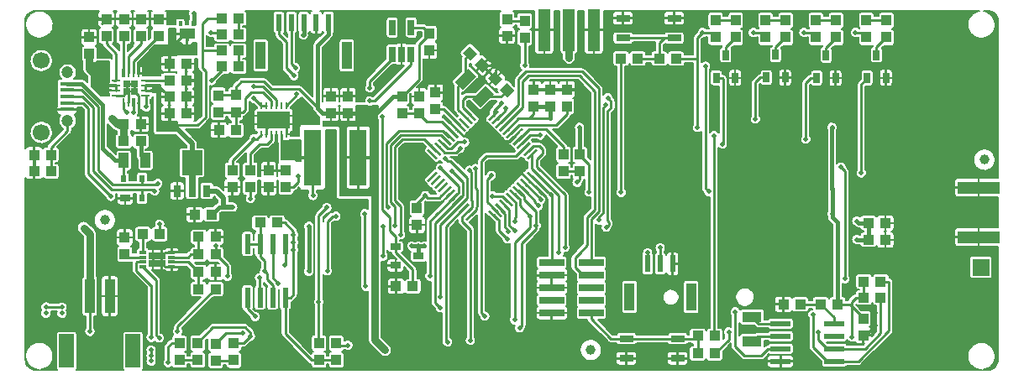
<source format=gbr>
G04 #@! TF.FileFunction,Copper,L1,Top,Signal*
%FSLAX46Y46*%
G04 Gerber Fmt 4.6, Leading zero omitted, Abs format (unit mm)*
G04 Created by KiCad (PCBNEW 4.0.7-e2-6376~58~ubuntu16.04.1) date Mon Jun 18 12:46:04 2018*
%MOMM*%
%LPD*%
G01*
G04 APERTURE LIST*
%ADD10C,0.100000*%
%ADD11R,1.000000X1.100000*%
%ADD12R,1.100000X1.000000*%
%ADD13R,0.400000X0.500000*%
%ADD14R,1.600000X1.100000*%
%ADD15R,0.400000X0.250000*%
%ADD16R,1.000000X0.700000*%
%ADD17R,0.600000X0.700000*%
%ADD18R,1.000000X1.500000*%
%ADD19R,0.600000X1.700000*%
%ADD20R,1.000000X2.800000*%
%ADD21R,2.500000X0.750000*%
%ADD22R,1.000000X3.500000*%
%ADD23R,1.500000X3.400000*%
%ADD24R,1.270000X4.200000*%
%ADD25R,1.800000X5.700000*%
%ADD26R,0.650000X1.050000*%
%ADD27R,1.450000X0.700000*%
%ADD28R,0.650000X1.560000*%
%ADD29R,0.600000X2.000000*%
%ADD30R,0.750000X0.750000*%
%ADD31R,0.850000X0.280000*%
%ADD32R,0.280000X0.850000*%
%ADD33R,0.300000X0.850000*%
%ADD34R,2.000000X0.600000*%
%ADD35R,0.250000X0.700000*%
%ADD36R,0.825000X0.850000*%
%ADD37R,0.750000X0.300000*%
%ADD38R,0.875000X0.725000*%
%ADD39R,1.900000X1.100000*%
%ADD40R,0.800000X1.200000*%
%ADD41R,0.800000X2.200000*%
%ADD42R,2.000000X2.500000*%
%ADD43R,4.200000X1.270000*%
%ADD44R,1.700000X1.700000*%
%ADD45R,1.350000X0.400000*%
%ADD46C,1.200000*%
%ADD47C,1.700000*%
%ADD48R,1.050000X0.650000*%
%ADD49C,1.000000*%
%ADD50C,0.500000*%
%ADD51C,0.254000*%
%ADD52C,0.381000*%
%ADD53C,0.508000*%
%ADD54C,0.762000*%
%ADD55C,0.203200*%
G04 APERTURE END LIST*
D10*
G36*
X-4879779Y6610889D02*
X-4703002Y6787666D01*
X-3783763Y5868427D01*
X-3960540Y5691650D01*
X-4879779Y6610889D01*
X-4879779Y6610889D01*
G37*
G36*
X-5233332Y6257336D02*
X-5056555Y6434113D01*
X-4137316Y5514874D01*
X-4314093Y5338097D01*
X-5233332Y6257336D01*
X-5233332Y6257336D01*
G37*
G36*
X-5586886Y5903782D02*
X-5410109Y6080559D01*
X-4490870Y5161320D01*
X-4667647Y4984543D01*
X-5586886Y5903782D01*
X-5586886Y5903782D01*
G37*
G36*
X-5940439Y5550229D02*
X-5763662Y5727006D01*
X-4844423Y4807767D01*
X-5021200Y4630990D01*
X-5940439Y5550229D01*
X-5940439Y5550229D01*
G37*
G36*
X-6293992Y5196676D02*
X-6117215Y5373453D01*
X-5197976Y4454214D01*
X-5374753Y4277437D01*
X-6293992Y5196676D01*
X-6293992Y5196676D01*
G37*
G36*
X-6647546Y4843122D02*
X-6470769Y5019899D01*
X-5551530Y4100660D01*
X-5728307Y3923883D01*
X-6647546Y4843122D01*
X-6647546Y4843122D01*
G37*
G36*
X-7001099Y4489569D02*
X-6824322Y4666346D01*
X-5905083Y3747107D01*
X-6081860Y3570330D01*
X-7001099Y4489569D01*
X-7001099Y4489569D01*
G37*
G36*
X-7354653Y4136015D02*
X-7177876Y4312792D01*
X-6258637Y3393553D01*
X-6435414Y3216776D01*
X-7354653Y4136015D01*
X-7354653Y4136015D01*
G37*
G36*
X-7708206Y3782462D02*
X-7531429Y3959239D01*
X-6612190Y3040000D01*
X-6788967Y2863223D01*
X-7708206Y3782462D01*
X-7708206Y3782462D01*
G37*
G36*
X-8061759Y3428909D02*
X-7884982Y3605686D01*
X-6965743Y2686447D01*
X-7142520Y2509670D01*
X-8061759Y3428909D01*
X-8061759Y3428909D01*
G37*
G36*
X-8415313Y3075355D02*
X-8238536Y3252132D01*
X-7319297Y2332893D01*
X-7496074Y2156116D01*
X-8415313Y3075355D01*
X-8415313Y3075355D01*
G37*
G36*
X-8768866Y2721802D02*
X-8592089Y2898579D01*
X-7672850Y1979340D01*
X-7849627Y1802563D01*
X-8768866Y2721802D01*
X-8768866Y2721802D01*
G37*
G36*
X-8592089Y-460179D02*
X-8768866Y-283402D01*
X-7849627Y635837D01*
X-7672850Y459060D01*
X-8592089Y-460179D01*
X-8592089Y-460179D01*
G37*
G36*
X-8238536Y-813732D02*
X-8415313Y-636955D01*
X-7496074Y282284D01*
X-7319297Y105507D01*
X-8238536Y-813732D01*
X-8238536Y-813732D01*
G37*
G36*
X-7884982Y-1167286D02*
X-8061759Y-990509D01*
X-7142520Y-71270D01*
X-6965743Y-248047D01*
X-7884982Y-1167286D01*
X-7884982Y-1167286D01*
G37*
G36*
X-7531429Y-1520839D02*
X-7708206Y-1344062D01*
X-6788967Y-424823D01*
X-6612190Y-601600D01*
X-7531429Y-1520839D01*
X-7531429Y-1520839D01*
G37*
G36*
X-7177876Y-1874392D02*
X-7354653Y-1697615D01*
X-6435414Y-778376D01*
X-6258637Y-955153D01*
X-7177876Y-1874392D01*
X-7177876Y-1874392D01*
G37*
G36*
X-6824322Y-2227946D02*
X-7001099Y-2051169D01*
X-6081860Y-1131930D01*
X-5905083Y-1308707D01*
X-6824322Y-2227946D01*
X-6824322Y-2227946D01*
G37*
G36*
X-6470769Y-2581499D02*
X-6647546Y-2404722D01*
X-5728307Y-1485483D01*
X-5551530Y-1662260D01*
X-6470769Y-2581499D01*
X-6470769Y-2581499D01*
G37*
G36*
X-6117215Y-2935053D02*
X-6293992Y-2758276D01*
X-5374753Y-1839037D01*
X-5197976Y-2015814D01*
X-6117215Y-2935053D01*
X-6117215Y-2935053D01*
G37*
G36*
X-5763662Y-3288606D02*
X-5940439Y-3111829D01*
X-5021200Y-2192590D01*
X-4844423Y-2369367D01*
X-5763662Y-3288606D01*
X-5763662Y-3288606D01*
G37*
G36*
X-5410109Y-3642159D02*
X-5586886Y-3465382D01*
X-4667647Y-2546143D01*
X-4490870Y-2722920D01*
X-5410109Y-3642159D01*
X-5410109Y-3642159D01*
G37*
G36*
X-5056555Y-3995713D02*
X-5233332Y-3818936D01*
X-4314093Y-2899697D01*
X-4137316Y-3076474D01*
X-5056555Y-3995713D01*
X-5056555Y-3995713D01*
G37*
G36*
X-4703002Y-4349266D02*
X-4879779Y-4172489D01*
X-3960540Y-3253250D01*
X-3783763Y-3430027D01*
X-4703002Y-4349266D01*
X-4703002Y-4349266D01*
G37*
G36*
X-2617037Y-3430027D02*
X-2440260Y-3253250D01*
X-1521021Y-4172489D01*
X-1697798Y-4349266D01*
X-2617037Y-3430027D01*
X-2617037Y-3430027D01*
G37*
G36*
X-2263484Y-3076474D02*
X-2086707Y-2899697D01*
X-1167468Y-3818936D01*
X-1344245Y-3995713D01*
X-2263484Y-3076474D01*
X-2263484Y-3076474D01*
G37*
G36*
X-1909930Y-2722920D02*
X-1733153Y-2546143D01*
X-813914Y-3465382D01*
X-990691Y-3642159D01*
X-1909930Y-2722920D01*
X-1909930Y-2722920D01*
G37*
G36*
X-1556377Y-2369367D02*
X-1379600Y-2192590D01*
X-460361Y-3111829D01*
X-637138Y-3288606D01*
X-1556377Y-2369367D01*
X-1556377Y-2369367D01*
G37*
G36*
X-1202824Y-2015814D02*
X-1026047Y-1839037D01*
X-106808Y-2758276D01*
X-283585Y-2935053D01*
X-1202824Y-2015814D01*
X-1202824Y-2015814D01*
G37*
G36*
X-849270Y-1662260D02*
X-672493Y-1485483D01*
X246746Y-2404722D01*
X69969Y-2581499D01*
X-849270Y-1662260D01*
X-849270Y-1662260D01*
G37*
G36*
X-495717Y-1308707D02*
X-318940Y-1131930D01*
X600299Y-2051169D01*
X423522Y-2227946D01*
X-495717Y-1308707D01*
X-495717Y-1308707D01*
G37*
G36*
X-142163Y-955153D02*
X34614Y-778376D01*
X953853Y-1697615D01*
X777076Y-1874392D01*
X-142163Y-955153D01*
X-142163Y-955153D01*
G37*
G36*
X211390Y-601600D02*
X388167Y-424823D01*
X1307406Y-1344062D01*
X1130629Y-1520839D01*
X211390Y-601600D01*
X211390Y-601600D01*
G37*
G36*
X564943Y-248047D02*
X741720Y-71270D01*
X1660959Y-990509D01*
X1484182Y-1167286D01*
X564943Y-248047D01*
X564943Y-248047D01*
G37*
G36*
X918497Y105507D02*
X1095274Y282284D01*
X2014513Y-636955D01*
X1837736Y-813732D01*
X918497Y105507D01*
X918497Y105507D01*
G37*
G36*
X1272050Y459060D02*
X1448827Y635837D01*
X2368066Y-283402D01*
X2191289Y-460179D01*
X1272050Y459060D01*
X1272050Y459060D01*
G37*
G36*
X1448827Y1802563D02*
X1272050Y1979340D01*
X2191289Y2898579D01*
X2368066Y2721802D01*
X1448827Y1802563D01*
X1448827Y1802563D01*
G37*
G36*
X1095274Y2156116D02*
X918497Y2332893D01*
X1837736Y3252132D01*
X2014513Y3075355D01*
X1095274Y2156116D01*
X1095274Y2156116D01*
G37*
G36*
X741720Y2509670D02*
X564943Y2686447D01*
X1484182Y3605686D01*
X1660959Y3428909D01*
X741720Y2509670D01*
X741720Y2509670D01*
G37*
G36*
X388167Y2863223D02*
X211390Y3040000D01*
X1130629Y3959239D01*
X1307406Y3782462D01*
X388167Y2863223D01*
X388167Y2863223D01*
G37*
G36*
X34614Y3216776D02*
X-142163Y3393553D01*
X777076Y4312792D01*
X953853Y4136015D01*
X34614Y3216776D01*
X34614Y3216776D01*
G37*
G36*
X-318940Y3570330D02*
X-495717Y3747107D01*
X423522Y4666346D01*
X600299Y4489569D01*
X-318940Y3570330D01*
X-318940Y3570330D01*
G37*
G36*
X-672493Y3923883D02*
X-849270Y4100660D01*
X69969Y5019899D01*
X246746Y4843122D01*
X-672493Y3923883D01*
X-672493Y3923883D01*
G37*
G36*
X-1026047Y4277437D02*
X-1202824Y4454214D01*
X-283585Y5373453D01*
X-106808Y5196676D01*
X-1026047Y4277437D01*
X-1026047Y4277437D01*
G37*
G36*
X-1379600Y4630990D02*
X-1556377Y4807767D01*
X-637138Y5727006D01*
X-460361Y5550229D01*
X-1379600Y4630990D01*
X-1379600Y4630990D01*
G37*
G36*
X-1733153Y4984543D02*
X-1909930Y5161320D01*
X-990691Y6080559D01*
X-813914Y5903782D01*
X-1733153Y4984543D01*
X-1733153Y4984543D01*
G37*
G36*
X-2086707Y5338097D02*
X-2263484Y5514874D01*
X-1344245Y6434113D01*
X-1167468Y6257336D01*
X-2086707Y5338097D01*
X-2086707Y5338097D01*
G37*
G36*
X-2440260Y5691650D02*
X-2617037Y5868427D01*
X-1697798Y6787666D01*
X-1521021Y6610889D01*
X-2440260Y5691650D01*
X-2440260Y5691650D01*
G37*
G36*
X-2480017Y11288208D02*
X-3187124Y10581101D01*
X-3964941Y11358918D01*
X-3257834Y12066025D01*
X-2480017Y11288208D01*
X-2480017Y11288208D01*
G37*
G36*
X-3682099Y12490290D02*
X-4389206Y11783183D01*
X-5167023Y12561000D01*
X-4459916Y13268107D01*
X-3682099Y12490290D01*
X-3682099Y12490290D01*
G37*
G36*
X-2635582Y10029559D02*
X-1928475Y10736666D01*
X-1150658Y9958849D01*
X-1857765Y9251742D01*
X-2635582Y10029559D01*
X-2635582Y10029559D01*
G37*
G36*
X-1433500Y8827477D02*
X-726393Y9534584D01*
X51424Y8756767D01*
X-655683Y8049660D01*
X-1433500Y8827477D01*
X-1433500Y8827477D01*
G37*
D11*
X-9779000Y-3087000D03*
X-9779000Y-4787000D03*
X5334000Y7176400D03*
X5334000Y8876400D03*
X-9552408Y6469176D03*
X-9552408Y8169176D03*
X1981200Y7176400D03*
X1981200Y8876400D03*
X3657600Y7176400D03*
X3657600Y8876400D03*
D12*
X-39326514Y5391344D03*
X-37626514Y5391344D03*
D11*
X-8536042Y14520594D03*
X-8536042Y12820594D03*
D12*
X-33035553Y11480941D03*
X-34735553Y11480941D03*
X-46672612Y2283065D03*
X-48372612Y2283065D03*
X-25602300Y-4546600D03*
X-23902300Y-4546600D03*
D11*
X-42824400Y12459600D03*
X-42824400Y14159600D03*
D12*
X-34749153Y8128141D03*
X-33049153Y8128141D03*
X-34735553Y6451741D03*
X-33035553Y6451741D03*
D11*
X-24739600Y729223D03*
X-24739600Y-970777D03*
X-26583981Y729223D03*
X-26583981Y-970777D03*
D12*
X-31793310Y-9562314D03*
X-30093310Y-9562314D03*
X-30093310Y-6006314D03*
X-31793310Y-6006314D03*
D11*
X-28397200Y736600D03*
X-28397200Y-963400D03*
X-29802214Y6592844D03*
X-29802214Y8292844D03*
X-16728781Y6496823D03*
X-16728781Y8196823D03*
X-18455981Y6496823D03*
X-18455981Y8196823D03*
X35509200Y14139200D03*
X35509200Y15839200D03*
X-31902400Y-16730000D03*
X-31902400Y-18430000D03*
X-28236730Y-16749830D03*
X-28236730Y-18449830D03*
X30429200Y14139200D03*
X30429200Y15839200D03*
X20320000Y14139200D03*
X20320000Y15839200D03*
X25349200Y14139200D03*
X25349200Y15839200D03*
D13*
X-32319200Y15528000D03*
X-33619200Y15528000D03*
D14*
X-32969200Y14478000D03*
D15*
X-32969200Y13803000D03*
D16*
X-39190400Y-2101600D03*
D17*
X-37490400Y-2101600D03*
X-37490400Y-101600D03*
X-39390400Y-101600D03*
D12*
X-29450400Y16056000D03*
X-27750400Y16056000D03*
X-29450400Y12804800D03*
X-27750400Y12804800D03*
D11*
X1066800Y14102000D03*
X1066800Y15802000D03*
D18*
X-37152400Y1727200D03*
X-39352400Y1727200D03*
D19*
X15982000Y-8718000D03*
X14732000Y-8718000D03*
X13482000Y-8718000D03*
D20*
X17832000Y-12068000D03*
X11632000Y-12068000D03*
D19*
X-18702400Y15643600D03*
X-19952400Y15643600D03*
X-21202400Y15643600D03*
X-22452400Y15643600D03*
X-23702400Y15643600D03*
D20*
X-16852400Y12293600D03*
X-25552400Y12293600D03*
D21*
X7791200Y-13665200D03*
X3791200Y-13665200D03*
X7791200Y-12395200D03*
X3791200Y-12395200D03*
X7791200Y-11125200D03*
X3791200Y-11125200D03*
X7791200Y-9855200D03*
X3791200Y-9855200D03*
X7791200Y-8585200D03*
X3791200Y-8585200D03*
D22*
X-42754800Y-11976000D03*
X-40754800Y-11976000D03*
D23*
X-45104800Y-17526000D03*
X-38404800Y-17526000D03*
D24*
X5537200Y14884400D03*
X8037200Y14884400D03*
X3037200Y14884400D03*
D11*
X-11295208Y6453976D03*
X-11295208Y8153976D03*
D12*
X-39326514Y3664144D03*
X-37626514Y3664144D03*
D25*
X-20284781Y2012823D03*
X-15712781Y2012823D03*
D26*
X35575200Y10047600D03*
X37475200Y10047600D03*
X36525200Y12347600D03*
X30495200Y10029200D03*
X32395200Y10029200D03*
X31445200Y12329200D03*
X20386000Y10047600D03*
X22286000Y10047600D03*
X21336000Y12347600D03*
X25415200Y10080000D03*
X27315200Y10080000D03*
X26365200Y12380000D03*
D11*
X-19659600Y-16730000D03*
X-19659600Y-18430000D03*
X-17932400Y-16730000D03*
X-17932400Y-18430000D03*
X37541200Y15839200D03*
X37541200Y14139200D03*
X-33731200Y-16730000D03*
X-33731200Y-18430000D03*
X-30073600Y-16780800D03*
X-30073600Y-18480800D03*
D12*
X20204800Y-17754600D03*
X18504800Y-17754600D03*
X20204800Y-15976600D03*
X18504800Y-15976600D03*
X10783200Y11988800D03*
X12483200Y11988800D03*
X16344000Y11988800D03*
X14644000Y11988800D03*
D11*
X32461200Y15839200D03*
X32461200Y14139200D03*
X22352000Y15839200D03*
X22352000Y14139200D03*
X27381200Y15839200D03*
X27381200Y14139200D03*
D12*
X-33035553Y9804541D03*
X-34735553Y9804541D03*
D11*
X-35815953Y15988541D03*
X-35815953Y14288541D03*
X6611642Y616974D03*
X6611642Y2316974D03*
X-37593953Y15988541D03*
X-37593953Y14288541D03*
X-39321153Y15988541D03*
X-39321153Y14288541D03*
X4986042Y616974D03*
X4986042Y2316974D03*
D12*
X-46672612Y632065D03*
X-48372612Y632065D03*
X-29450400Y14430400D03*
X-27750400Y14430400D03*
X-29450400Y11179200D03*
X-27750400Y11179200D03*
D11*
X-41099153Y14288541D03*
X-41099153Y15988541D03*
D12*
X35259711Y-10504605D03*
X36959711Y-10504605D03*
X35259711Y-12130205D03*
X36959711Y-12130205D03*
D11*
X-23012400Y-970777D03*
X-23012400Y729223D03*
X-711200Y14291600D03*
X-711200Y15991600D03*
D12*
X-30093310Y-11289514D03*
X-31793310Y-11289514D03*
X-30093310Y-7784314D03*
X-31793310Y-7784314D03*
X-37400600Y-5715000D03*
X-35700600Y-5715000D03*
D11*
X-39243000Y-7758800D03*
X-39243000Y-6058800D03*
X-28057181Y6598423D03*
X-28057181Y8298423D03*
D12*
X-29755200Y4775200D03*
X-28055200Y4775200D03*
D27*
X11316469Y-18271829D03*
X16476469Y-18271829D03*
X16476469Y-16271829D03*
X11316469Y-16271829D03*
X16143600Y16073000D03*
X10983600Y16073000D03*
X10983600Y14073000D03*
X16143600Y14073000D03*
D28*
X-12278642Y12436208D03*
X-11328642Y12436208D03*
X-10378642Y12436208D03*
X-10378642Y15136208D03*
X-12278642Y15136208D03*
D29*
X-26873200Y-6723400D03*
X-25603200Y-6723400D03*
X-24333200Y-6723400D03*
X-23063200Y-6723400D03*
X-23063200Y-12123400D03*
X-24333200Y-12123400D03*
X-25603200Y-12123400D03*
X-26873200Y-12123400D03*
D30*
X-38247283Y8665733D03*
X-38247283Y9415733D03*
X-38997283Y9415733D03*
X-38997283Y8665733D03*
D31*
X-40097283Y9790733D03*
X-40097283Y9290733D03*
X-40097283Y8790733D03*
X-40097283Y8290733D03*
D32*
X-39372283Y7565733D03*
X-38872283Y7565733D03*
D33*
X-38372283Y7565733D03*
D32*
X-37872283Y7565733D03*
D31*
X-37147283Y8290733D03*
X-37147283Y8790733D03*
X-37147283Y9290733D03*
X-37147283Y9790733D03*
D32*
X-37872283Y10515733D03*
X-38372283Y10515733D03*
X-38872283Y10515733D03*
D33*
X-39372283Y10515733D03*
D34*
X32265600Y-14757400D03*
X32265600Y-16027400D03*
X32265600Y-17297400D03*
X32265600Y-18567400D03*
X26865600Y-18567400D03*
X26865600Y-17297400D03*
X26865600Y-16027400D03*
X26865600Y-14757400D03*
D35*
X-25477181Y4345223D03*
X-24977181Y4345223D03*
X-24477181Y4345223D03*
X-23977181Y4345223D03*
X-23477181Y4345223D03*
X-22977181Y4345223D03*
X-22977181Y7245223D03*
X-23477181Y7245223D03*
X-23977181Y7245223D03*
X-24477181Y7245223D03*
X-24977181Y7245223D03*
X-25477181Y7245223D03*
D36*
X-22989681Y6220223D03*
X-23814681Y6220223D03*
X-24639681Y6220223D03*
X-25464681Y6220223D03*
X-22989681Y5370223D03*
X-23814681Y5370223D03*
X-24639681Y5370223D03*
X-25464681Y5370223D03*
D37*
X-34502810Y-9049214D03*
X-34502810Y-8549214D03*
X-34502810Y-8049214D03*
X-34502810Y-7549214D03*
X-37402810Y-7549214D03*
X-37402810Y-8049214D03*
X-37402810Y-8549214D03*
X-37402810Y-9049214D03*
D38*
X-36390310Y-7936714D03*
X-36390310Y-8661714D03*
X-35515310Y-7936714D03*
X-35515310Y-8661714D03*
D10*
G36*
X-5957743Y9643440D02*
X-4614240Y10986943D01*
X-3836423Y10209126D01*
X-5179926Y8865623D01*
X-5957743Y9643440D01*
X-5957743Y9643440D01*
G37*
G36*
X-4189977Y7875674D02*
X-2846474Y9219177D01*
X-2068657Y8441360D01*
X-3412160Y7097857D01*
X-4189977Y7875674D01*
X-4189977Y7875674D01*
G37*
D39*
X23977600Y-16591600D03*
X23977600Y-14091600D03*
D11*
X-7924800Y6875576D03*
X-7924800Y8575576D03*
D12*
X28840800Y-12801600D03*
X27140800Y-12801600D03*
D11*
X35204400Y-14237600D03*
X35204400Y-15937600D03*
D12*
X32600000Y-12801600D03*
X30900000Y-12801600D03*
X-30493600Y-3746500D03*
X-32193600Y-3746500D03*
D40*
X-33961200Y-1369000D03*
D41*
X-32461200Y-869000D03*
D40*
X-30961200Y-1369000D03*
D42*
X-32461200Y1481000D03*
D12*
X35715416Y-6302126D03*
X37415416Y-6302126D03*
X35715416Y-4600326D03*
X37415416Y-4600326D03*
D43*
X46831000Y-6030600D03*
X46831000Y-1030600D03*
D44*
X47040800Y-9067800D03*
D45*
X-45074800Y9465600D03*
X-45074800Y8815600D03*
X-45074800Y8165600D03*
X-45074800Y7515600D03*
X-45074800Y6865600D03*
D46*
X-44999800Y10590600D03*
X-44999800Y5740600D03*
D47*
X-47649800Y11790600D03*
X-47649800Y4540600D03*
D48*
X-11945000Y-6987500D03*
X-11945000Y-8887500D03*
X-9645000Y-7937500D03*
D12*
X-10199000Y-10985500D03*
X-11899000Y-10985500D03*
D49*
X7721600Y-17424400D03*
X47396400Y1778000D03*
X-41249600Y-4318000D03*
D50*
X-9652000Y1714500D03*
X-9144000Y1206500D03*
X-9588500Y762000D03*
X-10096500Y1270000D03*
X36372800Y-13665200D03*
X36372800Y-14935200D03*
X-24639681Y5370223D03*
X-23814681Y5370223D03*
X-23814681Y6220223D03*
X-24639681Y6220223D03*
X6604000Y6604000D03*
X-38997283Y8665733D03*
X-38247283Y8665733D03*
X-38247283Y9415733D03*
X6604000Y7620000D03*
X6604000Y9245600D03*
X-38997283Y9415733D03*
X-25464681Y5370223D03*
X-22989681Y5370223D03*
X-22989681Y6220223D03*
X-25464681Y6220223D03*
X-31750000Y9194800D03*
X-31750000Y10414000D03*
X-31750000Y9804400D03*
X-42164000Y15544800D03*
X-42164000Y16357600D03*
X9194800Y14325600D03*
X9194800Y15443200D03*
X9194800Y14884400D03*
X-3251200Y4165600D03*
X-4165600Y4165600D03*
X-889000Y10541000D03*
X-2667000Y12319000D03*
X-1524000Y11176000D03*
X-2032000Y11684000D03*
X-19964400Y14376400D03*
X24104600Y14630400D03*
X29210000Y14630400D03*
X34417000Y14630400D03*
X18999200Y14630400D03*
X34534600Y-6273800D03*
X34534600Y-4410200D03*
X-13004800Y-17424400D03*
X-29083000Y-2997200D03*
X-28359100Y-2997200D03*
X-8940800Y-1828800D03*
X-14020800Y3937000D03*
X-14020800Y3302000D03*
X-14020800Y2667000D03*
X-14020800Y2032000D03*
X32054800Y5054600D03*
X32054800Y-3657600D03*
X34036000Y-16103600D03*
X21640800Y-15595600D03*
X3690667Y-1760663D03*
X7569200Y-1473200D03*
X-26572392Y-16039492D03*
X-35712400Y-4724400D03*
X-30073600Y-6908716D03*
X-14020800Y-4934327D03*
X-20675600Y-4927600D03*
X-20692299Y-9482901D03*
X-28905200Y-9989820D03*
X-25146000Y-9482901D03*
X18491200Y5054600D03*
X3657600Y5943600D03*
X-14020800Y-1828800D03*
X6604000Y5054600D03*
X30683200Y-15646400D03*
X9448800Y8026400D03*
X-14528800Y9042400D03*
X9296400Y-5029200D03*
X2239086Y-4876800D03*
X-22047200Y11074400D03*
X-36576000Y-16154400D03*
X558800Y-15189200D03*
X8585200Y-4318000D03*
X9253372Y7336752D03*
X-35763200Y-16205200D03*
X30124400Y-13868400D03*
X-14528800Y7721600D03*
X1625600Y-3911600D03*
X-22199600Y10261600D03*
X50800Y-14376400D03*
X2641600Y4267200D03*
X20167600Y4216400D03*
X-4978400Y3556000D03*
X29413200Y3860800D03*
X-5435600Y2946400D03*
X20995983Y3374226D03*
X-7416800Y952500D03*
X-8483600Y-9982200D03*
X-23114000Y-8890000D03*
X-6248400Y596900D03*
X-7416800Y-13157200D03*
X-23774400Y-10718800D03*
X-6908800Y1879600D03*
X-7416800Y-12039600D03*
X-25650520Y-10138600D03*
X-35915600Y-609600D03*
X2438400Y-2870200D03*
X-36220400Y-1371600D03*
X2692400Y-2260600D03*
X13462000Y-7620000D03*
X4521200Y-7620000D03*
X14732000Y-7112000D03*
X5130800Y-7061200D03*
X24333200Y5892800D03*
X-812800Y6959600D03*
X-32283400Y16535400D03*
X-40538400Y5943600D03*
X35001200Y457200D03*
X-2286000Y203200D03*
X22301200Y-13563600D03*
X-41757600Y10972800D03*
X-41757600Y9928400D03*
X-43366399Y-5086552D03*
X-33909000Y-15544800D03*
X-42748200Y-15544800D03*
X-21234400Y14376400D03*
X-34340800Y5283200D03*
X-35560000Y5283200D03*
X-25501600Y2540000D03*
X-24892000Y2540000D03*
X-39031803Y6578600D03*
X-24282400Y2540000D03*
X-20269200Y-1828800D03*
X-26568400Y-2133600D03*
X-26212800Y9144000D03*
X-26212800Y7975600D03*
X-26212800Y3892423D03*
X1066800Y11328400D03*
X19304000Y11226800D03*
X19608800Y-1422400D03*
X-3860800Y901700D03*
X33324800Y-10236200D03*
X32943800Y1041400D03*
X-4487106Y719028D03*
X-4402599Y-16442199D03*
X-40640000Y-1905000D03*
X-40640000Y-1905000D03*
X6350000Y-508000D03*
X5537200Y12090400D03*
X53210Y-5409953D03*
X-17957800Y-3911600D03*
X-18821400Y-9423400D03*
X-12700000Y-3048000D03*
X-18872200Y-3048000D03*
X-19685000Y-12573000D03*
X-6705600Y-16611600D03*
X-16738600Y-16941800D03*
X-34848800Y-18694400D03*
X-27355800Y-15671800D03*
X10782300Y-1511300D03*
X-2159000Y-1879600D03*
X-30560200Y14630400D03*
X-38379400Y6578600D03*
X-37084000Y7112000D03*
X-30480000Y9779000D03*
X-21742400Y152400D03*
X-21894800Y8382000D03*
X53210Y-4433494D03*
X-14938970Y-11001970D03*
X-15036800Y-3657600D03*
X-13208000Y-7937500D03*
X-13208000Y-4953000D03*
X-12001500Y-4889500D03*
X-11430000Y-5778500D03*
X-26113277Y-14040370D03*
X-2946400Y-13995400D03*
X-680455Y-6208488D03*
X-628346Y-5477083D03*
X-47180500Y-13081000D03*
X-47180500Y-13716000D03*
X-22225000Y-5778500D03*
X-22225000Y-7302500D03*
X-22225000Y-6540500D03*
X-9017000Y-6937966D03*
X-10287000Y-6937966D03*
X-9652000Y-6937966D03*
X-36576000Y-18542000D03*
X-36576000Y-17983200D03*
X-36576000Y-17424400D03*
X-45567600Y-13716000D03*
X-45567600Y-13106400D03*
X-13271500Y6159500D03*
X-1270000Y7493000D03*
D51*
X-48372612Y2283065D02*
X-48372612Y632065D01*
X-10096500Y1270000D02*
X-9588500Y762000D01*
X-10096500Y1270000D02*
X-9652000Y1714500D01*
X-9144000Y1206500D02*
X-9652000Y1714500D01*
X-9144000Y1206500D02*
X-9588500Y762000D01*
X-11945000Y-8887500D02*
X-11945000Y-10939500D01*
X-11945000Y-10939500D02*
X-11899000Y-10985500D01*
X3791200Y-9855200D02*
X1930400Y-9855200D01*
X1930400Y-9855200D02*
X1676400Y-9601200D01*
X1676400Y-9601200D02*
X1676400Y-8615400D01*
X1676400Y-7721600D02*
X1676400Y-8615400D01*
X2916200Y-9855200D02*
X3791200Y-9855200D01*
X3221801Y-6176199D02*
X1676400Y-7721600D01*
X1466505Y-265724D02*
X3221801Y-2021020D01*
X3221801Y-2021020D02*
X3221801Y-6176199D01*
X52291Y4118338D02*
X-82891Y4118338D01*
X-82891Y4118338D02*
X-556756Y3644473D01*
X-2730073Y3644473D02*
X-3001201Y3915601D01*
X-556756Y3644473D02*
X-2730073Y3644473D01*
X35204400Y-15937600D02*
X35370400Y-15937600D01*
X35370400Y-15937600D02*
X36372800Y-14935200D01*
X-25464681Y5370223D02*
X-24639681Y5370223D01*
X-22989681Y5370223D02*
X-23814681Y5370223D01*
X-22989681Y6220223D02*
X-23814681Y6220223D01*
X-25464681Y6220223D02*
X-24639681Y6220223D01*
X52291Y4118338D02*
X-478038Y3588009D01*
X-3001201Y3915601D02*
X-3251200Y4165600D01*
X-478038Y3588009D02*
X-2673609Y3588009D01*
X-2673609Y3588009D02*
X-3001201Y3915601D01*
X6604000Y7620000D02*
X6604000Y6604000D01*
X6604000Y9245600D02*
X6336400Y8978000D01*
X6336400Y8978000D02*
X6336400Y8876400D01*
X6604000Y7620000D02*
X6604000Y8608800D01*
X6604000Y8608800D02*
X6336400Y8876400D01*
X5334000Y8876400D02*
X6336400Y8876400D01*
X-3251200Y4165600D02*
X-4165600Y4165600D01*
X-5745984Y4825445D02*
X-5086139Y4165600D01*
X-5086139Y4165600D02*
X-4165600Y4165600D01*
X-37872283Y7565733D02*
X-37872283Y6886733D01*
X-37872283Y6886733D02*
X-37538750Y6553200D01*
X5334000Y8876400D02*
X3657600Y8876400D01*
X1981200Y8876400D02*
X3657600Y8876400D01*
X-31750000Y9804400D02*
X-31750000Y9194800D01*
X-33035553Y9804541D02*
X-31750141Y9804541D01*
X-31750141Y9804541D02*
X-31750000Y9804400D01*
X-42164000Y15544800D02*
X-42164000Y16357600D01*
X-41542894Y15544800D02*
X-41099153Y15988541D01*
X-41099153Y15988541D02*
X-41794941Y15988541D01*
X-41794941Y15988541D02*
X-42164000Y16357600D01*
X9194800Y14884400D02*
X9194800Y14325600D01*
X9194800Y14884400D02*
X9194800Y15443200D01*
X-19952400Y15643600D02*
X-19952400Y14388400D01*
X-19952400Y14388400D02*
X-19964400Y14376400D01*
X-2032000Y11684000D02*
X-2667000Y12319000D01*
X-1893120Y9994204D02*
X-1893120Y10806880D01*
X-1893120Y10806880D02*
X-1524000Y11176000D01*
X-3222479Y11323563D02*
X-2392437Y11323563D01*
X-2392437Y11323563D02*
X-2032000Y11684000D01*
X-3222479Y11323563D02*
X-1893120Y9994204D01*
X-23814681Y5370223D02*
X-23148181Y5370223D01*
X-23148181Y5370223D02*
X-22977181Y5199223D01*
X-22977181Y4949223D02*
X-22977181Y4345223D01*
X-22977181Y5199223D02*
X-22977181Y4949223D01*
X-23814681Y5370223D02*
X-24556181Y5370223D01*
X-24556181Y5370223D02*
X-24977181Y4949223D01*
X-24977181Y4949223D02*
X-24977181Y4345223D01*
X-40097283Y8290733D02*
X-39372283Y8290733D01*
X-39372283Y8290733D02*
X-38997283Y8665733D01*
X-38872283Y7565733D02*
X-38872283Y8540733D01*
X-38872283Y8540733D02*
X-38997283Y8665733D01*
X-37872283Y7565733D02*
X-37872283Y8290733D01*
X-37872283Y8290733D02*
X-38247283Y8665733D01*
X-35515310Y-8661714D02*
X-35127810Y-9049214D01*
X-35127810Y-9049214D02*
X-34502810Y-9049214D01*
X-36390310Y-7936714D02*
X-36390310Y-8661714D01*
X-35515310Y-8661714D02*
X-36390310Y-8661714D01*
X-35515310Y-7936714D02*
X-35515310Y-8661714D01*
X-34502810Y-7549214D02*
X-35127810Y-7549214D01*
X-35127810Y-7549214D02*
X-35515310Y-7936714D01*
X-24755181Y-970777D02*
X-24755181Y-920777D01*
X-9779000Y-3087000D02*
X-9779000Y-2667000D01*
X-9779000Y-2667000D02*
X-8940800Y-1828800D01*
X-26572392Y-16039492D02*
X-26572392Y-15685939D01*
X-26572392Y-15685939D02*
X-27115932Y-15142399D01*
X-27115932Y-15142399D02*
X-30364799Y-15142399D01*
X-30364799Y-15142399D02*
X-31902400Y-16680000D01*
X-31902400Y-16680000D02*
X-31902400Y-16730000D01*
X-26572392Y-16039492D02*
X-27282730Y-16749830D01*
X-27282730Y-16749830D02*
X-28236730Y-16749830D01*
X18999200Y14630400D02*
X19828800Y14630400D01*
X19828800Y14630400D02*
X20320000Y14139200D01*
X24104600Y14630400D02*
X24858000Y14630400D01*
X24858000Y14630400D02*
X25349200Y14139200D01*
X29210000Y14630400D02*
X29938000Y14630400D01*
X29938000Y14630400D02*
X30429200Y14139200D01*
X34417000Y14630400D02*
X35018000Y14630400D01*
X35018000Y14630400D02*
X35509200Y14139200D01*
X18491200Y11988800D02*
X18491200Y14122400D01*
X18491200Y14122400D02*
X18999200Y14630400D01*
D52*
X35715416Y-6302126D02*
X34562926Y-6302126D01*
X34562926Y-6302126D02*
X34534600Y-6273800D01*
X35715416Y-6302126D02*
X35715416Y-4600326D01*
X35715416Y-4600326D02*
X34724726Y-4600326D01*
X34724726Y-4600326D02*
X34534600Y-4410200D01*
X32600000Y-8343900D02*
X32600000Y-8890000D01*
X32600000Y-4556353D02*
X32600000Y-8343900D01*
D51*
X-25602300Y-4546600D02*
X-25602300Y-6722500D01*
X-25602300Y-6722500D02*
X-25603200Y-6723400D01*
D52*
X-29083000Y-2997200D02*
X-29744300Y-2997200D01*
X-29744300Y-2997200D02*
X-30493600Y-3746500D01*
D53*
X-29083000Y-2997200D02*
X-28359100Y-2997200D01*
X-29987300Y-1369000D02*
X-29286200Y-2070100D01*
X-29286200Y-2070100D02*
X-29286200Y-2794000D01*
X-29286200Y-2794000D02*
X-29083000Y-2997200D01*
X-30961200Y-1369000D02*
X-29987300Y-1369000D01*
D52*
X32600000Y-12801600D02*
X32600000Y-11920600D01*
X32600000Y-11920600D02*
X32600000Y-8890000D01*
X32054800Y-3657600D02*
X32054800Y-4011153D01*
X32054800Y-4011153D02*
X32600000Y-4556353D01*
D51*
X35259711Y-10504605D02*
X35259711Y-12130205D01*
X34036000Y-16103600D02*
X34036000Y-13157200D01*
X34036000Y-13157200D02*
X34036000Y-13019200D01*
X35259711Y-12130205D02*
X34455711Y-12130205D01*
X34455711Y-12130205D02*
X34036000Y-12549916D01*
X34036000Y-12549916D02*
X34036000Y-13157200D01*
X3791200Y-8585200D02*
X3791200Y-1861196D01*
X3791200Y-1861196D02*
X3690667Y-1760663D01*
X1546261Y5937461D02*
X1552400Y5943600D01*
X1552400Y5943600D02*
X3657600Y5943600D01*
X-654816Y4825445D02*
X457200Y5937461D01*
X1981200Y7176400D02*
X1981200Y6372400D01*
X1981200Y6372400D02*
X1546261Y5937461D01*
X1546261Y5937461D02*
X457200Y5937461D01*
X-27486203Y9673401D02*
X-25552400Y9673401D01*
X-24464609Y8911401D02*
X-25226609Y9673401D01*
X-25226609Y9673401D02*
X-25552400Y9673401D01*
X-21386800Y8665286D02*
X-19218337Y6496823D01*
X-21386800Y8665286D02*
X-21394572Y8665286D01*
X-21394572Y8665286D02*
X-21640687Y8911401D01*
X-21640687Y8911401D02*
X-24464609Y8911401D01*
D52*
X-19812000Y7902842D02*
X-19812000Y12954000D01*
X-18702400Y15643600D02*
X-18702400Y14412600D01*
X-18702400Y14412600D02*
X-19812000Y13303000D01*
X-19812000Y13303000D02*
X-19812000Y12954000D01*
X-18455981Y6496823D02*
X-19336981Y6496823D01*
X-19336981Y6496823D02*
X-19812000Y6971842D01*
X-19812000Y6971842D02*
X-19812000Y7902842D01*
X-16728781Y6496823D02*
X-15847781Y6496823D01*
X-15847781Y6496823D02*
X-15660342Y6309384D01*
X-15660342Y6309384D02*
X-14020800Y6309384D01*
D51*
X-8940800Y-1828800D02*
X-8690801Y-2078799D01*
X-8690801Y-2078799D02*
X-7559060Y-2078799D01*
X-7559060Y-2078799D02*
X-7336974Y-1856713D01*
X-7336974Y-1856713D02*
X-6806645Y-1326384D01*
X-14020800Y4318000D02*
X-14020800Y3302000D01*
X-14020800Y2667000D02*
X-14020800Y3302000D01*
X-14020800Y2032000D02*
X-14020800Y2667000D01*
X-14020800Y2667000D02*
X-14020800Y2550804D01*
D54*
X-14020800Y4318000D02*
X-14020800Y2032000D01*
X-14020800Y2032000D02*
X-14020800Y-1828800D01*
D51*
X-15712781Y2012823D02*
X-14039977Y2012823D01*
X-14039977Y2012823D02*
X-14020800Y2032000D01*
X18491200Y5054600D02*
X18491200Y11988800D01*
X16344000Y11988800D02*
X18491200Y11988800D01*
D52*
X32041200Y508000D02*
X32041200Y5041000D01*
X32041200Y5041000D02*
X32054800Y5054600D01*
X32054370Y-1149402D02*
X32054370Y-3657170D01*
X32054370Y-3657170D02*
X32054800Y-3657600D01*
X32041200Y508000D02*
X32041200Y-1136232D01*
X32041200Y-1136232D02*
X32054370Y-1149402D01*
D51*
X-25146000Y-9482901D02*
X-24896001Y-9732900D01*
X-24896001Y-9732900D02*
X-24896001Y-10306599D01*
X-24333200Y-10869400D02*
X-24333200Y-12123400D01*
X-24896001Y-10306599D02*
X-24333200Y-10869400D01*
X-18455981Y6496823D02*
X-16728781Y6496823D01*
X-28057181Y8298423D02*
X-28057181Y9102423D01*
X-28057181Y9102423D02*
X-27486203Y9673401D01*
X-19218337Y6496823D02*
X-18455981Y6496823D01*
X-28057181Y8298423D02*
X-29796635Y8298423D01*
X-29796635Y8298423D02*
X-29802214Y8292844D01*
X33818400Y-12801600D02*
X34036000Y-13019200D01*
X34036000Y-13019200D02*
X35204400Y-14187600D01*
X20254800Y-17754600D02*
X21640800Y-16368600D01*
X21640800Y-16368600D02*
X21640800Y-15595600D01*
X-25124599Y-8456001D02*
X-25146000Y-8477402D01*
X-25146000Y-8477402D02*
X-25146000Y-9482901D01*
X3403600Y-1473200D02*
X3403600Y-1473596D01*
X3403600Y-1473596D02*
X3690667Y-1760663D01*
X6611642Y2316974D02*
X6611642Y2266974D01*
X6611642Y2266974D02*
X7569200Y1309416D01*
X7569200Y1309416D02*
X7569200Y-1473200D01*
X2372900Y-442500D02*
X3403600Y-1473200D01*
X1820058Y87829D02*
X2350387Y-442500D01*
X2350387Y-442500D02*
X2372900Y-442500D01*
D52*
X-20675600Y-4927600D02*
X-20675600Y-9466202D01*
X-20675600Y-9466202D02*
X-20692299Y-9482901D01*
D51*
X-35712400Y-4724400D02*
X-35712400Y-5703200D01*
X-35712400Y-5703200D02*
X-35700600Y-5715000D01*
X-30093310Y-7784314D02*
X-30093310Y-6928426D01*
X-30093310Y-6928426D02*
X-30073600Y-6908716D01*
D54*
X-14020800Y-1828800D02*
X-14020800Y-4934327D01*
X-14020800Y-4934327D02*
X-14020800Y-16408400D01*
D51*
X-30093310Y-7784314D02*
X-30043310Y-7784314D01*
X-30043310Y-7784314D02*
X-28905200Y-8922424D01*
X-28905200Y-8922424D02*
X-28905200Y-9989820D01*
X20254800Y-17754600D02*
X20204800Y-17754600D01*
X32600000Y-12801600D02*
X33818400Y-12801600D01*
X35204400Y-14187600D02*
X35204400Y-14237600D01*
X35495600Y14125600D02*
X35509200Y14139200D01*
X30415600Y14125600D02*
X30429200Y14139200D01*
X25335600Y14125600D02*
X25349200Y14139200D01*
X20320000Y14089200D02*
X20320000Y14139200D01*
X-9601200Y9897984D02*
X-9601200Y13405436D01*
X-9601200Y13405436D02*
X-8536042Y14470594D01*
X-8536042Y14470594D02*
X-8536042Y14520594D01*
X-11295208Y8153976D02*
X-11295208Y8203976D01*
X-11295208Y8203976D02*
X-9601200Y9897984D01*
X-10378642Y15136208D02*
X-9151656Y15136208D01*
X-9151656Y15136208D02*
X-8536042Y14520594D01*
D52*
X3657600Y7176400D02*
X3657600Y5943600D01*
X3657600Y7176400D02*
X1981200Y7176400D01*
X6611642Y2316974D02*
X6611642Y5046958D01*
X6611642Y5046958D02*
X6604000Y5054600D01*
D54*
X-14020800Y-16408400D02*
X-13004800Y-17424400D01*
D52*
X-14020800Y4318000D02*
X-14020800Y6309384D01*
X-14020800Y6309384D02*
X-12176208Y8153976D01*
X-12176208Y8153976D02*
X-11295208Y8153976D01*
D51*
X-25124599Y-8456001D02*
X-25603200Y-7977400D01*
X-25603200Y-7977400D02*
X-25603200Y-6723400D01*
X-19812000Y13430000D02*
X-18702400Y14539600D01*
X-18702400Y14539600D02*
X-18702400Y15643600D01*
X-26885000Y-6711600D02*
X-26873200Y-6723400D01*
X-25603200Y-6723400D02*
X-26873200Y-6723400D01*
X-7924800Y6875576D02*
X-7089009Y6875576D01*
X-7089009Y6875576D02*
X-5392431Y5178998D01*
X7791200Y-4162750D02*
X7791200Y-8585200D01*
X-1361922Y5532551D02*
X457200Y7351673D01*
X457200Y7351673D02*
X457200Y9906000D01*
X457200Y9906000D02*
X1219210Y10668010D01*
X1219210Y10668010D02*
X6857990Y10668010D01*
X6857990Y10668010D02*
X8534390Y8991610D01*
X8534390Y8991610D02*
X8534389Y-3419561D01*
X8534389Y-3419561D02*
X7791200Y-4162750D01*
X6577678Y-7670800D02*
X6146800Y-8101678D01*
X6577678Y-7670800D02*
X6577678Y-7665112D01*
X7384790Y-3994410D02*
X7384790Y-6858000D01*
X6577678Y-7665112D02*
X7384790Y-6858000D01*
X6146800Y-8101678D02*
X6146800Y-9085800D01*
X6146800Y-9085800D02*
X6916200Y-9855200D01*
X6916200Y-9855200D02*
X7791200Y-9855200D01*
X-1008369Y5178998D02*
X863611Y7050978D01*
X863611Y7050978D02*
X863611Y9652011D01*
X863611Y9652011D02*
X1473200Y10261600D01*
X1473200Y10261600D02*
X6578600Y10261600D01*
X8127980Y8712220D02*
X8127980Y-3251220D01*
X8127980Y-3251220D02*
X7384790Y-3994410D01*
X6578600Y10261600D02*
X8127980Y8712220D01*
X7791200Y-13665200D02*
X7791200Y-14294200D01*
X7791200Y-14294200D02*
X9768829Y-16271829D01*
X9768829Y-16271829D02*
X10337469Y-16271829D01*
X10337469Y-16271829D02*
X11316469Y-16271829D01*
X11316469Y-16271829D02*
X16476469Y-16271829D01*
X16476469Y-16271829D02*
X18209571Y-16271829D01*
X18209571Y-16271829D02*
X18504800Y-15976600D01*
X18504800Y-15976600D02*
X18504800Y-17754600D01*
X10941469Y-16271829D02*
X11316469Y-16271829D01*
X36959711Y-12130205D02*
X36959711Y-15735211D01*
X36959711Y-15735211D02*
X35397522Y-17297400D01*
X35397522Y-17297400D02*
X33519600Y-17297400D01*
X33519600Y-17297400D02*
X32265600Y-17297400D01*
X558800Y-15189200D02*
X808799Y-14939201D01*
X808799Y-14939201D02*
X808799Y-6615773D01*
X808799Y-6615773D02*
X2239086Y-5185486D01*
X2239086Y-5185486D02*
X2239086Y-4876800D01*
X9448800Y8026400D02*
X9782773Y7692427D01*
X9398000Y6654800D02*
X9398000Y-4368800D01*
X9398000Y-4368800D02*
X9546399Y-4517199D01*
X9782773Y7692427D02*
X9782773Y7039573D01*
X9782773Y7039573D02*
X9398000Y6654800D01*
X9546399Y-4517199D02*
X9546399Y-4779201D01*
X9546399Y-4779201D02*
X9296400Y-5029200D01*
X-36626800Y-10853146D02*
X-38057211Y-9422735D01*
X-36576000Y-16154400D02*
X-36576000Y-10903946D01*
X-36576000Y-10903946D02*
X-36626800Y-10853146D01*
X-38031810Y-8549214D02*
X-37402810Y-8549214D01*
X-38057211Y-9422735D02*
X-38057211Y-8574615D01*
X-38057211Y-8574615D02*
X-38031810Y-8549214D01*
X32265600Y-17297400D02*
X31565600Y-17297400D01*
X30683200Y-16415000D02*
X30683200Y-15646400D01*
X31565600Y-17297400D02*
X30683200Y-16415000D01*
X9448800Y8026400D02*
X9398000Y8026400D01*
X-12278642Y12436208D02*
X-12278642Y11981208D01*
X-12278642Y11981208D02*
X-14528800Y9731050D01*
X-14528800Y9731050D02*
X-14528800Y9042400D01*
X2239086Y-3454400D02*
X2239086Y-4876800D01*
X405845Y-1326384D02*
X989029Y-1909568D01*
X989029Y-1909568D02*
X989029Y-2204343D01*
X989029Y-2204343D02*
X2239086Y-3454400D01*
X-22452400Y15643600D02*
X-22452400Y11479600D01*
X-22452400Y11479600D02*
X-22047200Y11074400D01*
X36959711Y-10504605D02*
X37763711Y-10504605D01*
X37763711Y-10504605D02*
X37789112Y-10530006D01*
X37789112Y-10530006D02*
X37789112Y-15480560D01*
X37789112Y-15480560D02*
X34702272Y-18567400D01*
X34702272Y-18567400D02*
X33519600Y-18567400D01*
X33519600Y-18567400D02*
X32265600Y-18567400D01*
X-22961600Y11023600D02*
X-22199600Y10261600D01*
X-23702400Y15643600D02*
X-23702400Y14427200D01*
X-22961600Y11023600D02*
X-22961600Y13686400D01*
X-22961600Y13686400D02*
X-23702400Y14427200D01*
X8940800Y7024180D02*
X8940800Y-3098800D01*
X8585200Y-4318000D02*
X8585200Y-3964447D01*
X8585200Y-3964447D02*
X8940800Y-3608847D01*
X8940800Y-3608847D02*
X8940800Y-3098800D01*
X9253372Y7336752D02*
X8940800Y7024180D01*
X-36038024Y-10414000D02*
X-37402810Y-9049214D01*
X-36038024Y-10414000D02*
X-36038024Y-15930376D01*
X-36038024Y-15930376D02*
X-35763200Y-16205200D01*
X50800Y-14376400D02*
X50800Y-6577020D01*
X50800Y-6577020D02*
X1625600Y-5002220D01*
X1625600Y-5002220D02*
X1625600Y-3911600D01*
X32265600Y-18567400D02*
X31565600Y-18567400D01*
X31565600Y-18567400D02*
X30124400Y-17126200D01*
X30124400Y-17126200D02*
X30124400Y-13868400D01*
X-10378642Y12436208D02*
X-10378642Y11402208D01*
X-10378642Y11402208D02*
X-14059250Y7721600D01*
X-14059250Y7721600D02*
X-14528800Y7721600D01*
X582620Y-2210267D02*
X582620Y-2868620D01*
X582620Y-2868620D02*
X1625600Y-3911600D01*
X582620Y-2210267D02*
X52291Y-1679938D01*
X759398Y3411231D02*
X1615367Y4267200D01*
X1615367Y4267200D02*
X2641600Y4267200D01*
X20167600Y4216400D02*
X20167600Y-15939400D01*
X20167600Y-15939400D02*
X20204800Y-15976600D01*
X29413200Y9398000D02*
X29413200Y4114800D01*
X29413200Y9526200D02*
X29916200Y10029200D01*
X29413200Y9398000D02*
X29413200Y9526200D01*
X29916200Y10029200D02*
X30495200Y10029200D01*
X-7160198Y3411231D02*
X-6686333Y2937366D01*
X-6686333Y2937366D02*
X-6319677Y2937366D01*
X-5701043Y3556000D02*
X-4978400Y3556000D01*
X-6319677Y2937366D02*
X-5701043Y3556000D01*
X29413200Y3860800D02*
X29413200Y4114800D01*
X21082000Y9906000D02*
X21082000Y8890000D01*
X21082000Y8890000D02*
X21082000Y3460243D01*
X20386000Y10047600D02*
X20965000Y10047600D01*
X20965000Y10047600D02*
X21082000Y9930600D01*
X21082000Y9930600D02*
X21082000Y8890000D01*
X-5876095Y2527349D02*
X-5854651Y2527349D01*
X-5854651Y2527349D02*
X-5435600Y2946400D01*
X21082000Y3460243D02*
X20995983Y3374226D01*
X-7513751Y3057678D02*
X-6983422Y2527349D01*
X-6983422Y2527349D02*
X-5876095Y2527349D01*
X-6099538Y-2033491D02*
X-5569209Y-1503162D01*
X-5569209Y-1503162D02*
X-5569209Y-895091D01*
X-5569209Y-895091D02*
X-7416800Y952500D01*
X-6099538Y-2033491D02*
X-7874000Y-3807953D01*
X-7874000Y-3807953D02*
X-8483600Y-4417553D01*
X-8483600Y-4417553D02*
X-8483600Y-9982200D01*
X-23063200Y-6723400D02*
X-23063200Y-8839200D01*
X-23063200Y-8839200D02*
X-23114000Y-8890000D01*
X-23063200Y-6723400D02*
X-23063200Y-7423400D01*
X-5745984Y-2387045D02*
X-5162799Y-1803860D01*
X-5162799Y-1803860D02*
X-5162799Y-488701D01*
X-5162799Y-488701D02*
X-6248400Y596900D01*
X-5745984Y-2387045D02*
X-7473739Y-4114800D01*
X-7473739Y-4114800D02*
X-7946201Y-4587262D01*
X-7946201Y-4587262D02*
X-7946201Y-12627799D01*
X-7946201Y-12627799D02*
X-7416800Y-13157200D01*
X-24333200Y-10160000D02*
X-23774400Y-10718800D01*
X-24333200Y-6723400D02*
X-24333200Y-10160000D01*
X-5745984Y-2387045D02*
X-6276313Y-2917374D01*
X-6908800Y1879600D02*
X-6658801Y1629601D01*
X-6658801Y1629601D02*
X-6413452Y1629601D01*
X-6413452Y1629601D02*
X-4756389Y-27462D01*
X-5392431Y-2740598D02*
X-4756389Y-2104556D01*
X-4756389Y-2104556D02*
X-4756389Y-27462D01*
X-7416800Y-12039600D02*
X-7416800Y-4764967D01*
X-7416800Y-4764967D02*
X-7223833Y-4572000D01*
X-7122233Y-4470400D02*
X-7223833Y-4572000D01*
X-7223833Y-4572000D02*
X-7387400Y-4735567D01*
X-5392431Y-2740598D02*
X-7122233Y-4470400D01*
X-7122233Y-4470400D02*
X-7122233Y-4480633D01*
X-25650520Y-10138600D02*
X-25650520Y-12076080D01*
X-25650520Y-12076080D02*
X-25603200Y-12123400D01*
X-5866296Y-3214463D02*
X-5392431Y-2740598D01*
X-25603200Y-12123400D02*
X-25603200Y-11423400D01*
X-41605200Y406400D02*
X-40436800Y-762000D01*
X-43581700Y8815600D02*
X-41922710Y7156610D01*
X-41922710Y7156610D02*
X-41922710Y723910D01*
X-41922710Y723910D02*
X-41605200Y406400D01*
X-45074800Y8815600D02*
X-43581700Y8815600D01*
X-40436800Y-762000D02*
X-37541200Y-762000D01*
X-37541200Y-762000D02*
X-36728400Y-762000D01*
X-36728400Y-762000D02*
X-36068000Y-762000D01*
X-36068000Y-762000D02*
X-35915600Y-609600D01*
X-37541200Y-762000D02*
X-37490400Y-711200D01*
X-37490400Y-711200D02*
X-37490400Y-101600D01*
X2438400Y-2870200D02*
X2162999Y-2594799D01*
X2162999Y-2594799D02*
X2162999Y-2376432D01*
X2162999Y-2376432D02*
X1289727Y-1503160D01*
X1289727Y-1503160D02*
X759398Y-972831D01*
X-40233600Y-1244600D02*
X-37490400Y-1244600D01*
X-42418000Y7077150D02*
X-42418000Y644450D01*
X-42418000Y644450D02*
X-40528950Y-1244600D01*
X-40528950Y-1244600D02*
X-40233600Y-1244600D01*
X-45074800Y8165600D02*
X-43506450Y8165600D01*
X-43506450Y8165600D02*
X-42418000Y7077150D01*
X-36372800Y-1244600D02*
X-37490400Y-1244600D01*
X-36372800Y-1244600D02*
X-36347400Y-1244600D01*
X-36347400Y-1244600D02*
X-36220400Y-1371600D01*
X-37490400Y-1244600D02*
X-37490400Y-2101600D01*
X2692400Y-2260600D02*
X2692400Y-2198727D01*
X2692400Y-2198727D02*
X1112951Y-619278D01*
X13462000Y-7620000D02*
X13462000Y-8698000D01*
X13462000Y-8698000D02*
X13482000Y-8718000D01*
X4521200Y-7620000D02*
X4521200Y-1807682D01*
X4521200Y-1807682D02*
X1820058Y893460D01*
X1820058Y893460D02*
X1820058Y2350571D01*
X14732000Y-7112000D02*
X14732000Y-8718000D01*
X1466505Y2704124D02*
X1940370Y3177989D01*
X2895600Y2794000D02*
X2895600Y2438400D01*
X1940370Y3177989D02*
X2511611Y3177989D01*
X2286000Y1828800D02*
X2286000Y1066800D01*
X2511611Y3177989D02*
X2895600Y2794000D01*
X2286000Y1066800D02*
X5130800Y-1778000D01*
X2895600Y2438400D02*
X2286000Y1828800D01*
X5130800Y-1778000D02*
X5130800Y-7061200D01*
X3230216Y4876800D02*
X1517861Y4876800D01*
X1517861Y4876800D02*
X405845Y3764784D01*
X4986042Y2316974D02*
X4986042Y3120974D01*
X4986042Y3120974D02*
X3230216Y4876800D01*
X24333200Y5892800D02*
X24333200Y9550400D01*
X24333200Y9550400D02*
X24333200Y9577000D01*
X24333200Y9577000D02*
X24836200Y10080000D01*
X24836200Y10080000D02*
X25415200Y10080000D01*
X-1715476Y5886105D02*
X-812800Y6788781D01*
X-812800Y6788781D02*
X-812800Y6959600D01*
X35509200Y15839200D02*
X37541200Y15839200D01*
X-33731200Y-18430000D02*
X-31902400Y-18430000D01*
X-30073600Y-18480800D02*
X-28267700Y-18480800D01*
X36525200Y12347600D02*
X36525200Y13123200D01*
X36525200Y13123200D02*
X37541200Y14139200D01*
X31445200Y12329200D02*
X31445200Y13073200D01*
X31445200Y13073200D02*
X32461200Y14089200D01*
X32461200Y14089200D02*
X32461200Y14139200D01*
X21336000Y12347600D02*
X21336000Y13123200D01*
X21336000Y13123200D02*
X22352000Y14139200D01*
D52*
X-32283400Y16535400D02*
X-32283400Y15563800D01*
X-32283400Y15563800D02*
X-32319200Y15528000D01*
D54*
X-39326514Y5391344D02*
X-39326514Y3664144D01*
X-39326514Y5391344D02*
X-39986144Y5391344D01*
X-39986144Y5391344D02*
X-40538400Y5943600D01*
D52*
X-41452800Y7351253D02*
X-41452800Y2946600D01*
X-41452800Y2946600D02*
X-40233400Y1727200D01*
X-43567147Y9465600D02*
X-41452800Y7351253D01*
X-45074800Y9465600D02*
X-43567147Y9465600D01*
D51*
X-39390400Y-101600D02*
X-39390400Y1689200D01*
X-39390400Y1689200D02*
X-39352400Y1727200D01*
D52*
X-39352400Y1727200D02*
X-40233400Y1727200D01*
X-37626514Y3664144D02*
X-37626514Y2201314D01*
X-37626514Y2201314D02*
X-37152400Y1727200D01*
D51*
X-37138800Y2354400D02*
X-37134800Y2350400D01*
X22352000Y15839200D02*
X20320000Y15839200D01*
X35575200Y10047600D02*
X35575200Y9972000D01*
X35575200Y9972000D02*
X35001200Y9398000D01*
X-1715476Y-3447705D02*
X-2688401Y-2474780D01*
X-2688401Y-2474780D02*
X-2688401Y-199201D01*
X-2688401Y-199201D02*
X-2535999Y-46799D01*
X-2535999Y-46799D02*
X-2286000Y203200D01*
X35001200Y457200D02*
X35001200Y9398000D01*
X-2307400Y232600D02*
X-2286000Y232600D01*
X26365200Y12380000D02*
X26365200Y13123200D01*
X26365200Y13123200D02*
X27381200Y14139200D01*
X24925800Y-17983200D02*
X23213878Y-17983200D01*
X23213878Y-17983200D02*
X22301200Y-17070522D01*
X22301200Y-17070522D02*
X22301200Y-13563600D01*
X26865600Y-17297400D02*
X25611600Y-17297400D01*
X25611600Y-17297400D02*
X24925800Y-17983200D01*
X-4897083Y9926283D02*
X-4897083Y12053123D01*
X-4897083Y12053123D02*
X-4424561Y12525645D01*
X-4685324Y5886105D02*
X-5639544Y6840325D01*
X-5639544Y6840325D02*
X-5639544Y9183822D01*
X-5639544Y9183822D02*
X-4897083Y9926283D01*
X-3129317Y8158517D02*
X-1324643Y8158517D01*
X-1324643Y8158517D02*
X-691038Y8792122D01*
X-5130800Y7848600D02*
X-5130800Y7038687D01*
X-5130800Y7038687D02*
X-4331771Y6239658D01*
X-4826000Y8153400D02*
X-5130800Y7848600D01*
X-4012251Y8153400D02*
X-4826000Y8153400D01*
X-3129317Y8158517D02*
X-4007134Y8158517D01*
X-4007134Y8158517D02*
X-4012251Y8153400D01*
X510057Y5283210D02*
X3200400Y5283210D01*
X3200400Y5283210D02*
X3398556Y5283210D01*
X5334000Y7176400D02*
X5334000Y6372400D01*
X5334000Y6372400D02*
X4244810Y5283210D01*
X4244810Y5283210D02*
X3200400Y5283210D01*
X-301262Y4471891D02*
X510057Y5283210D01*
X5334000Y7126400D02*
X5334000Y7176400D01*
X-8797432Y5664200D02*
X-7291847Y5664200D01*
X-7291847Y5664200D02*
X-6099538Y4471891D01*
X-9552408Y6469176D02*
X-9552408Y6419176D01*
X-9552408Y6419176D02*
X-8797432Y5664200D01*
X-11295208Y6453976D02*
X-9567608Y6453976D01*
X-9567608Y6453976D02*
X-9552408Y6469176D01*
X-37872283Y11276717D02*
X-37668059Y11480941D01*
X-37668059Y11480941D02*
X-37192075Y11480941D01*
X-37872283Y10515733D02*
X-37872283Y11276717D01*
X-34735553Y11480941D02*
X-37192075Y11480941D01*
X-37872283Y10800733D02*
X-37872283Y10515733D01*
X-34735553Y11480941D02*
X-34735553Y12961647D01*
X-34735553Y12961647D02*
X-33219200Y14478000D01*
X-33219200Y14478000D02*
X-32969200Y14478000D01*
X-32969200Y14478000D02*
X-32969200Y13803000D01*
X-46672612Y2283065D02*
X-46672612Y632065D01*
X-46672612Y2283065D02*
X-46672612Y3037065D01*
X-46672612Y3037065D02*
X-44999800Y4709877D01*
X-44999800Y4709877D02*
X-44999800Y4892072D01*
X-44999800Y4892072D02*
X-44999800Y5740600D01*
D54*
X-42824400Y12459600D02*
X-42824400Y10995200D01*
X-42824400Y10995200D02*
X-41757600Y9928400D01*
D51*
X-42748200Y-15544800D02*
X-42748200Y-11982600D01*
X-42748200Y-11982600D02*
X-42754800Y-11976000D01*
X-41757600Y9928400D02*
X-41119933Y9290733D01*
X-41097200Y9290733D02*
X-40776283Y9290733D01*
X-41119933Y9290733D02*
X-41097200Y9290733D01*
X-30093310Y-11289514D02*
X-30143310Y-11289514D01*
X-30143310Y-11289514D02*
X-33909000Y-15055204D01*
X-33909000Y-15055204D02*
X-33909000Y-15191247D01*
X-33909000Y-15191247D02*
X-33909000Y-15544800D01*
X-40097283Y8790733D02*
X-40097283Y9290733D01*
X-40776283Y9290733D02*
X-40097283Y9290733D01*
D54*
X-42754800Y-11976000D02*
X-42754800Y-5698151D01*
X-42754800Y-5698151D02*
X-43366399Y-5086552D01*
D52*
X-21202400Y15643600D02*
X-21202400Y14408400D01*
X-21202400Y14408400D02*
X-21234400Y14376400D01*
D51*
X-21183600Y15624800D02*
X-21202400Y15643600D01*
X-31445200Y11074400D02*
X-31445200Y12801600D01*
X-31445200Y12801600D02*
X-31445200Y13004800D01*
X-29450400Y12804800D02*
X-31442000Y12804800D01*
X-31442000Y12804800D02*
X-31445200Y12801600D01*
X-31445200Y15523200D02*
X-30911800Y16056600D01*
X-30255000Y16056600D02*
X-30911800Y16056600D01*
X-29450400Y16056000D02*
X-30254400Y16056000D01*
X-30254400Y16056000D02*
X-30255000Y16056600D01*
D53*
X-32461200Y381000D02*
X-32461200Y3403600D01*
X-32461200Y3403600D02*
X-34340800Y5283200D01*
X-32461200Y-719000D02*
X-32461200Y381000D01*
D51*
X-23977181Y753223D02*
X-23953181Y729223D01*
X-23953181Y729223D02*
X-23012400Y729223D01*
X-24739600Y729223D02*
X-23985600Y729223D01*
X-23985600Y729223D02*
X-23977181Y737642D01*
X-23977181Y737642D02*
X-23977181Y753223D01*
X-34340800Y5283200D02*
X-31889172Y5283200D01*
X-31889172Y5283200D02*
X-31089600Y6082772D01*
X-31089600Y6082772D02*
X-31089600Y10718800D01*
X-31089600Y10718800D02*
X-31445200Y11074400D01*
X-35560000Y5283200D02*
X-34747200Y5283200D01*
X-34747200Y5283200D02*
X-34340800Y5283200D01*
X-34735553Y6451741D02*
X-34735553Y5294847D01*
X-34735553Y5294847D02*
X-34747200Y5283200D01*
X-34735553Y6451741D02*
X-34735553Y6107647D01*
X-31445200Y13004800D02*
X-31445200Y15523200D01*
X-24688800Y2540000D02*
X-25552400Y2540000D01*
X-23977181Y2540000D02*
X-24688800Y2540000D01*
D54*
X-34735553Y8114541D02*
X-34749153Y8128141D01*
D51*
X-35411745Y8790733D02*
X-35911745Y9290733D01*
X-35911745Y9290733D02*
X-37147283Y9290733D01*
X-37147283Y8790733D02*
X-35411745Y8790733D01*
X-35411745Y8790733D02*
X-34749153Y8128141D01*
X-39372283Y7565733D02*
X-39372283Y6919080D01*
X-39372283Y6919080D02*
X-39031803Y6578600D01*
X-23977181Y4345223D02*
X-23977181Y2540000D01*
X-23977181Y2540000D02*
X-23977181Y753223D01*
X-37147283Y8790733D02*
X-37147283Y9290733D01*
X28840800Y-12801600D02*
X30900000Y-12801600D01*
X30900000Y-12801600D02*
X30950000Y-12801600D01*
X30950000Y-12801600D02*
X32265600Y-14117200D01*
X32265600Y-14117200D02*
X32265600Y-14203400D01*
X32265600Y-14203400D02*
X32265600Y-14757400D01*
X-24477181Y4345223D02*
X-24477181Y3741223D01*
X-24477181Y3741223D02*
X-24855382Y3363022D01*
X-24855382Y3363022D02*
X-25643778Y3363022D01*
X-25643778Y3363022D02*
X-26583981Y2422819D01*
X-26583981Y1533223D02*
X-26583981Y729223D01*
X-26583981Y2422819D02*
X-26583981Y1533223D01*
X-26568400Y-2133600D02*
X-26568400Y-986358D01*
X-26568400Y-986358D02*
X-26583981Y-970777D01*
X-20284781Y2012823D02*
X-20284781Y-1813219D01*
X-20284781Y-1813219D02*
X-20269200Y-1828800D01*
X-23477181Y3741223D02*
X-21748781Y2012823D01*
X-21748781Y2012823D02*
X-20284781Y2012823D01*
X-23477181Y3741223D02*
X-23477181Y4345223D01*
X-31793310Y-11289514D02*
X-31793310Y-9562314D01*
X-31793310Y-9562314D02*
X-31843310Y-9562314D01*
X-31843310Y-9562314D02*
X-32856410Y-8549214D01*
X-32856410Y-8549214D02*
X-33873810Y-8549214D01*
X-33873810Y-8549214D02*
X-34502810Y-8549214D01*
X-31793310Y-6006314D02*
X-31793310Y-7784314D01*
X-31793310Y-7784314D02*
X-32597310Y-7784314D01*
X-32597310Y-7784314D02*
X-32862210Y-8049214D01*
X-32862210Y-8049214D02*
X-33873810Y-8049214D01*
X-33873810Y-8049214D02*
X-34502810Y-8049214D01*
X-28397200Y736600D02*
X-28397200Y1708023D01*
X-28397200Y1708023D02*
X-26212800Y3892423D01*
X-23977181Y7245223D02*
X-23977181Y7849223D01*
X-23977181Y7849223D02*
X-25271958Y9144000D01*
X-25271958Y9144000D02*
X-25859247Y9144000D01*
X-25859247Y9144000D02*
X-26212800Y9144000D01*
X-25477181Y7245223D02*
X-25146000Y7245223D01*
X-25146000Y7245223D02*
X-24977181Y7245223D01*
X-26212800Y7975600D02*
X-25482423Y7245223D01*
X-25482423Y7245223D02*
X-25146000Y7245223D01*
X-26212800Y3892423D02*
X-25929981Y3892423D01*
X-25929981Y3892423D02*
X-25477181Y4345223D01*
X-28055200Y4775200D02*
X-28055200Y6596442D01*
X-28055200Y6596442D02*
X-28057181Y6598423D01*
X-28057181Y6598423D02*
X-27303181Y6598423D01*
X-27303181Y6598423D02*
X-27076400Y6825204D01*
X-25339236Y8585200D02*
X-24477181Y7723145D01*
X-27076400Y6825204D02*
X-27076400Y8026400D01*
X-27076400Y8026400D02*
X-26517600Y8585200D01*
X-26517600Y8585200D02*
X-25339236Y8585200D01*
X-24477181Y7723145D02*
X-24477181Y7245223D01*
X-29802214Y6592844D02*
X-28062760Y6592844D01*
X-28062760Y6592844D02*
X-28057181Y6598423D01*
X32461200Y15839200D02*
X30429200Y15839200D01*
X27381200Y15839200D02*
X25349200Y15839200D01*
X-27750400Y16056000D02*
X-27750400Y14430400D01*
X-27750400Y12804800D02*
X-27750400Y11179200D01*
X1066800Y11328400D02*
X1066800Y11681953D01*
X1066800Y11681953D02*
X1066800Y14102000D01*
X19608800Y-1422400D02*
X19304000Y-1117600D01*
X19304000Y-1117600D02*
X19304000Y11226800D01*
X1066800Y15802000D02*
X-521600Y15802000D01*
X-3860800Y901700D02*
X-3860800Y-1041400D01*
X-3683010Y-1219190D02*
X-3860800Y-1041400D01*
X-3683010Y-2921010D02*
X-3683010Y-1219190D01*
X-3801442Y-3270929D02*
X-3801442Y-3039442D01*
X-3801442Y-3039442D02*
X-3683010Y-2921010D01*
X-3801442Y-3270929D02*
X-4331771Y-3801258D01*
X-3801442Y-3017201D02*
X-3801442Y-3270929D01*
X32943800Y1041400D02*
X33324800Y660400D01*
X33324800Y660400D02*
X33324800Y-10236200D01*
X-4211460Y-2973841D02*
X-4211460Y-2411415D01*
X-4211460Y-2411415D02*
X-4349979Y-2272896D01*
X-4349979Y-2272896D02*
X-4349979Y581901D01*
X-4349979Y581901D02*
X-4487106Y719028D01*
X-4685324Y-3447705D02*
X-4211460Y-2973841D01*
X-4685324Y-3447705D02*
X-5215653Y-3978034D01*
X-5215653Y-3978034D02*
X-5215653Y-4461747D01*
X-5215653Y-4461747D02*
X-4402599Y-5274801D01*
X-4402599Y-5274801D02*
X-4402599Y-16442199D01*
X-43431200Y7515600D02*
X-42926000Y7010400D01*
X-40640000Y-1905000D02*
X-42926000Y381000D01*
X-42926000Y381000D02*
X-42926000Y7010400D01*
X-45074800Y7515600D02*
X-43431200Y7515600D01*
X6611642Y616974D02*
X6611642Y-246358D01*
X6611642Y-246358D02*
X6350000Y-508000D01*
X4986042Y616974D02*
X6611642Y616974D01*
D54*
X5537200Y12090400D02*
X5537200Y14884400D01*
D51*
X-17957800Y-3911600D02*
X-18311353Y-3911600D01*
X-18311353Y-3911600D02*
X-18821400Y-4421647D01*
X-18821400Y-4421647D02*
X-18821400Y-4724400D01*
X-18821400Y-9423400D02*
X-18821400Y-4724400D01*
X-196789Y-5159954D02*
X53210Y-5409953D01*
X-478040Y-3270927D02*
X-478040Y-4878703D01*
X-1008369Y-2740598D02*
X-478040Y-3270927D01*
X-478040Y-4878703D02*
X-196789Y-5159954D01*
X-12865090Y3406860D02*
X-12865090Y-2882910D01*
X-12865090Y-2882910D02*
X-12700000Y-3048000D01*
X-7168634Y4701523D02*
X-11570428Y4701522D01*
X-11570428Y4701522D02*
X-12865090Y3406860D01*
X-19685000Y-12573000D02*
X-19685000Y-16704600D01*
X-19685000Y-16704600D02*
X-19659600Y-16730000D01*
X-7168634Y4701523D02*
X-6585449Y4118338D01*
X-6585449Y4118338D02*
X-6453091Y4118338D01*
X-19685000Y-12573000D02*
X-19685000Y-3860800D01*
X-19685000Y-3860800D02*
X-18872200Y-3048000D01*
X-16738600Y-16941800D02*
X-17720600Y-16941800D01*
X-17720600Y-16941800D02*
X-17932400Y-16730000D01*
X-6858000Y-4913273D02*
X-6858000Y-15697200D01*
X-6858000Y-16459200D02*
X-6705600Y-16611600D01*
X-6858000Y-15697200D02*
X-6858000Y-16459200D01*
X-5038878Y-3094151D02*
X-6858000Y-4913273D01*
X-17920600Y-16941800D02*
X-17932400Y-16930000D01*
X-34848800Y-18694400D02*
X-34848800Y-17093600D01*
X-34848800Y-17093600D02*
X-34485200Y-16730000D01*
X-34485200Y-16730000D02*
X-33731200Y-16730000D01*
X-27355800Y-15671800D02*
X-29014600Y-15671800D01*
X-29014600Y-15671800D02*
X-30073600Y-16730800D01*
X-30073600Y-16730800D02*
X-30073600Y-16780800D01*
X10782300Y-1511300D02*
X10782300Y-1157747D01*
X10782300Y-1157747D02*
X10783200Y-1156847D01*
X10783200Y-1156847D02*
X10783200Y-50800D01*
X10783200Y11988800D02*
X10783200Y-50800D01*
X10733200Y11988800D02*
X10783200Y11988800D01*
X-654816Y-2387045D02*
X-1162261Y-1879600D01*
X-1162261Y-1879600D02*
X-2159000Y-1879600D01*
X16143600Y14073000D02*
X15164600Y14073000D01*
X15164600Y14073000D02*
X14644000Y13552400D01*
X14644000Y13552400D02*
X14644000Y12742800D01*
X14644000Y12742800D02*
X14644000Y11988800D01*
X15164600Y14073000D02*
X10983600Y14073000D01*
X12483200Y11988800D02*
X14644000Y11988800D01*
X-34735553Y9804541D02*
X-37133475Y9804541D01*
X-37133475Y9804541D02*
X-37147283Y9790733D01*
X-38372283Y10515733D02*
X-38372283Y11732211D01*
X-38372283Y11732211D02*
X-35815953Y14288541D01*
X-38872283Y10515733D02*
X-38872283Y11531600D01*
X-37593953Y14288541D02*
X-37593953Y13484541D01*
X-37593953Y13484541D02*
X-38872283Y12206211D01*
X-38872283Y12206211D02*
X-38872283Y11531600D01*
X-39372283Y10515733D02*
X-39372283Y14237411D01*
X-39372283Y14237411D02*
X-39321153Y14288541D01*
X-30560200Y14630400D02*
X-29650400Y14630400D01*
X-29650400Y14630400D02*
X-29450400Y14430400D01*
X-38372283Y7565733D02*
X-38372283Y6585717D01*
X-38372283Y6585717D02*
X-38379400Y6578600D01*
X-29450400Y11179200D02*
X-29450400Y10808600D01*
X-29450400Y10808600D02*
X-30480000Y9779000D01*
X-37084000Y7112000D02*
X-37084000Y8227450D01*
X-37084000Y8227450D02*
X-37147283Y8290733D01*
X-41099153Y14288541D02*
X-41099153Y13484541D01*
X-40097283Y12482671D02*
X-40097283Y10184733D01*
X-41099153Y13484541D02*
X-40097283Y12482671D01*
X-40097283Y10184733D02*
X-40097283Y9790733D01*
X-40382283Y9790733D02*
X-40097283Y9790733D01*
X-21742400Y-454777D02*
X-21742400Y152400D01*
X-21742400Y-454777D02*
X-22258400Y-970777D01*
X-22258400Y-970777D02*
X-23012400Y-970777D01*
X-21894800Y8382000D02*
X-21894800Y8327604D01*
X-21894800Y8327604D02*
X-22977181Y7245223D01*
X-37402810Y-7549214D02*
X-37402810Y-5717210D01*
X-37402810Y-5717210D02*
X-37400600Y-5715000D01*
X-37400600Y-7547004D02*
X-37402810Y-7549214D01*
X-37402810Y-8049214D02*
X-38952586Y-8049214D01*
X-38952586Y-8049214D02*
X-39243000Y-7758800D01*
X-15036800Y-3657600D02*
X-15036800Y-10904140D01*
X-15036800Y-10904140D02*
X-14938970Y-11001970D01*
X53210Y-4079941D02*
X53210Y-4433494D01*
X175751Y-2510504D02*
X175751Y-3957400D01*
X175751Y-3957400D02*
X53210Y-4079941D01*
X-301262Y-2033491D02*
X175751Y-2510504D01*
X-12001500Y-4889500D02*
X-12001500Y-2962986D01*
X-11402087Y4295113D02*
X-7336974Y4295113D01*
X-12001500Y-2962986D02*
X-12446000Y-2518486D01*
X-12446000Y-2518486D02*
X-12446000Y3251200D01*
X-12446000Y3251200D02*
X-11402087Y4295113D01*
X-7336974Y4295113D02*
X-6806645Y3764784D01*
X-13208000Y-4953000D02*
X-13208000Y-7937500D01*
X-7867305Y2704124D02*
X-9051884Y3888703D01*
X-9051884Y3888703D02*
X-11224297Y3888703D01*
X-11224297Y3888703D02*
X-12039590Y3073410D01*
X-12039590Y3073410D02*
X-12039590Y-2350146D01*
X-12039590Y-2350146D02*
X-11430000Y-2959736D01*
X-11430000Y-2959736D02*
X-11430000Y-3048000D01*
X-11430000Y-3048000D02*
X-11430000Y-5778500D01*
X-7867305Y2704124D02*
X-8397634Y3234453D01*
X1112951Y3057678D02*
X188873Y2133600D01*
X188873Y2133600D02*
X-2794000Y2133600D01*
X-3276600Y1651000D02*
X-3276600Y-13665200D01*
X-2794000Y2133600D02*
X-3276600Y1651000D01*
X-3276600Y-13665200D02*
X-2946400Y-13995400D01*
X-26873200Y-12123400D02*
X-26873200Y-13280447D01*
X-26873200Y-13280447D02*
X-26113277Y-14040370D01*
X26865600Y-16027400D02*
X24541800Y-16027400D01*
X24541800Y-16027400D02*
X23977600Y-16591600D01*
X26165600Y-16027400D02*
X26865600Y-16027400D01*
X26865600Y-14757400D02*
X24643400Y-14757400D01*
X24643400Y-14757400D02*
X23977600Y-14091600D01*
X-1478743Y-5410200D02*
X-680455Y-6208488D01*
X-1478743Y-5410200D02*
X-1478743Y-4391544D01*
X-1478743Y-4391544D02*
X-2069029Y-3801258D01*
X-680455Y-6208488D02*
X-645626Y-6208488D01*
X-1361922Y-3094151D02*
X-1361922Y-3229335D01*
X-1361922Y-3229335D02*
X-884450Y-3706807D01*
X-884450Y-3706807D02*
X-884450Y-5047043D01*
X-884450Y-5047043D02*
X-711200Y-5220293D01*
X-711200Y-5220293D02*
X-711200Y-5394229D01*
X-711200Y-5394229D02*
X-628346Y-5477083D01*
X-47180500Y-13081000D02*
X-45593000Y-13081000D01*
X-45593000Y-13081000D02*
X-45567600Y-13106400D01*
X-22225000Y-5778500D02*
X-22225000Y-5419900D01*
X-22225000Y-6540500D02*
X-22225000Y-5778500D01*
X-22225000Y-7366000D02*
X-22225000Y-6540500D01*
X-22225000Y-11839200D02*
X-22225000Y-7366000D01*
X-22225000Y-5419900D02*
X-23098300Y-4546600D01*
X-23098300Y-4546600D02*
X-23902300Y-4546600D01*
X-23063200Y-12123400D02*
X-22509200Y-12123400D01*
X-22509200Y-12123400D02*
X-22225000Y-11839200D01*
X-23063200Y-12123400D02*
X-23063200Y-15780400D01*
X-23063200Y-15780400D02*
X-20413600Y-18430000D01*
X-20413600Y-18430000D02*
X-19659600Y-18430000D01*
D52*
X-9652000Y-6937966D02*
X-9017000Y-6937966D01*
X-9652000Y-6937966D02*
X-10287000Y-6937966D01*
X-9645000Y-7937500D02*
X-9645000Y-6944966D01*
X-9645000Y-6944966D02*
X-9652000Y-6937966D01*
D51*
X-36576000Y-17424400D02*
X-36576000Y-17983200D01*
X-19659600Y-18430000D02*
X-17932400Y-18430000D01*
X-11945000Y-6987500D02*
X-11945000Y-7566500D01*
X-11945000Y-7566500D02*
X-10199000Y-9312500D01*
X-10199000Y-9312500D02*
X-10199000Y-10985500D01*
X-13271500Y6159500D02*
X-13271500Y-3260014D01*
X-13271500Y-3260014D02*
X-12530901Y-4000613D01*
X-12530901Y-4000613D02*
X-12530901Y-5376099D01*
X-12530901Y-5376099D02*
X-11945000Y-5962000D01*
X-11945000Y-5962000D02*
X-11945000Y-6987500D01*
X-2069029Y6239658D02*
X-2069029Y6693971D01*
X-2069029Y6693971D02*
X-1270000Y7493000D01*
D55*
G36*
X-41788500Y16839700D02*
X-41825834Y16814754D01*
X-41875365Y16765223D01*
X-41914281Y16706981D01*
X-41941087Y16642266D01*
X-41954753Y16573565D01*
X-41954753Y16102841D01*
X-41865853Y16013941D01*
X-41124553Y16013941D01*
X-41124553Y16033941D01*
X-41073753Y16033941D01*
X-41073753Y16013941D01*
X-40332453Y16013941D01*
X-40243553Y16102841D01*
X-40243553Y16573565D01*
X-40257219Y16642266D01*
X-40284025Y16706981D01*
X-40322941Y16765223D01*
X-40372472Y16814754D01*
X-40409260Y16839335D01*
X-40011204Y16839229D01*
X-40047834Y16814754D01*
X-40097365Y16765223D01*
X-40136281Y16706981D01*
X-40163087Y16642266D01*
X-40176753Y16573565D01*
X-40176753Y16102841D01*
X-40087853Y16013941D01*
X-39346553Y16013941D01*
X-39346553Y16033941D01*
X-39295753Y16033941D01*
X-39295753Y16013941D01*
X-38554453Y16013941D01*
X-38465553Y16102841D01*
X-38465553Y16573565D01*
X-38479219Y16642266D01*
X-38506025Y16706981D01*
X-38544941Y16765223D01*
X-38594472Y16814754D01*
X-38630555Y16838864D01*
X-38284688Y16838772D01*
X-38320634Y16814754D01*
X-38370165Y16765223D01*
X-38409081Y16706981D01*
X-38435887Y16642266D01*
X-38449553Y16573565D01*
X-38449553Y16102841D01*
X-38360653Y16013941D01*
X-37619353Y16013941D01*
X-37619353Y16033941D01*
X-37568553Y16033941D01*
X-37568553Y16013941D01*
X-36827253Y16013941D01*
X-36738353Y16102841D01*
X-36738353Y16573565D01*
X-36752019Y16642266D01*
X-36778825Y16706981D01*
X-36817741Y16765223D01*
X-36867272Y16814754D01*
X-36902670Y16838406D01*
X-36507392Y16838302D01*
X-36542634Y16814754D01*
X-36592165Y16765223D01*
X-36631081Y16706981D01*
X-36657887Y16642266D01*
X-36671553Y16573565D01*
X-36671553Y16102841D01*
X-36582653Y16013941D01*
X-35841353Y16013941D01*
X-35841353Y16033941D01*
X-35790553Y16033941D01*
X-35790553Y16013941D01*
X-35049253Y16013941D01*
X-34960353Y16102841D01*
X-34960353Y16573565D01*
X-34974019Y16642266D01*
X-35000825Y16706981D01*
X-35039741Y16765223D01*
X-35089272Y16814754D01*
X-35123966Y16837936D01*
X-32749101Y16837307D01*
X-32771927Y16803970D01*
X-32814789Y16703966D01*
X-32837410Y16597542D01*
X-32838929Y16488751D01*
X-32819288Y16381737D01*
X-32779235Y16280575D01*
X-32778700Y16279745D01*
X-32778700Y15940192D01*
X-32813348Y15863326D01*
X-32825474Y15778000D01*
X-32825474Y15417800D01*
X-33112926Y15417800D01*
X-33112926Y15778000D01*
X-33116797Y15826538D01*
X-33142291Y15908864D01*
X-33189712Y15980828D01*
X-33255304Y16036732D01*
X-33333874Y16072148D01*
X-33419200Y16084274D01*
X-33819200Y16084274D01*
X-33867738Y16080403D01*
X-33950064Y16054909D01*
X-34022028Y16007488D01*
X-34077932Y15941896D01*
X-34113348Y15863326D01*
X-34125474Y15778000D01*
X-34125474Y15417800D01*
X-34925000Y15417800D01*
X-34960353Y15411148D01*
X-34960353Y15874241D01*
X-35049253Y15963141D01*
X-35790553Y15963141D01*
X-35790553Y15943141D01*
X-35841353Y15943141D01*
X-35841353Y15963141D01*
X-36582653Y15963141D01*
X-36671553Y15874241D01*
X-36671553Y15403517D01*
X-36657887Y15334816D01*
X-36631081Y15270101D01*
X-36592165Y15211859D01*
X-36542634Y15162328D01*
X-36484392Y15123412D01*
X-36453901Y15110782D01*
X-36518781Y15068029D01*
X-36574685Y15002437D01*
X-36610101Y14923867D01*
X-36622227Y14838541D01*
X-36622227Y14092924D01*
X-36787679Y13927472D01*
X-36787679Y14838541D01*
X-36791550Y14887079D01*
X-36817044Y14969405D01*
X-36864465Y15041369D01*
X-36930057Y15097273D01*
X-36958101Y15109914D01*
X-36925514Y15123412D01*
X-36867272Y15162328D01*
X-36817741Y15211859D01*
X-36778825Y15270101D01*
X-36752019Y15334816D01*
X-36738353Y15403517D01*
X-36738353Y15874241D01*
X-36827253Y15963141D01*
X-37568553Y15963141D01*
X-37568553Y15943141D01*
X-37619353Y15943141D01*
X-37619353Y15963141D01*
X-38360653Y15963141D01*
X-38449553Y15874241D01*
X-38449553Y15403517D01*
X-38435887Y15334816D01*
X-38409081Y15270101D01*
X-38370165Y15211859D01*
X-38320634Y15162328D01*
X-38262392Y15123412D01*
X-38231901Y15110782D01*
X-38296781Y15068029D01*
X-38352685Y15002437D01*
X-38388101Y14923867D01*
X-38400227Y14838541D01*
X-38400227Y13738541D01*
X-38396356Y13690003D01*
X-38370862Y13607677D01*
X-38345345Y13568954D01*
X-38380786Y13517084D01*
X-38404800Y13398500D01*
X-38404800Y13284351D01*
X-38940483Y12748669D01*
X-38940483Y13432267D01*
X-38821153Y13432267D01*
X-38772615Y13436138D01*
X-38690289Y13461632D01*
X-38618325Y13509053D01*
X-38562421Y13574645D01*
X-38527005Y13653215D01*
X-38514879Y13738541D01*
X-38514879Y14838541D01*
X-38518750Y14887079D01*
X-38544244Y14969405D01*
X-38591665Y15041369D01*
X-38657257Y15097273D01*
X-38685301Y15109914D01*
X-38652714Y15123412D01*
X-38594472Y15162328D01*
X-38544941Y15211859D01*
X-38506025Y15270101D01*
X-38479219Y15334816D01*
X-38465553Y15403517D01*
X-38465553Y15874241D01*
X-38554453Y15963141D01*
X-39295753Y15963141D01*
X-39295753Y15943141D01*
X-39346553Y15943141D01*
X-39346553Y15963141D01*
X-40087853Y15963141D01*
X-40176753Y15874241D01*
X-40176753Y15403517D01*
X-40163087Y15334816D01*
X-40136281Y15270101D01*
X-40097365Y15211859D01*
X-40047834Y15162328D01*
X-39989592Y15123412D01*
X-39959101Y15110782D01*
X-40023981Y15068029D01*
X-40079885Y15002437D01*
X-40115301Y14923867D01*
X-40127427Y14838541D01*
X-40127427Y13738541D01*
X-40123556Y13690003D01*
X-40098062Y13607677D01*
X-40050641Y13535713D01*
X-39985049Y13479809D01*
X-39906479Y13444393D01*
X-39821153Y13432267D01*
X-39804083Y13432267D01*
X-39804083Y12800129D01*
X-40466660Y13462706D01*
X-40396325Y13509053D01*
X-40340421Y13574645D01*
X-40305005Y13653215D01*
X-40292879Y13738541D01*
X-40292879Y14838541D01*
X-40296750Y14887079D01*
X-40322244Y14969405D01*
X-40369665Y15041369D01*
X-40435257Y15097273D01*
X-40463301Y15109914D01*
X-40430714Y15123412D01*
X-40372472Y15162328D01*
X-40322941Y15211859D01*
X-40284025Y15270101D01*
X-40257219Y15334816D01*
X-40243553Y15403517D01*
X-40243553Y15874241D01*
X-40332453Y15963141D01*
X-41073753Y15963141D01*
X-41073753Y15943141D01*
X-41124553Y15943141D01*
X-41124553Y15963141D01*
X-41865853Y15963141D01*
X-41954753Y15874241D01*
X-41954753Y15403517D01*
X-41941087Y15334816D01*
X-41914281Y15270101D01*
X-41875365Y15211859D01*
X-41825834Y15162328D01*
X-41767592Y15123412D01*
X-41737101Y15110782D01*
X-41801981Y15068029D01*
X-41857885Y15002437D01*
X-41893301Y14923867D01*
X-41905427Y14838541D01*
X-41905427Y13738541D01*
X-41901556Y13690003D01*
X-41876062Y13607677D01*
X-41828641Y13535713D01*
X-41763049Y13479809D01*
X-41684479Y13444393D01*
X-41599153Y13432267D01*
X-41525961Y13432267D01*
X-41523585Y13405111D01*
X-41522950Y13402926D01*
X-41522729Y13400671D01*
X-41511214Y13362530D01*
X-41500073Y13324184D01*
X-41499028Y13322168D01*
X-41498372Y13319995D01*
X-41479660Y13284803D01*
X-41461291Y13249366D01*
X-41459873Y13247589D01*
X-41458808Y13245587D01*
X-41433612Y13214693D01*
X-41408715Y13183505D01*
X-41405598Y13180344D01*
X-41405546Y13180280D01*
X-41405487Y13180231D01*
X-41404482Y13179212D01*
X-40529083Y12303813D01*
X-40529083Y12002204D01*
X-40623016Y12066386D01*
X-40741600Y12090400D01*
X-42018126Y12090400D01*
X-42018126Y13009600D01*
X-42021997Y13058138D01*
X-42047491Y13140464D01*
X-42094912Y13212428D01*
X-42160504Y13268332D01*
X-42188548Y13280973D01*
X-42155961Y13294471D01*
X-42097719Y13333387D01*
X-42048188Y13382918D01*
X-42009272Y13441160D01*
X-41982466Y13505875D01*
X-41968800Y13574576D01*
X-41968800Y14045300D01*
X-42057700Y14134200D01*
X-42799000Y14134200D01*
X-42799000Y14114200D01*
X-42849800Y14114200D01*
X-42849800Y14134200D01*
X-43591100Y14134200D01*
X-43680000Y14045300D01*
X-43680000Y13574576D01*
X-43666334Y13505875D01*
X-43639528Y13441160D01*
X-43600612Y13382918D01*
X-43551081Y13333387D01*
X-43492839Y13294471D01*
X-43462348Y13281841D01*
X-43527228Y13239088D01*
X-43583132Y13173496D01*
X-43618548Y13094926D01*
X-43630674Y13009600D01*
X-43630674Y11909600D01*
X-43626803Y11861062D01*
X-43601309Y11778736D01*
X-43553888Y11706772D01*
X-43510200Y11669537D01*
X-43510200Y10995200D01*
X-43504017Y10932137D01*
X-43498497Y10869046D01*
X-43497491Y10865583D01*
X-43497139Y10861994D01*
X-43478817Y10801309D01*
X-43461155Y10740516D01*
X-43459498Y10737318D01*
X-43458454Y10733862D01*
X-43428723Y10677947D01*
X-43399561Y10621686D01*
X-43397307Y10618863D01*
X-43395617Y10615684D01*
X-43355603Y10566622D01*
X-43316057Y10517084D01*
X-43311108Y10512065D01*
X-43311024Y10511962D01*
X-43310928Y10511883D01*
X-43309334Y10510266D01*
X-42976800Y10177732D01*
X-42976800Y9575713D01*
X-43216917Y9815830D01*
X-43252260Y9844861D01*
X-43287319Y9874279D01*
X-43289605Y9875536D01*
X-43291614Y9877186D01*
X-43331908Y9898792D01*
X-43372028Y9920848D01*
X-43374510Y9921635D01*
X-43376805Y9922866D01*
X-43420564Y9936245D01*
X-43464168Y9950077D01*
X-43466755Y9950367D01*
X-43469247Y9951129D01*
X-43514722Y9955747D01*
X-43560232Y9960852D01*
X-43565333Y9960887D01*
X-43565418Y9960896D01*
X-43565497Y9960889D01*
X-43567147Y9960900D01*
X-44322580Y9960900D01*
X-44345540Y9964163D01*
X-44311557Y9996524D01*
X-44209274Y10141519D01*
X-44137103Y10303619D01*
X-44097791Y10476650D01*
X-44094961Y10679320D01*
X-44129426Y10853381D01*
X-44197043Y11017433D01*
X-44295238Y11165227D01*
X-44420268Y11291134D01*
X-44567373Y11390357D01*
X-44730949Y11459118D01*
X-44904765Y11494797D01*
X-45082201Y11496036D01*
X-45256499Y11462787D01*
X-45421019Y11396317D01*
X-45569494Y11299157D01*
X-45696271Y11175008D01*
X-45796519Y11028600D01*
X-45866420Y10865508D01*
X-45903312Y10691945D01*
X-45905789Y10514522D01*
X-45873758Y10339997D01*
X-45808438Y10175017D01*
X-45712317Y10025866D01*
X-45660177Y9971874D01*
X-45749800Y9971874D01*
X-45798338Y9968003D01*
X-45880664Y9942509D01*
X-45952628Y9895088D01*
X-46008532Y9829496D01*
X-46043948Y9750926D01*
X-46056074Y9665600D01*
X-46056074Y9265600D01*
X-46052203Y9217062D01*
X-46027523Y9137365D01*
X-46043948Y9100926D01*
X-46056074Y9015600D01*
X-46056074Y8615600D01*
X-46052203Y8567062D01*
X-46027523Y8487365D01*
X-46043948Y8450926D01*
X-46056074Y8365600D01*
X-46056074Y7965600D01*
X-46052203Y7917062D01*
X-46027523Y7837365D01*
X-46043948Y7800926D01*
X-46056074Y7715600D01*
X-46056074Y7315600D01*
X-46052203Y7267062D01*
X-46049245Y7257511D01*
X-46064928Y7234040D01*
X-46091734Y7169325D01*
X-46105400Y7100624D01*
X-46105400Y6979900D01*
X-46016500Y6891000D01*
X-45100200Y6891000D01*
X-45100200Y6911000D01*
X-45049400Y6911000D01*
X-45049400Y6891000D01*
X-44133100Y6891000D01*
X-44044200Y6979900D01*
X-44044200Y7083800D01*
X-43610058Y7083800D01*
X-43357800Y6831543D01*
X-43357800Y381000D01*
X-43353911Y341339D01*
X-43350432Y301570D01*
X-43349797Y299385D01*
X-43349576Y297130D01*
X-43338061Y258989D01*
X-43326920Y220643D01*
X-43325875Y218627D01*
X-43325219Y216454D01*
X-43306507Y181262D01*
X-43288138Y145825D01*
X-43286720Y144048D01*
X-43285655Y142046D01*
X-43260459Y111152D01*
X-43235562Y79964D01*
X-43232445Y76803D01*
X-43232393Y76739D01*
X-43232334Y76690D01*
X-43231329Y75671D01*
X-41193623Y-1962035D01*
X-41175888Y-2058663D01*
X-41135835Y-2159825D01*
X-41076897Y-2251280D01*
X-41001316Y-2329545D01*
X-40911974Y-2391640D01*
X-40812272Y-2435199D01*
X-40706008Y-2458562D01*
X-40597230Y-2460841D01*
X-40490082Y-2441948D01*
X-40388643Y-2402602D01*
X-40296779Y-2344303D01*
X-40217987Y-2269272D01*
X-40180338Y-2215900D01*
X-40046000Y-2215900D01*
X-40046000Y-2486623D01*
X-40032335Y-2555324D01*
X-40005529Y-2620039D01*
X-39966613Y-2678281D01*
X-39917082Y-2727812D01*
X-39858840Y-2766728D01*
X-39794125Y-2793534D01*
X-39725424Y-2807200D01*
X-39304700Y-2807200D01*
X-39215800Y-2718300D01*
X-39215800Y-2127000D01*
X-39165000Y-2127000D01*
X-39165000Y-2718300D01*
X-39076100Y-2807200D01*
X-38655376Y-2807200D01*
X-38586675Y-2793534D01*
X-38521960Y-2766728D01*
X-38463718Y-2727812D01*
X-38414187Y-2678281D01*
X-38375271Y-2620039D01*
X-38348465Y-2555324D01*
X-38334800Y-2486623D01*
X-38334800Y-2215900D01*
X-38423700Y-2127000D01*
X-39165000Y-2127000D01*
X-39215800Y-2127000D01*
X-39957100Y-2127000D01*
X-40046000Y-2215900D01*
X-40180338Y-2215900D01*
X-40155270Y-2180365D01*
X-40111017Y-2080969D01*
X-40086912Y-1974871D01*
X-40085177Y-1850599D01*
X-40106310Y-1743869D01*
X-40134119Y-1676400D01*
X-40038009Y-1676400D01*
X-40046000Y-1716577D01*
X-40046000Y-1987300D01*
X-39957100Y-2076200D01*
X-39215800Y-2076200D01*
X-39215800Y-2056200D01*
X-39165000Y-2056200D01*
X-39165000Y-2076200D01*
X-38423700Y-2076200D01*
X-38334800Y-1987300D01*
X-38334800Y-1716577D01*
X-38342791Y-1676400D01*
X-38085987Y-1676400D01*
X-38096674Y-1751600D01*
X-38096674Y-2451600D01*
X-38092803Y-2500138D01*
X-38067309Y-2582464D01*
X-38019888Y-2654428D01*
X-37954296Y-2710332D01*
X-37875726Y-2745748D01*
X-37790400Y-2757874D01*
X-37190400Y-2757874D01*
X-37141862Y-2754003D01*
X-37059536Y-2728509D01*
X-36987572Y-2681088D01*
X-36931668Y-2615496D01*
X-36896252Y-2536926D01*
X-36884126Y-2451600D01*
X-36884126Y-1751600D01*
X-36887997Y-1703062D01*
X-36896253Y-1676400D01*
X-36684029Y-1676400D01*
X-36657297Y-1717880D01*
X-36581716Y-1796145D01*
X-36492374Y-1858240D01*
X-36392672Y-1901799D01*
X-36286408Y-1925162D01*
X-36177630Y-1927441D01*
X-36070482Y-1908548D01*
X-35969043Y-1869202D01*
X-35877179Y-1810903D01*
X-35798387Y-1735872D01*
X-35735670Y-1646965D01*
X-35691417Y-1547569D01*
X-35676816Y-1483300D01*
X-34716800Y-1483300D01*
X-34716800Y-2004023D01*
X-34703135Y-2072724D01*
X-34676329Y-2137439D01*
X-34637413Y-2195681D01*
X-34587882Y-2245212D01*
X-34529640Y-2284128D01*
X-34464925Y-2310934D01*
X-34396224Y-2324600D01*
X-34075500Y-2324600D01*
X-33986600Y-2235700D01*
X-33986600Y-1394400D01*
X-33935800Y-1394400D01*
X-33935800Y-2235700D01*
X-33846900Y-2324600D01*
X-33526176Y-2324600D01*
X-33457475Y-2310934D01*
X-33392760Y-2284128D01*
X-33334518Y-2245212D01*
X-33284987Y-2195681D01*
X-33246071Y-2137439D01*
X-33219265Y-2072724D01*
X-33205600Y-2004023D01*
X-33205600Y-1483300D01*
X-33294500Y-1394400D01*
X-33935800Y-1394400D01*
X-33986600Y-1394400D01*
X-34627900Y-1394400D01*
X-34716800Y-1483300D01*
X-35676816Y-1483300D01*
X-35667312Y-1441471D01*
X-35665577Y-1317199D01*
X-35686710Y-1210469D01*
X-35720310Y-1128949D01*
X-35664243Y-1107202D01*
X-35572379Y-1048903D01*
X-35493587Y-973872D01*
X-35430870Y-884965D01*
X-35386617Y-785569D01*
X-35374896Y-733977D01*
X-34716800Y-733977D01*
X-34716800Y-1254700D01*
X-34627900Y-1343600D01*
X-33986600Y-1343600D01*
X-33986600Y-502300D01*
X-33935800Y-502300D01*
X-33935800Y-1343600D01*
X-33294500Y-1343600D01*
X-33205600Y-1254700D01*
X-33205600Y-733977D01*
X-33219265Y-665276D01*
X-33246071Y-600561D01*
X-33284987Y-542319D01*
X-33334518Y-492788D01*
X-33392760Y-453872D01*
X-33457475Y-427066D01*
X-33526176Y-413400D01*
X-33846900Y-413400D01*
X-33935800Y-502300D01*
X-33986600Y-502300D01*
X-34075500Y-413400D01*
X-34396224Y-413400D01*
X-34464925Y-427066D01*
X-34529640Y-453872D01*
X-34587882Y-492788D01*
X-34637413Y-542319D01*
X-34676329Y-600561D01*
X-34703135Y-665276D01*
X-34716800Y-733977D01*
X-35374896Y-733977D01*
X-35362512Y-679471D01*
X-35360777Y-555199D01*
X-35381910Y-448469D01*
X-35423371Y-347877D01*
X-35483581Y-257254D01*
X-35560246Y-180051D01*
X-35650447Y-119210D01*
X-35750747Y-77048D01*
X-35857327Y-55170D01*
X-35966126Y-54410D01*
X-36073001Y-74798D01*
X-36173880Y-115556D01*
X-36264922Y-175132D01*
X-36342658Y-251256D01*
X-36396712Y-330200D01*
X-36884126Y-330200D01*
X-36884126Y248400D01*
X-36887997Y296938D01*
X-36913491Y379264D01*
X-36960912Y451228D01*
X-37026504Y507132D01*
X-37105074Y542548D01*
X-37190400Y554674D01*
X-37790400Y554674D01*
X-37838938Y550803D01*
X-37921264Y525309D01*
X-37993228Y477888D01*
X-38049132Y412296D01*
X-38084548Y333726D01*
X-38096674Y248400D01*
X-38096674Y-330200D01*
X-38784126Y-330200D01*
X-38784126Y248400D01*
X-38787997Y296938D01*
X-38813491Y379264D01*
X-38860912Y451228D01*
X-38926504Y507132D01*
X-38958600Y521600D01*
X-38958600Y670926D01*
X-38852400Y670926D01*
X-38803862Y674797D01*
X-38721536Y700291D01*
X-38649572Y747712D01*
X-38593668Y813304D01*
X-38558252Y891874D01*
X-38546126Y977200D01*
X-38546126Y2477200D01*
X-38549997Y2525738D01*
X-38575491Y2608064D01*
X-38622912Y2680028D01*
X-38688504Y2735932D01*
X-38767074Y2771348D01*
X-38852400Y2783474D01*
X-39852400Y2783474D01*
X-39900938Y2779603D01*
X-39983264Y2754109D01*
X-40055228Y2706688D01*
X-40111132Y2641096D01*
X-40146548Y2562526D01*
X-40158674Y2477200D01*
X-40158674Y2352934D01*
X-40957500Y3151760D01*
X-40957500Y5392832D01*
X-40471078Y4906410D01*
X-40422117Y4866193D01*
X-40373598Y4825481D01*
X-40370436Y4823743D01*
X-40367651Y4821455D01*
X-40311809Y4791512D01*
X-40256309Y4761001D01*
X-40252875Y4759912D01*
X-40249694Y4758206D01*
X-40189108Y4739683D01*
X-40128730Y4720530D01*
X-40126968Y4720332D01*
X-40106002Y4688516D01*
X-40040410Y4632612D01*
X-40012314Y4619948D01*
X-40012314Y4437800D01*
X-40079342Y4393632D01*
X-40135246Y4328040D01*
X-40170662Y4249470D01*
X-40182788Y4164144D01*
X-40182788Y3164144D01*
X-40178917Y3115606D01*
X-40153423Y3033280D01*
X-40106002Y2961316D01*
X-40040410Y2905412D01*
X-39961840Y2869996D01*
X-39876514Y2857870D01*
X-38776514Y2857870D01*
X-38727976Y2861741D01*
X-38645650Y2887235D01*
X-38573686Y2934656D01*
X-38517782Y3000248D01*
X-38482366Y3078818D01*
X-38477698Y3111668D01*
X-38453423Y3033280D01*
X-38406002Y2961316D01*
X-38340410Y2905412D01*
X-38261840Y2869996D01*
X-38176514Y2857870D01*
X-38121814Y2857870D01*
X-38121814Y2201314D01*
X-38117347Y2155752D01*
X-38113362Y2110203D01*
X-38112635Y2107701D01*
X-38112381Y2105110D01*
X-38099172Y2061359D01*
X-38086393Y2017375D01*
X-38085195Y2015063D01*
X-38084442Y2012570D01*
X-38062971Y1972189D01*
X-38041908Y1931554D01*
X-38040282Y1929517D01*
X-38039060Y1927219D01*
X-38010174Y1891802D01*
X-37981600Y1856008D01*
X-37978021Y1852379D01*
X-37977964Y1852309D01*
X-37977899Y1852255D01*
X-37976744Y1851084D01*
X-37958674Y1833014D01*
X-37958674Y977200D01*
X-37954803Y928662D01*
X-37929309Y846336D01*
X-37881888Y774372D01*
X-37816296Y718468D01*
X-37737726Y683052D01*
X-37652400Y670926D01*
X-36652400Y670926D01*
X-36603862Y674797D01*
X-36521536Y700291D01*
X-36449572Y747712D01*
X-36393668Y813304D01*
X-36358252Y891874D01*
X-36346126Y977200D01*
X-36346126Y2477200D01*
X-36349997Y2525738D01*
X-36375491Y2608064D01*
X-36422912Y2680028D01*
X-36488504Y2735932D01*
X-36567074Y2771348D01*
X-36652400Y2783474D01*
X-37110481Y2783474D01*
X-37131214Y2785580D01*
X-37131214Y2857870D01*
X-37076514Y2857870D01*
X-37027976Y2861741D01*
X-36945650Y2887235D01*
X-36873686Y2934656D01*
X-36817782Y3000248D01*
X-36782366Y3078818D01*
X-36770240Y3164144D01*
X-36770240Y4164144D01*
X-36774111Y4212682D01*
X-36799605Y4295008D01*
X-36847026Y4366972D01*
X-36912618Y4422876D01*
X-36991188Y4458292D01*
X-37076514Y4470418D01*
X-38176514Y4470418D01*
X-38225052Y4466547D01*
X-38307378Y4441053D01*
X-38379342Y4393632D01*
X-38435246Y4328040D01*
X-38470662Y4249470D01*
X-38475330Y4216620D01*
X-38499605Y4295008D01*
X-38547026Y4366972D01*
X-38612618Y4422876D01*
X-38640714Y4435540D01*
X-38640714Y4617688D01*
X-38573686Y4661856D01*
X-38517782Y4727448D01*
X-38505141Y4755492D01*
X-38491643Y4722905D01*
X-38452727Y4664663D01*
X-38403196Y4615132D01*
X-38344954Y4576216D01*
X-38280239Y4549410D01*
X-38211538Y4535744D01*
X-37740814Y4535744D01*
X-37651914Y4624644D01*
X-37651914Y5365944D01*
X-37601114Y5365944D01*
X-37601114Y4624644D01*
X-37512214Y4535744D01*
X-37041490Y4535744D01*
X-36972789Y4549410D01*
X-36908074Y4576216D01*
X-36849832Y4615132D01*
X-36800301Y4664663D01*
X-36761385Y4722905D01*
X-36734579Y4787620D01*
X-36720914Y4856321D01*
X-36720914Y5277044D01*
X-36809814Y5365944D01*
X-37601114Y5365944D01*
X-37651914Y5365944D01*
X-37671914Y5365944D01*
X-37671914Y5416744D01*
X-37651914Y5416744D01*
X-37651914Y6158044D01*
X-37601114Y6158044D01*
X-37601114Y5416744D01*
X-36809814Y5416744D01*
X-36720914Y5505644D01*
X-36720914Y5926367D01*
X-36734579Y5995068D01*
X-36761385Y6059783D01*
X-36800301Y6118025D01*
X-36849832Y6167556D01*
X-36908074Y6206472D01*
X-36972789Y6233278D01*
X-37041490Y6246944D01*
X-37512214Y6246944D01*
X-37601114Y6158044D01*
X-37651914Y6158044D01*
X-37740814Y6246944D01*
X-37934379Y6246944D01*
X-37894670Y6303235D01*
X-37850417Y6402631D01*
X-37826312Y6508729D01*
X-37824577Y6633001D01*
X-37845710Y6739731D01*
X-37864423Y6785133D01*
X-37846881Y6785133D01*
X-37846881Y6874031D01*
X-37757983Y6785133D01*
X-37697260Y6785133D01*
X-37628559Y6798798D01*
X-37563844Y6825604D01*
X-37560800Y6827638D01*
X-37520897Y6765720D01*
X-37445316Y6687455D01*
X-37355974Y6625360D01*
X-37256272Y6581801D01*
X-37150008Y6558438D01*
X-37041230Y6556159D01*
X-36934082Y6575052D01*
X-36832643Y6614398D01*
X-36740779Y6672697D01*
X-36661987Y6747728D01*
X-36599270Y6836635D01*
X-36555017Y6936031D01*
X-36530912Y7042129D01*
X-36529177Y7166401D01*
X-36550310Y7273131D01*
X-36591771Y7373723D01*
X-36651981Y7464346D01*
X-36652200Y7464567D01*
X-36652200Y7855002D01*
X-36591419Y7873824D01*
X-36519455Y7921245D01*
X-36463551Y7986837D01*
X-36428135Y8065407D01*
X-36416009Y8150733D01*
X-36416009Y8178800D01*
X-36372800Y8178800D01*
X-36372800Y4572000D01*
X-36351955Y4461218D01*
X-36286483Y4359472D01*
X-36186584Y4291214D01*
X-36068000Y4267200D01*
X-34115062Y4267200D01*
X-33020000Y3172138D01*
X-33020000Y3037274D01*
X-33461200Y3037274D01*
X-33509738Y3033403D01*
X-33592064Y3007909D01*
X-33664028Y2960488D01*
X-33719932Y2894896D01*
X-33755348Y2816326D01*
X-33767474Y2731000D01*
X-33767474Y231000D01*
X-33763603Y182462D01*
X-33738109Y100136D01*
X-33690688Y28172D01*
X-33625096Y-27732D01*
X-33546526Y-63148D01*
X-33461200Y-75274D01*
X-33167474Y-75274D01*
X-33167474Y-1969000D01*
X-33163603Y-2017538D01*
X-33138109Y-2099864D01*
X-33090688Y-2171828D01*
X-33025096Y-2227732D01*
X-32946526Y-2263148D01*
X-32861200Y-2275274D01*
X-32061200Y-2275274D01*
X-32012662Y-2271403D01*
X-31930336Y-2245909D01*
X-31858372Y-2198488D01*
X-31802468Y-2132896D01*
X-31767052Y-2054326D01*
X-31754926Y-1969000D01*
X-31754926Y-75274D01*
X-31461200Y-75274D01*
X-31412662Y-71403D01*
X-31330336Y-45909D01*
X-31258372Y1512D01*
X-31202468Y67104D01*
X-31167052Y145674D01*
X-31154926Y231000D01*
X-31154926Y2731000D01*
X-31158797Y2779538D01*
X-31184291Y2861864D01*
X-31231712Y2933828D01*
X-31297304Y2989732D01*
X-31375874Y3025148D01*
X-31461200Y3037274D01*
X-31902400Y3037274D01*
X-31902400Y3403600D01*
X-31907441Y3455014D01*
X-31911936Y3506391D01*
X-31912755Y3509210D01*
X-31913042Y3512138D01*
X-31927967Y3561570D01*
X-31942362Y3611120D01*
X-31943715Y3613730D01*
X-31944564Y3616542D01*
X-31968786Y3662097D01*
X-31992551Y3707944D01*
X-31994385Y3710241D01*
X-31995764Y3712835D01*
X-32028375Y3752820D01*
X-32060590Y3793176D01*
X-32064621Y3797263D01*
X-32064692Y3797350D01*
X-32064773Y3797417D01*
X-32066069Y3798731D01*
X-32928238Y4660900D01*
X-30660800Y4660900D01*
X-30660800Y4240177D01*
X-30647135Y4171476D01*
X-30620329Y4106761D01*
X-30581413Y4048519D01*
X-30531882Y3998988D01*
X-30473640Y3960072D01*
X-30408925Y3933266D01*
X-30340224Y3919600D01*
X-29869500Y3919600D01*
X-29780600Y4008500D01*
X-29780600Y4749800D01*
X-30571900Y4749800D01*
X-30660800Y4660900D01*
X-32928238Y4660900D01*
X-33118738Y4851400D01*
X-31889172Y4851400D01*
X-31849511Y4855289D01*
X-31809742Y4858768D01*
X-31807557Y4859403D01*
X-31805302Y4859624D01*
X-31767161Y4871139D01*
X-31728815Y4882280D01*
X-31726799Y4883325D01*
X-31724626Y4883981D01*
X-31689434Y4902693D01*
X-31653997Y4921062D01*
X-31652220Y4922480D01*
X-31650218Y4923545D01*
X-31619324Y4948741D01*
X-31588136Y4973638D01*
X-31584975Y4976755D01*
X-31584911Y4976807D01*
X-31584862Y4976866D01*
X-31583843Y4977871D01*
X-31251492Y5310223D01*
X-30660800Y5310223D01*
X-30660800Y4889500D01*
X-30571900Y4800600D01*
X-29780600Y4800600D01*
X-29780600Y5541900D01*
X-29869500Y5630800D01*
X-30340224Y5630800D01*
X-30408925Y5617134D01*
X-30473640Y5590328D01*
X-30531882Y5551412D01*
X-30581413Y5501881D01*
X-30620329Y5443639D01*
X-30647135Y5378924D01*
X-30660800Y5310223D01*
X-31251492Y5310223D01*
X-30784271Y5777444D01*
X-30758979Y5808235D01*
X-30733316Y5838819D01*
X-30732221Y5840811D01*
X-30730781Y5842564D01*
X-30711949Y5877686D01*
X-30692717Y5912668D01*
X-30692030Y5914834D01*
X-30690958Y5916833D01*
X-30679301Y5954960D01*
X-30667236Y5992996D01*
X-30666983Y5995253D01*
X-30666319Y5997424D01*
X-30662286Y6037128D01*
X-30657842Y6076743D01*
X-30657811Y6081175D01*
X-30657802Y6081265D01*
X-30657810Y6081349D01*
X-30657800Y6082772D01*
X-30657800Y9251216D01*
X-30652272Y9248801D01*
X-30546008Y9225438D01*
X-30437230Y9223159D01*
X-30330082Y9242052D01*
X-30228643Y9281398D01*
X-30136779Y9339697D01*
X-30057987Y9414728D01*
X-29995270Y9503635D01*
X-29951017Y9603031D01*
X-29926912Y9709129D01*
X-29926738Y9721604D01*
X-29275416Y10372926D01*
X-28900400Y10372926D01*
X-28851862Y10376797D01*
X-28769536Y10402291D01*
X-28697572Y10449712D01*
X-28641668Y10515304D01*
X-28606252Y10593874D01*
X-28601584Y10626724D01*
X-28577309Y10548336D01*
X-28529888Y10476372D01*
X-28464296Y10420468D01*
X-28385726Y10385052D01*
X-28300400Y10372926D01*
X-27200400Y10372926D01*
X-27151862Y10376797D01*
X-27069536Y10402291D01*
X-26997572Y10449712D01*
X-26941668Y10515304D01*
X-26906252Y10593874D01*
X-26894126Y10679200D01*
X-26894126Y11679200D01*
X-26897997Y11727738D01*
X-26923491Y11810064D01*
X-26970912Y11882028D01*
X-27036504Y11937932D01*
X-27115074Y11973348D01*
X-27200400Y11985474D01*
X-27318600Y11985474D01*
X-27318600Y11998526D01*
X-27200400Y11998526D01*
X-27151862Y12002397D01*
X-27069536Y12027891D01*
X-26997572Y12075312D01*
X-26941668Y12140904D01*
X-26906252Y12219474D01*
X-26894126Y12304800D01*
X-26894126Y13304800D01*
X-26897997Y13353338D01*
X-26923491Y13435664D01*
X-26970912Y13507628D01*
X-27036504Y13563532D01*
X-27115074Y13598948D01*
X-27200400Y13611074D01*
X-28300400Y13611074D01*
X-28348938Y13607203D01*
X-28431264Y13581709D01*
X-28503228Y13534288D01*
X-28559132Y13468696D01*
X-28594548Y13390126D01*
X-28599216Y13357276D01*
X-28623491Y13435664D01*
X-28670912Y13507628D01*
X-28736504Y13563532D01*
X-28815074Y13598948D01*
X-28900400Y13611074D01*
X-30000400Y13611074D01*
X-30048938Y13607203D01*
X-30131264Y13581709D01*
X-30203228Y13534288D01*
X-30259132Y13468696D01*
X-30294548Y13390126D01*
X-30306674Y13304800D01*
X-30306674Y13236600D01*
X-31013400Y13236600D01*
X-31013400Y14309418D01*
X-30997097Y14284120D01*
X-30921516Y14205855D01*
X-30832174Y14143760D01*
X-30732472Y14100201D01*
X-30626208Y14076838D01*
X-30517430Y14074559D01*
X-30410282Y14093452D01*
X-30308843Y14132798D01*
X-30306674Y14134174D01*
X-30306674Y13930400D01*
X-30302803Y13881862D01*
X-30277309Y13799536D01*
X-30229888Y13727572D01*
X-30164296Y13671668D01*
X-30085726Y13636252D01*
X-30000400Y13624126D01*
X-28900400Y13624126D01*
X-28851862Y13627997D01*
X-28769536Y13653491D01*
X-28697572Y13700912D01*
X-28641668Y13766504D01*
X-28606252Y13845074D01*
X-28601584Y13877924D01*
X-28577309Y13799536D01*
X-28529888Y13727572D01*
X-28464296Y13671668D01*
X-28385726Y13636252D01*
X-28300400Y13624126D01*
X-27200400Y13624126D01*
X-27151862Y13627997D01*
X-27069536Y13653491D01*
X-27008669Y13693600D01*
X-26358674Y13693600D01*
X-26358674Y10893600D01*
X-26354803Y10845062D01*
X-26329309Y10762736D01*
X-26281888Y10690772D01*
X-26216296Y10634868D01*
X-26137726Y10599452D01*
X-26052400Y10587326D01*
X-25052400Y10587326D01*
X-25003862Y10591197D01*
X-24921536Y10616691D01*
X-24849572Y10664112D01*
X-24793668Y10729704D01*
X-24758252Y10808274D01*
X-24746126Y10893600D01*
X-24746126Y13693600D01*
X-24749997Y13742138D01*
X-24775491Y13824464D01*
X-24822912Y13896428D01*
X-24888504Y13952332D01*
X-24967074Y13987748D01*
X-25052400Y13999874D01*
X-26052400Y13999874D01*
X-26100938Y13996003D01*
X-26183264Y13970509D01*
X-26255228Y13923088D01*
X-26311132Y13857496D01*
X-26346548Y13778926D01*
X-26358674Y13693600D01*
X-27008669Y13693600D01*
X-26997572Y13700912D01*
X-26941668Y13766504D01*
X-26906252Y13845074D01*
X-26894126Y13930400D01*
X-26894126Y14930400D01*
X-26897997Y14978938D01*
X-26923491Y15061264D01*
X-26970912Y15133228D01*
X-27036504Y15189132D01*
X-27115074Y15224548D01*
X-27200400Y15236674D01*
X-27318600Y15236674D01*
X-27318600Y15249726D01*
X-27200400Y15249726D01*
X-27151862Y15253597D01*
X-27069536Y15279091D01*
X-26997572Y15326512D01*
X-26941668Y15392104D01*
X-26906252Y15470674D01*
X-26894126Y15556000D01*
X-26894126Y16493600D01*
X-24308674Y16493600D01*
X-24308674Y14793600D01*
X-24304803Y14745062D01*
X-24279309Y14662736D01*
X-24231888Y14590772D01*
X-24166296Y14534868D01*
X-24134200Y14520400D01*
X-24134200Y14427200D01*
X-24130311Y14387539D01*
X-24126832Y14347770D01*
X-24126197Y14345585D01*
X-24125976Y14343330D01*
X-24114461Y14305189D01*
X-24103320Y14266843D01*
X-24102275Y14264827D01*
X-24101619Y14262654D01*
X-24082907Y14227462D01*
X-24064538Y14192025D01*
X-24063120Y14190248D01*
X-24062055Y14188246D01*
X-24036859Y14157352D01*
X-24011962Y14126164D01*
X-24008845Y14123003D01*
X-24008793Y14122939D01*
X-24008734Y14122890D01*
X-24007729Y14121871D01*
X-23393400Y13507543D01*
X-23393400Y11023600D01*
X-23389511Y10983939D01*
X-23386032Y10944170D01*
X-23385397Y10941985D01*
X-23385176Y10939730D01*
X-23373661Y10901589D01*
X-23362520Y10863243D01*
X-23361475Y10861227D01*
X-23360819Y10859054D01*
X-23342107Y10823862D01*
X-23323738Y10788425D01*
X-23322320Y10786648D01*
X-23321255Y10784646D01*
X-23296059Y10753752D01*
X-23271162Y10722564D01*
X-23268045Y10719403D01*
X-23267993Y10719339D01*
X-23267934Y10719290D01*
X-23266929Y10718271D01*
X-22753223Y10204565D01*
X-22735488Y10107937D01*
X-22695435Y10006775D01*
X-22636497Y9915320D01*
X-22560916Y9837055D01*
X-22471574Y9774960D01*
X-22371872Y9731401D01*
X-22265608Y9708038D01*
X-22156830Y9705759D01*
X-22049682Y9724652D01*
X-21948243Y9763998D01*
X-21856379Y9822297D01*
X-21777587Y9897328D01*
X-21714870Y9986235D01*
X-21670617Y10085631D01*
X-21646512Y10191729D01*
X-21644777Y10316001D01*
X-21665910Y10422731D01*
X-21707371Y10523323D01*
X-21758602Y10600432D01*
X-21703979Y10635097D01*
X-21625187Y10710128D01*
X-21562470Y10799035D01*
X-21518217Y10898431D01*
X-21494112Y11004529D01*
X-21492377Y11128801D01*
X-21513510Y11235531D01*
X-21554971Y11336123D01*
X-21615181Y11426746D01*
X-21691846Y11503949D01*
X-21782047Y11564790D01*
X-21882347Y11606952D01*
X-21988927Y11628830D01*
X-21990987Y11628844D01*
X-22020600Y11658458D01*
X-22020600Y14517308D01*
X-21949572Y14564112D01*
X-21893668Y14629704D01*
X-21858252Y14708274D01*
X-21846126Y14793600D01*
X-21846126Y16493600D01*
X-21849997Y16542138D01*
X-21875491Y16624464D01*
X-21922912Y16696428D01*
X-21988504Y16752332D01*
X-22067074Y16787748D01*
X-22152400Y16799874D01*
X-22752400Y16799874D01*
X-22800938Y16796003D01*
X-22883264Y16770509D01*
X-22955228Y16723088D01*
X-23011132Y16657496D01*
X-23046548Y16578926D01*
X-23058674Y16493600D01*
X-23058674Y14793600D01*
X-23054803Y14745062D01*
X-23029309Y14662736D01*
X-22981888Y14590772D01*
X-22916296Y14534868D01*
X-22884200Y14520400D01*
X-22884200Y14219657D01*
X-23217102Y14552560D01*
X-23199572Y14564112D01*
X-23143668Y14629704D01*
X-23108252Y14708274D01*
X-23096126Y14793600D01*
X-23096126Y16493600D01*
X-23099997Y16542138D01*
X-23125491Y16624464D01*
X-23172912Y16696428D01*
X-23238504Y16752332D01*
X-23317074Y16787748D01*
X-23402400Y16799874D01*
X-24002400Y16799874D01*
X-24050938Y16796003D01*
X-24133264Y16770509D01*
X-24205228Y16723088D01*
X-24261132Y16657496D01*
X-24296548Y16578926D01*
X-24308674Y16493600D01*
X-26894126Y16493600D01*
X-26894126Y16556000D01*
X-26897997Y16604538D01*
X-26923491Y16686864D01*
X-26970912Y16758828D01*
X-27036504Y16814732D01*
X-27083258Y16835807D01*
X-20359764Y16834027D01*
X-20420840Y16808728D01*
X-20479082Y16769812D01*
X-20528613Y16720281D01*
X-20567529Y16662039D01*
X-20594335Y16597324D01*
X-20603233Y16552588D01*
X-20625491Y16624464D01*
X-20672912Y16696428D01*
X-20738504Y16752332D01*
X-20817074Y16787748D01*
X-20902400Y16799874D01*
X-21502400Y16799874D01*
X-21550938Y16796003D01*
X-21633264Y16770509D01*
X-21705228Y16723088D01*
X-21761132Y16657496D01*
X-21796548Y16578926D01*
X-21808674Y16493600D01*
X-21808674Y14793600D01*
X-21804803Y14745062D01*
X-21779309Y14662736D01*
X-21740533Y14603892D01*
X-21765789Y14544966D01*
X-21788410Y14438542D01*
X-21789929Y14329751D01*
X-21770288Y14222737D01*
X-21730235Y14121575D01*
X-21671297Y14030120D01*
X-21595716Y13951855D01*
X-21506374Y13889760D01*
X-21406672Y13846201D01*
X-21300408Y13822838D01*
X-21191630Y13820559D01*
X-21084482Y13839452D01*
X-20983043Y13878798D01*
X-20891179Y13937097D01*
X-20812387Y14012128D01*
X-20749670Y14101035D01*
X-20705417Y14200431D01*
X-20681312Y14306529D01*
X-20679577Y14430801D01*
X-20700710Y14537531D01*
X-20707100Y14553034D01*
X-20707100Y14559151D01*
X-20699572Y14564112D01*
X-20643668Y14629704D01*
X-20608252Y14708274D01*
X-20603977Y14738353D01*
X-20594335Y14689876D01*
X-20567529Y14625161D01*
X-20528613Y14566919D01*
X-20479082Y14517388D01*
X-20420840Y14478472D01*
X-20356125Y14451666D01*
X-20287424Y14438000D01*
X-20066700Y14438000D01*
X-19977800Y14526900D01*
X-19977800Y15618200D01*
X-19997800Y15618200D01*
X-19997800Y15669000D01*
X-19977800Y15669000D01*
X-19977800Y15689000D01*
X-19927000Y15689000D01*
X-19927000Y15669000D01*
X-19907000Y15669000D01*
X-19907000Y15618200D01*
X-19927000Y15618200D01*
X-19927000Y14526900D01*
X-19838100Y14438000D01*
X-19617376Y14438000D01*
X-19548675Y14451666D01*
X-19483960Y14478472D01*
X-19425718Y14517388D01*
X-19376187Y14566919D01*
X-19337271Y14625161D01*
X-19310465Y14689876D01*
X-19301567Y14734612D01*
X-19279309Y14662736D01*
X-19243803Y14608854D01*
X-20117329Y13735329D01*
X-20170819Y13670208D01*
X-20210642Y13595939D01*
X-20211195Y13594131D01*
X-20220679Y13582828D01*
X-20221936Y13580542D01*
X-20223586Y13578533D01*
X-20245192Y13538239D01*
X-20267248Y13498119D01*
X-20268035Y13495637D01*
X-20269266Y13493342D01*
X-20282645Y13449583D01*
X-20296477Y13405979D01*
X-20296767Y13403392D01*
X-20297529Y13400900D01*
X-20302147Y13355425D01*
X-20307252Y13309915D01*
X-20307287Y13304814D01*
X-20307296Y13304729D01*
X-20307289Y13304650D01*
X-20307300Y13303000D01*
X-20307300Y8196444D01*
X-21081471Y8970615D01*
X-21112287Y8995927D01*
X-21126383Y9007755D01*
X-21335358Y9216730D01*
X-21366186Y9242052D01*
X-21396734Y9267685D01*
X-21398726Y9268780D01*
X-21400479Y9270220D01*
X-21435601Y9289052D01*
X-21470583Y9308284D01*
X-21472749Y9308971D01*
X-21474748Y9310043D01*
X-21512834Y9321686D01*
X-21550911Y9333765D01*
X-21553173Y9334019D01*
X-21555339Y9334681D01*
X-21594998Y9338710D01*
X-21634658Y9343159D01*
X-21639089Y9343190D01*
X-21639179Y9343199D01*
X-21639263Y9343191D01*
X-21640687Y9343201D01*
X-24285751Y9343201D01*
X-24921280Y9978730D01*
X-24952096Y10004042D01*
X-24982656Y10029685D01*
X-24984648Y10030780D01*
X-24986401Y10032220D01*
X-25021523Y10051052D01*
X-25056505Y10070284D01*
X-25058671Y10070971D01*
X-25060670Y10072043D01*
X-25098756Y10083686D01*
X-25136833Y10095765D01*
X-25139095Y10096019D01*
X-25141261Y10096681D01*
X-25180920Y10100710D01*
X-25220580Y10105159D01*
X-25225011Y10105190D01*
X-25225101Y10105199D01*
X-25225185Y10105191D01*
X-25226609Y10105201D01*
X-27486203Y10105201D01*
X-27525864Y10101312D01*
X-27565633Y10097833D01*
X-27567818Y10097198D01*
X-27570073Y10096977D01*
X-27608214Y10085462D01*
X-27646560Y10074321D01*
X-27648576Y10073276D01*
X-27650749Y10072620D01*
X-27685941Y10053908D01*
X-27721378Y10035539D01*
X-27723155Y10034121D01*
X-27725157Y10033056D01*
X-27756051Y10007860D01*
X-27787239Y9982963D01*
X-27790400Y9979846D01*
X-27790464Y9979794D01*
X-27790513Y9979735D01*
X-27791532Y9978730D01*
X-28362510Y9407752D01*
X-28387822Y9376936D01*
X-28413465Y9346376D01*
X-28414560Y9344384D01*
X-28416000Y9342631D01*
X-28434832Y9307509D01*
X-28454064Y9272527D01*
X-28454751Y9270361D01*
X-28455823Y9268362D01*
X-28467466Y9230276D01*
X-28479545Y9192199D01*
X-28479799Y9189937D01*
X-28480461Y9187771D01*
X-28483821Y9154697D01*
X-28557181Y9154697D01*
X-28605719Y9150826D01*
X-28688045Y9125332D01*
X-28760009Y9077911D01*
X-28815913Y9012319D01*
X-28851329Y8933749D01*
X-28863455Y8848423D01*
X-28863455Y8730223D01*
X-28995940Y8730223D01*
X-28995940Y8842844D01*
X-28999811Y8891382D01*
X-29025305Y8973708D01*
X-29072726Y9045672D01*
X-29138318Y9101576D01*
X-29216888Y9136992D01*
X-29302214Y9149118D01*
X-30302214Y9149118D01*
X-30350752Y9145247D01*
X-30433078Y9119753D01*
X-30505042Y9072332D01*
X-30560946Y9006740D01*
X-30596362Y8928170D01*
X-30608488Y8842844D01*
X-30608488Y7742844D01*
X-30604617Y7694306D01*
X-30579123Y7611980D01*
X-30531702Y7540016D01*
X-30466110Y7484112D01*
X-30387540Y7448696D01*
X-30354690Y7444028D01*
X-30433078Y7419753D01*
X-30505042Y7372332D01*
X-30560946Y7306740D01*
X-30596362Y7228170D01*
X-30608488Y7142844D01*
X-30608488Y6042844D01*
X-30604617Y5994306D01*
X-30579123Y5911980D01*
X-30531702Y5840016D01*
X-30466110Y5784112D01*
X-30387540Y5748696D01*
X-30302214Y5736570D01*
X-29302214Y5736570D01*
X-29253676Y5740441D01*
X-29171350Y5765935D01*
X-29099386Y5813356D01*
X-29043482Y5878948D01*
X-29008066Y5957518D01*
X-28995940Y6042844D01*
X-28995940Y6161044D01*
X-28863455Y6161044D01*
X-28863455Y6048423D01*
X-28859584Y5999885D01*
X-28834090Y5917559D01*
X-28786669Y5845595D01*
X-28721077Y5789691D01*
X-28642507Y5754275D01*
X-28557181Y5742149D01*
X-28487000Y5742149D01*
X-28487000Y5581474D01*
X-28605200Y5581474D01*
X-28653738Y5577603D01*
X-28736064Y5552109D01*
X-28808028Y5504688D01*
X-28863932Y5439096D01*
X-28876573Y5411052D01*
X-28890071Y5443639D01*
X-28928987Y5501881D01*
X-28978518Y5551412D01*
X-29036760Y5590328D01*
X-29101475Y5617134D01*
X-29170176Y5630800D01*
X-29640900Y5630800D01*
X-29729800Y5541900D01*
X-29729800Y4800600D01*
X-29709800Y4800600D01*
X-29709800Y4749800D01*
X-29729800Y4749800D01*
X-29729800Y4008500D01*
X-29640900Y3919600D01*
X-29170176Y3919600D01*
X-29101475Y3933266D01*
X-29036760Y3960072D01*
X-28978518Y3998988D01*
X-28928987Y4048519D01*
X-28890071Y4106761D01*
X-28877441Y4137252D01*
X-28834688Y4072372D01*
X-28769096Y4016468D01*
X-28690526Y3981052D01*
X-28605200Y3968926D01*
X-27505200Y3968926D01*
X-27456662Y3972797D01*
X-27374336Y3998291D01*
X-27302372Y4045712D01*
X-27246468Y4111304D01*
X-27211052Y4189874D01*
X-27198926Y4275200D01*
X-27198926Y5275200D01*
X-27202797Y5323738D01*
X-27228291Y5406064D01*
X-27275712Y5478028D01*
X-27341304Y5533932D01*
X-27419874Y5569348D01*
X-27505200Y5581474D01*
X-27623400Y5581474D01*
X-27623400Y5742149D01*
X-27557181Y5742149D01*
X-27508643Y5746020D01*
X-27426317Y5771514D01*
X-27354353Y5818935D01*
X-27298449Y5884527D01*
X-27263033Y5963097D01*
X-27250907Y6048423D01*
X-27250907Y6105923D01*
X-26232781Y6105923D01*
X-26232781Y5484523D01*
X-26143881Y5395623D01*
X-25490081Y5395623D01*
X-25490081Y6194823D01*
X-25439281Y6194823D01*
X-25439281Y5395623D01*
X-24665081Y5395623D01*
X-24665081Y6194823D01*
X-24614281Y6194823D01*
X-24614281Y5395623D01*
X-23840081Y5395623D01*
X-23840081Y6194823D01*
X-23789281Y6194823D01*
X-23789281Y5395623D01*
X-23015081Y5395623D01*
X-23015081Y6194823D01*
X-22964281Y6194823D01*
X-22964281Y5395623D01*
X-22310481Y5395623D01*
X-22221581Y5484523D01*
X-22221581Y6105923D01*
X-22310481Y6194823D01*
X-22964281Y6194823D01*
X-23015081Y6194823D01*
X-23789281Y6194823D01*
X-23840081Y6194823D01*
X-24614281Y6194823D01*
X-24665081Y6194823D01*
X-25439281Y6194823D01*
X-25490081Y6194823D01*
X-26143881Y6194823D01*
X-26232781Y6105923D01*
X-27250907Y6105923D01*
X-27250907Y6171615D01*
X-27223751Y6173991D01*
X-27221566Y6174626D01*
X-27219311Y6174847D01*
X-27181170Y6186362D01*
X-27142824Y6197503D01*
X-27140808Y6198548D01*
X-27138635Y6199204D01*
X-27103443Y6217916D01*
X-27068006Y6236285D01*
X-27066229Y6237703D01*
X-27064227Y6238768D01*
X-27033333Y6263964D01*
X-27002145Y6288861D01*
X-26998984Y6291978D01*
X-26998920Y6292030D01*
X-26998871Y6292089D01*
X-26997852Y6293094D01*
X-26771071Y6519875D01*
X-26745759Y6550691D01*
X-26720116Y6581251D01*
X-26719021Y6583243D01*
X-26717581Y6584996D01*
X-26698749Y6620118D01*
X-26679517Y6655100D01*
X-26678830Y6657266D01*
X-26677758Y6659265D01*
X-26666101Y6697392D01*
X-26654036Y6735428D01*
X-26653783Y6737685D01*
X-26653119Y6739856D01*
X-26649086Y6779560D01*
X-26644642Y6819175D01*
X-26644611Y6823607D01*
X-26644602Y6823697D01*
X-26644610Y6823781D01*
X-26644600Y6825204D01*
X-26644600Y7624042D01*
X-26574116Y7551055D01*
X-26484774Y7488960D01*
X-26385072Y7445401D01*
X-26278808Y7422038D01*
X-26269705Y7421847D01*
X-25908455Y7060597D01*
X-25908455Y7000823D01*
X-25912204Y7000823D01*
X-25980905Y6987158D01*
X-26045620Y6960352D01*
X-26103862Y6921436D01*
X-26153393Y6871905D01*
X-26192309Y6813663D01*
X-26219115Y6748948D01*
X-26232781Y6680247D01*
X-26232781Y6334523D01*
X-26143881Y6245623D01*
X-25490081Y6245623D01*
X-25490081Y6265623D01*
X-25439281Y6265623D01*
X-25439281Y6245623D01*
X-24665081Y6245623D01*
X-24665081Y6265623D01*
X-24614281Y6265623D01*
X-24614281Y6245623D01*
X-23840081Y6245623D01*
X-23840081Y6265623D01*
X-23789281Y6265623D01*
X-23789281Y6245623D01*
X-23015081Y6245623D01*
X-23015081Y6265623D01*
X-22964281Y6265623D01*
X-22964281Y6245623D01*
X-22310481Y6245623D01*
X-22221581Y6334523D01*
X-22221581Y6680247D01*
X-22235247Y6748948D01*
X-22262053Y6813663D01*
X-22300969Y6871905D01*
X-22350500Y6921436D01*
X-22408742Y6960352D01*
X-22473457Y6987158D01*
X-22542158Y7000823D01*
X-22545907Y7000823D01*
X-22545907Y7065839D01*
X-21771363Y7840383D01*
X-21744882Y7845052D01*
X-21643443Y7884398D01*
X-21551579Y7942697D01*
X-21472787Y8017728D01*
X-21421957Y8089785D01*
X-20307300Y6975128D01*
X-20307300Y6971842D01*
X-20302833Y6926280D01*
X-20298848Y6880731D01*
X-20298121Y6878229D01*
X-20297867Y6875638D01*
X-20284645Y6831843D01*
X-20271879Y6787903D01*
X-20270681Y6785591D01*
X-20269928Y6783098D01*
X-20248457Y6742717D01*
X-20227394Y6702082D01*
X-20225768Y6700045D01*
X-20224546Y6697747D01*
X-20195660Y6662330D01*
X-20167086Y6626536D01*
X-20163507Y6622907D01*
X-20163450Y6622837D01*
X-20163385Y6622783D01*
X-20162230Y6621612D01*
X-19687211Y6146593D01*
X-19651846Y6117544D01*
X-19616809Y6088144D01*
X-19614526Y6086889D01*
X-19612515Y6085237D01*
X-19608800Y6083245D01*
X-19608800Y5384800D01*
X-21336000Y5384800D01*
X-21446782Y5363955D01*
X-21548528Y5298483D01*
X-21616786Y5198584D01*
X-21640800Y5080000D01*
X-21640800Y4165600D01*
X-22496581Y4165600D01*
X-22496581Y4230923D01*
X-22585481Y4319823D01*
X-22910800Y4319823D01*
X-22910800Y4370623D01*
X-22585481Y4370623D01*
X-22496581Y4459523D01*
X-22496581Y4598689D01*
X-22473457Y4603288D01*
X-22408742Y4630094D01*
X-22350500Y4669010D01*
X-22300969Y4718541D01*
X-22262053Y4776783D01*
X-22235247Y4841498D01*
X-22221581Y4910199D01*
X-22221581Y5255923D01*
X-22310481Y5344823D01*
X-22964281Y5344823D01*
X-22964281Y5324823D01*
X-23015081Y5324823D01*
X-23015081Y5344823D01*
X-23789281Y5344823D01*
X-23789281Y5324823D01*
X-23840081Y5324823D01*
X-23840081Y5344823D01*
X-24614281Y5344823D01*
X-24614281Y5324823D01*
X-24665081Y5324823D01*
X-24665081Y5344823D01*
X-25439281Y5344823D01*
X-25439281Y5324823D01*
X-25490081Y5324823D01*
X-25490081Y5344823D01*
X-26143881Y5344823D01*
X-26232781Y5255923D01*
X-26232781Y4910199D01*
X-26219115Y4841498D01*
X-26192309Y4776783D01*
X-26153393Y4718541D01*
X-26103862Y4669010D01*
X-26045620Y4630094D01*
X-25980905Y4603288D01*
X-25912204Y4589623D01*
X-25908455Y4589623D01*
X-25908455Y4524607D01*
X-26019884Y4413178D01*
X-26047947Y4424975D01*
X-26154527Y4446853D01*
X-26263326Y4447613D01*
X-26370201Y4427225D01*
X-26471080Y4386467D01*
X-26562122Y4326891D01*
X-26639858Y4250767D01*
X-26701327Y4160993D01*
X-26744189Y4060989D01*
X-26766810Y3954565D01*
X-26766888Y3948993D01*
X-28702529Y2013352D01*
X-28727841Y1982536D01*
X-28753484Y1951976D01*
X-28754579Y1949984D01*
X-28756019Y1948231D01*
X-28774851Y1913109D01*
X-28794083Y1878127D01*
X-28794770Y1875961D01*
X-28795842Y1873962D01*
X-28807485Y1835876D01*
X-28819564Y1797799D01*
X-28819818Y1795537D01*
X-28820480Y1793371D01*
X-28824509Y1753712D01*
X-28828958Y1714052D01*
X-28828989Y1709621D01*
X-28828998Y1709531D01*
X-28828990Y1709447D01*
X-28829000Y1708023D01*
X-28829000Y1592874D01*
X-28897200Y1592874D01*
X-28945738Y1589003D01*
X-29028064Y1563509D01*
X-29100028Y1516088D01*
X-29155932Y1450496D01*
X-29191348Y1371926D01*
X-29203474Y1286600D01*
X-29203474Y186600D01*
X-29199603Y138062D01*
X-29174109Y55736D01*
X-29126688Y-16228D01*
X-29061096Y-72132D01*
X-29033052Y-84773D01*
X-29065639Y-98271D01*
X-29123881Y-137187D01*
X-29173412Y-186718D01*
X-29212328Y-244960D01*
X-29239134Y-309675D01*
X-29252800Y-378376D01*
X-29252800Y-849100D01*
X-29163900Y-938000D01*
X-28422600Y-938000D01*
X-28422600Y-918000D01*
X-28371800Y-918000D01*
X-28371800Y-938000D01*
X-27630500Y-938000D01*
X-27541600Y-849100D01*
X-27541600Y-378376D01*
X-27555266Y-309675D01*
X-27582072Y-244960D01*
X-27620988Y-186718D01*
X-27670519Y-137187D01*
X-27728761Y-98271D01*
X-27759252Y-85641D01*
X-27694372Y-42888D01*
X-27638468Y22704D01*
X-27603052Y101274D01*
X-27590926Y186600D01*
X-27590926Y1286600D01*
X-27594797Y1335138D01*
X-27620291Y1417464D01*
X-27667712Y1489428D01*
X-27733304Y1545332D01*
X-27811874Y1580748D01*
X-27897200Y1592874D01*
X-27901691Y1592874D01*
X-27009620Y2484945D01*
X-27011290Y2468508D01*
X-27015739Y2428848D01*
X-27015770Y2424417D01*
X-27015779Y2424327D01*
X-27015771Y2424243D01*
X-27015781Y2422819D01*
X-27015781Y1585497D01*
X-27083981Y1585497D01*
X-27132519Y1581626D01*
X-27214845Y1556132D01*
X-27286809Y1508711D01*
X-27342713Y1443119D01*
X-27378129Y1364549D01*
X-27390255Y1279223D01*
X-27390255Y179223D01*
X-27386384Y130685D01*
X-27360890Y48359D01*
X-27313469Y-23605D01*
X-27247877Y-79509D01*
X-27169307Y-114925D01*
X-27136457Y-119593D01*
X-27214845Y-143868D01*
X-27286809Y-191289D01*
X-27342713Y-256881D01*
X-27378129Y-335451D01*
X-27390255Y-420777D01*
X-27390255Y-1520777D01*
X-27386384Y-1569315D01*
X-27360890Y-1651641D01*
X-27313469Y-1723605D01*
X-27247877Y-1779509D01*
X-27169307Y-1814925D01*
X-27083981Y-1827051D01*
X-27030922Y-1827051D01*
X-27056927Y-1865030D01*
X-27099789Y-1965034D01*
X-27122410Y-2071458D01*
X-27123929Y-2180249D01*
X-27104288Y-2287263D01*
X-27064235Y-2388425D01*
X-27005297Y-2479880D01*
X-26929716Y-2558145D01*
X-26840374Y-2620240D01*
X-26740672Y-2663799D01*
X-26634408Y-2687162D01*
X-26525630Y-2689441D01*
X-26418482Y-2670548D01*
X-26317043Y-2631202D01*
X-26225179Y-2572903D01*
X-26146387Y-2497872D01*
X-26083670Y-2408965D01*
X-26039417Y-2309569D01*
X-26015312Y-2203471D01*
X-26013577Y-2079199D01*
X-26034710Y-1972469D01*
X-26076171Y-1871877D01*
X-26105953Y-1827051D01*
X-26083981Y-1827051D01*
X-26035443Y-1823180D01*
X-25953117Y-1797686D01*
X-25881153Y-1750265D01*
X-25825249Y-1684673D01*
X-25789833Y-1606103D01*
X-25777707Y-1520777D01*
X-25777707Y-1085077D01*
X-25595200Y-1085077D01*
X-25595200Y-1555801D01*
X-25581534Y-1624502D01*
X-25554728Y-1689217D01*
X-25515812Y-1747459D01*
X-25466281Y-1796990D01*
X-25408039Y-1835906D01*
X-25343324Y-1862712D01*
X-25274623Y-1876377D01*
X-24853900Y-1876377D01*
X-24765000Y-1787477D01*
X-24765000Y-996177D01*
X-24714200Y-996177D01*
X-24714200Y-1787477D01*
X-24625300Y-1876377D01*
X-24204577Y-1876377D01*
X-24135876Y-1862712D01*
X-24071161Y-1835906D01*
X-24012919Y-1796990D01*
X-23963388Y-1747459D01*
X-23924472Y-1689217D01*
X-23897666Y-1624502D01*
X-23884000Y-1555801D01*
X-23884000Y-1085077D01*
X-23972900Y-996177D01*
X-24714200Y-996177D01*
X-24765000Y-996177D01*
X-25506300Y-996177D01*
X-25595200Y-1085077D01*
X-25777707Y-1085077D01*
X-25777707Y-420777D01*
X-25781578Y-372239D01*
X-25802462Y-304800D01*
X-25576459Y-304800D01*
X-25581534Y-317052D01*
X-25595200Y-385753D01*
X-25595200Y-856477D01*
X-25506300Y-945377D01*
X-24765000Y-945377D01*
X-24765000Y-925377D01*
X-24714200Y-925377D01*
X-24714200Y-945377D01*
X-23972900Y-945377D01*
X-23884000Y-856477D01*
X-23884000Y-385753D01*
X-23897666Y-317052D01*
X-23902741Y-304800D01*
X-23792732Y-304800D01*
X-23806548Y-335451D01*
X-23818674Y-420777D01*
X-23818674Y-1520777D01*
X-23814803Y-1569315D01*
X-23789309Y-1651641D01*
X-23741888Y-1723605D01*
X-23676296Y-1779509D01*
X-23597726Y-1814925D01*
X-23512400Y-1827051D01*
X-22512400Y-1827051D01*
X-22463862Y-1823180D01*
X-22381536Y-1797686D01*
X-22309572Y-1750265D01*
X-22253668Y-1684673D01*
X-22218252Y-1606103D01*
X-22206126Y-1520777D01*
X-22206126Y-1397585D01*
X-22178970Y-1395209D01*
X-22176785Y-1394574D01*
X-22174530Y-1394353D01*
X-22136389Y-1382838D01*
X-22098043Y-1371697D01*
X-22096027Y-1370652D01*
X-22093854Y-1369996D01*
X-22058662Y-1351284D01*
X-22023225Y-1332915D01*
X-22021448Y-1331497D01*
X-22019446Y-1330432D01*
X-21988552Y-1305236D01*
X-21957364Y-1280339D01*
X-21954203Y-1277222D01*
X-21954139Y-1277170D01*
X-21954090Y-1277111D01*
X-21953071Y-1276106D01*
X-21640800Y-963835D01*
X-21640800Y-1016000D01*
X-21619955Y-1126782D01*
X-21554483Y-1228528D01*
X-21454584Y-1296786D01*
X-21336000Y-1320800D01*
X-20716581Y-1320800D01*
X-20716581Y-1500137D01*
X-20757727Y-1560230D01*
X-20800589Y-1660234D01*
X-20823210Y-1766658D01*
X-20824729Y-1875449D01*
X-20805088Y-1982463D01*
X-20765035Y-2083625D01*
X-20706097Y-2175080D01*
X-20630516Y-2253345D01*
X-20541174Y-2315440D01*
X-20441472Y-2358999D01*
X-20335208Y-2382362D01*
X-20226430Y-2384641D01*
X-20119282Y-2365748D01*
X-20017843Y-2326402D01*
X-19925979Y-2268103D01*
X-19847187Y-2193072D01*
X-19784470Y-2104165D01*
X-19740217Y-2004769D01*
X-19716112Y-1898671D01*
X-19714377Y-1774399D01*
X-19735510Y-1667669D01*
X-19776971Y-1567077D01*
X-19837181Y-1476454D01*
X-19852981Y-1460543D01*
X-19852981Y-1320800D01*
X-19304000Y-1320800D01*
X-19193218Y-1299955D01*
X-19091472Y-1234483D01*
X-19023214Y-1134584D01*
X-18999200Y-1016000D01*
X-18999200Y4775200D01*
X-17957800Y4775200D01*
X-17957800Y-1905000D01*
X-17936955Y-2015782D01*
X-17871483Y-2117528D01*
X-17771584Y-2185786D01*
X-17653000Y-2209800D01*
X-14706600Y-2209800D01*
X-14706600Y-3211085D01*
X-14771647Y-3167210D01*
X-14871947Y-3125048D01*
X-14978527Y-3103170D01*
X-15087326Y-3102410D01*
X-15194201Y-3122798D01*
X-15295080Y-3163556D01*
X-15386122Y-3223132D01*
X-15463858Y-3299256D01*
X-15525327Y-3389030D01*
X-15568189Y-3489034D01*
X-15590810Y-3595458D01*
X-15592329Y-3704249D01*
X-15572688Y-3811263D01*
X-15532635Y-3912425D01*
X-15473697Y-4003880D01*
X-15468600Y-4009158D01*
X-15468600Y-10829300D01*
X-15470359Y-10833404D01*
X-15492980Y-10939828D01*
X-15494499Y-11048619D01*
X-15474858Y-11155633D01*
X-15434805Y-11256795D01*
X-15375867Y-11348250D01*
X-15300286Y-11426515D01*
X-15210944Y-11488610D01*
X-15111242Y-11532169D01*
X-15004978Y-11555532D01*
X-14896200Y-11557811D01*
X-14789052Y-11538918D01*
X-14706600Y-11506937D01*
X-14706600Y-16408400D01*
X-14700417Y-16471463D01*
X-14694897Y-16534554D01*
X-14693891Y-16538017D01*
X-14693539Y-16541606D01*
X-14675217Y-16602291D01*
X-14657555Y-16663084D01*
X-14655898Y-16666282D01*
X-14654854Y-16669738D01*
X-14625123Y-16725653D01*
X-14595961Y-16781914D01*
X-14593707Y-16784737D01*
X-14592017Y-16787916D01*
X-14552003Y-16836978D01*
X-14512457Y-16886516D01*
X-14507508Y-16891535D01*
X-14507424Y-16891638D01*
X-14507328Y-16891717D01*
X-14505734Y-16893334D01*
X-13489734Y-17909334D01*
X-13386307Y-17994289D01*
X-13268350Y-18057538D01*
X-13140353Y-18096670D01*
X-13007194Y-18110196D01*
X-12873943Y-18097600D01*
X-12745676Y-18059362D01*
X-12627280Y-17996939D01*
X-12523264Y-17912707D01*
X-12437588Y-17809877D01*
X-12373518Y-17692364D01*
X-12333493Y-17564643D01*
X-12328321Y-17517026D01*
X6618552Y-17517026D01*
X6657551Y-17729511D01*
X6737078Y-17930375D01*
X6854106Y-18111967D01*
X7004177Y-18267370D01*
X7181574Y-18390664D01*
X7379540Y-18477153D01*
X7590535Y-18523543D01*
X7806523Y-18528068D01*
X8019275Y-18490554D01*
X8220690Y-18412430D01*
X8262133Y-18386129D01*
X10235869Y-18386129D01*
X10235869Y-18656852D01*
X10249534Y-18725553D01*
X10276340Y-18790268D01*
X10315256Y-18848510D01*
X10364787Y-18898041D01*
X10423029Y-18936957D01*
X10487744Y-18963763D01*
X10556445Y-18977429D01*
X11202169Y-18977429D01*
X11291069Y-18888529D01*
X11291069Y-18297229D01*
X11341869Y-18297229D01*
X11341869Y-18888529D01*
X11430769Y-18977429D01*
X12076493Y-18977429D01*
X12145194Y-18963763D01*
X12209909Y-18936957D01*
X12268151Y-18898041D01*
X12317682Y-18848510D01*
X12356598Y-18790268D01*
X12383404Y-18725553D01*
X12397069Y-18656852D01*
X12397069Y-18386129D01*
X15395869Y-18386129D01*
X15395869Y-18656852D01*
X15409534Y-18725553D01*
X15436340Y-18790268D01*
X15475256Y-18848510D01*
X15524787Y-18898041D01*
X15583029Y-18936957D01*
X15647744Y-18963763D01*
X15716445Y-18977429D01*
X16362169Y-18977429D01*
X16451069Y-18888529D01*
X16451069Y-18297229D01*
X16501869Y-18297229D01*
X16501869Y-18888529D01*
X16590769Y-18977429D01*
X17236493Y-18977429D01*
X17305194Y-18963763D01*
X17369909Y-18936957D01*
X17428151Y-18898041D01*
X17477682Y-18848510D01*
X17516598Y-18790268D01*
X17543404Y-18725553D01*
X17552126Y-18681700D01*
X25510000Y-18681700D01*
X25510000Y-18902423D01*
X25523665Y-18971124D01*
X25550471Y-19035839D01*
X25589387Y-19094081D01*
X25638918Y-19143612D01*
X25697160Y-19182528D01*
X25761875Y-19209334D01*
X25830576Y-19223000D01*
X26751300Y-19223000D01*
X26840200Y-19134100D01*
X26840200Y-18592800D01*
X26891000Y-18592800D01*
X26891000Y-19134100D01*
X26979900Y-19223000D01*
X27900624Y-19223000D01*
X27969325Y-19209334D01*
X28034040Y-19182528D01*
X28092282Y-19143612D01*
X28141813Y-19094081D01*
X28180729Y-19035839D01*
X28207535Y-18971124D01*
X28221200Y-18902423D01*
X28221200Y-18681700D01*
X28132300Y-18592800D01*
X26891000Y-18592800D01*
X26840200Y-18592800D01*
X25598900Y-18592800D01*
X25510000Y-18681700D01*
X17552126Y-18681700D01*
X17557069Y-18656852D01*
X17557069Y-18386129D01*
X17468169Y-18297229D01*
X16501869Y-18297229D01*
X16451069Y-18297229D01*
X15484769Y-18297229D01*
X15395869Y-18386129D01*
X12397069Y-18386129D01*
X12308169Y-18297229D01*
X11341869Y-18297229D01*
X11291069Y-18297229D01*
X10324769Y-18297229D01*
X10235869Y-18386129D01*
X8262133Y-18386129D01*
X8403094Y-18296673D01*
X8559541Y-18147691D01*
X8684070Y-17971159D01*
X8721626Y-17886806D01*
X10235869Y-17886806D01*
X10235869Y-18157529D01*
X10324769Y-18246429D01*
X11291069Y-18246429D01*
X11291069Y-17655129D01*
X11341869Y-17655129D01*
X11341869Y-18246429D01*
X12308169Y-18246429D01*
X12397069Y-18157529D01*
X12397069Y-17886806D01*
X15395869Y-17886806D01*
X15395869Y-18157529D01*
X15484769Y-18246429D01*
X16451069Y-18246429D01*
X16451069Y-17655129D01*
X16501869Y-17655129D01*
X16501869Y-18246429D01*
X17468169Y-18246429D01*
X17557069Y-18157529D01*
X17557069Y-17886806D01*
X17543404Y-17818105D01*
X17516598Y-17753390D01*
X17477682Y-17695148D01*
X17428151Y-17645617D01*
X17369909Y-17606701D01*
X17305194Y-17579895D01*
X17236493Y-17566229D01*
X16590769Y-17566229D01*
X16501869Y-17655129D01*
X16451069Y-17655129D01*
X16362169Y-17566229D01*
X15716445Y-17566229D01*
X15647744Y-17579895D01*
X15583029Y-17606701D01*
X15524787Y-17645617D01*
X15475256Y-17695148D01*
X15436340Y-17753390D01*
X15409534Y-17818105D01*
X15395869Y-17886806D01*
X12397069Y-17886806D01*
X12383404Y-17818105D01*
X12356598Y-17753390D01*
X12317682Y-17695148D01*
X12268151Y-17645617D01*
X12209909Y-17606701D01*
X12145194Y-17579895D01*
X12076493Y-17566229D01*
X11430769Y-17566229D01*
X11341869Y-17655129D01*
X11291069Y-17655129D01*
X11202169Y-17566229D01*
X10556445Y-17566229D01*
X10487744Y-17579895D01*
X10423029Y-17606701D01*
X10364787Y-17645617D01*
X10315256Y-17695148D01*
X10276340Y-17753390D01*
X10249534Y-17818105D01*
X10235869Y-17886806D01*
X8721626Y-17886806D01*
X8771939Y-17773801D01*
X8819802Y-17563135D01*
X8823247Y-17316383D01*
X8781286Y-17104462D01*
X8698961Y-16904728D01*
X8579409Y-16724788D01*
X8427184Y-16571496D01*
X8248083Y-16450691D01*
X8048928Y-16366974D01*
X7837306Y-16323534D01*
X7621276Y-16322026D01*
X7409068Y-16362507D01*
X7208764Y-16443435D01*
X7027993Y-16561727D01*
X6873642Y-16712879D01*
X6751590Y-16891132D01*
X6666485Y-17089698D01*
X6621568Y-17301012D01*
X6618552Y-17517026D01*
X-12328321Y-17517026D01*
X-12319038Y-17431581D01*
X-12330703Y-17298246D01*
X-12368045Y-17169716D01*
X-12429639Y-17050886D01*
X-12513143Y-16946284D01*
X-12519866Y-16939466D01*
X-13335000Y-16124332D01*
X-13335000Y-11099800D01*
X-12804600Y-11099800D01*
X-12804600Y-11520523D01*
X-12790935Y-11589224D01*
X-12764129Y-11653939D01*
X-12725213Y-11712181D01*
X-12675682Y-11761712D01*
X-12617440Y-11800628D01*
X-12552725Y-11827434D01*
X-12484024Y-11841100D01*
X-12013300Y-11841100D01*
X-11924400Y-11752200D01*
X-11924400Y-11010900D01*
X-12715700Y-11010900D01*
X-12804600Y-11099800D01*
X-13335000Y-11099800D01*
X-13335000Y-10450477D01*
X-12804600Y-10450477D01*
X-12804600Y-10871200D01*
X-12715700Y-10960100D01*
X-11924400Y-10960100D01*
X-11924400Y-10218800D01*
X-12013300Y-10129900D01*
X-12484024Y-10129900D01*
X-12552725Y-10143566D01*
X-12617440Y-10170372D01*
X-12675682Y-10209288D01*
X-12725213Y-10258819D01*
X-12764129Y-10317061D01*
X-12790935Y-10381776D01*
X-12804600Y-10450477D01*
X-13335000Y-10450477D01*
X-13335000Y-9001800D01*
X-12825600Y-9001800D01*
X-12825600Y-9247524D01*
X-12811934Y-9316225D01*
X-12785128Y-9380940D01*
X-12746212Y-9439182D01*
X-12696681Y-9488713D01*
X-12638439Y-9527629D01*
X-12573724Y-9554435D01*
X-12505023Y-9568100D01*
X-12059300Y-9568100D01*
X-11970400Y-9479200D01*
X-11970400Y-8912900D01*
X-12736700Y-8912900D01*
X-12825600Y-9001800D01*
X-13335000Y-9001800D01*
X-13335000Y-8527476D01*
X-12825600Y-8527476D01*
X-12825600Y-8773200D01*
X-12736700Y-8862100D01*
X-11970400Y-8862100D01*
X-11970400Y-8295800D01*
X-12059300Y-8206900D01*
X-12505023Y-8206900D01*
X-12573724Y-8220565D01*
X-12638439Y-8247371D01*
X-12696681Y-8286287D01*
X-12746212Y-8335818D01*
X-12785128Y-8394060D01*
X-12811934Y-8458775D01*
X-12825600Y-8527476D01*
X-13335000Y-8527476D01*
X-13335000Y-8477652D01*
X-13274008Y-8491062D01*
X-13165230Y-8493341D01*
X-13058082Y-8474448D01*
X-12956643Y-8435102D01*
X-12864779Y-8376803D01*
X-12785987Y-8301772D01*
X-12723270Y-8212865D01*
X-12679017Y-8113469D01*
X-12654912Y-8007371D01*
X-12653177Y-7883099D01*
X-12674310Y-7776369D01*
X-12715771Y-7675777D01*
X-12775981Y-7585154D01*
X-12776200Y-7584933D01*
X-12776200Y-7313428D01*
X-12772403Y-7361038D01*
X-12746909Y-7443364D01*
X-12699488Y-7515328D01*
X-12633896Y-7571232D01*
X-12555326Y-7606648D01*
X-12470000Y-7618774D01*
X-12371808Y-7618774D01*
X-12369432Y-7645930D01*
X-12368797Y-7648115D01*
X-12368576Y-7650370D01*
X-12357061Y-7688511D01*
X-12345920Y-7726857D01*
X-12344875Y-7728873D01*
X-12344219Y-7731046D01*
X-12325507Y-7766238D01*
X-12307138Y-7801675D01*
X-12305720Y-7803452D01*
X-12304655Y-7805454D01*
X-12279459Y-7836348D01*
X-12254562Y-7867536D01*
X-12251445Y-7870697D01*
X-12251393Y-7870761D01*
X-12251334Y-7870810D01*
X-12250329Y-7871829D01*
X-11872979Y-8249179D01*
X-11919600Y-8295800D01*
X-11919600Y-8862100D01*
X-11899600Y-8862100D01*
X-11899600Y-8912900D01*
X-11919600Y-8912900D01*
X-11919600Y-9479200D01*
X-11830700Y-9568100D01*
X-11384977Y-9568100D01*
X-11316276Y-9554435D01*
X-11251561Y-9527629D01*
X-11193319Y-9488713D01*
X-11143788Y-9439182D01*
X-11104872Y-9380940D01*
X-11078066Y-9316225D01*
X-11064400Y-9247524D01*
X-11064400Y-9057758D01*
X-10630800Y-9491358D01*
X-10630800Y-10179226D01*
X-10749000Y-10179226D01*
X-10797538Y-10183097D01*
X-10879864Y-10208591D01*
X-10951828Y-10256012D01*
X-11007732Y-10321604D01*
X-11020373Y-10349648D01*
X-11033871Y-10317061D01*
X-11072787Y-10258819D01*
X-11122318Y-10209288D01*
X-11180560Y-10170372D01*
X-11245275Y-10143566D01*
X-11313976Y-10129900D01*
X-11784700Y-10129900D01*
X-11873600Y-10218800D01*
X-11873600Y-10960100D01*
X-11853600Y-10960100D01*
X-11853600Y-11010900D01*
X-11873600Y-11010900D01*
X-11873600Y-11752200D01*
X-11784700Y-11841100D01*
X-11313976Y-11841100D01*
X-11245275Y-11827434D01*
X-11180560Y-11800628D01*
X-11122318Y-11761712D01*
X-11072787Y-11712181D01*
X-11033871Y-11653939D01*
X-11021241Y-11623448D01*
X-10978488Y-11688328D01*
X-10912896Y-11744232D01*
X-10834326Y-11779648D01*
X-10749000Y-11791774D01*
X-9649000Y-11791774D01*
X-9600462Y-11787903D01*
X-9518136Y-11762409D01*
X-9446172Y-11714988D01*
X-9390268Y-11649396D01*
X-9354852Y-11570826D01*
X-9342726Y-11485500D01*
X-9342726Y-10485500D01*
X-9346597Y-10436962D01*
X-9372091Y-10354636D01*
X-9419512Y-10282672D01*
X-9485104Y-10226768D01*
X-9563674Y-10191352D01*
X-9649000Y-10179226D01*
X-9767200Y-10179226D01*
X-9767200Y-9312500D01*
X-9771089Y-9272839D01*
X-9774568Y-9233070D01*
X-9775203Y-9230885D01*
X-9775424Y-9228630D01*
X-9786939Y-9190489D01*
X-9798080Y-9152143D01*
X-9799125Y-9150127D01*
X-9799781Y-9147954D01*
X-9818493Y-9112762D01*
X-9836862Y-9077325D01*
X-9838280Y-9075548D01*
X-9839345Y-9073546D01*
X-9864541Y-9042652D01*
X-9889438Y-9011464D01*
X-9892555Y-9008303D01*
X-9892607Y-9008239D01*
X-9892666Y-9008190D01*
X-9893671Y-9007171D01*
X-11306161Y-7594681D01*
X-11289136Y-7589409D01*
X-11217172Y-7541988D01*
X-11161268Y-7476396D01*
X-11125852Y-7397826D01*
X-11113726Y-7312500D01*
X-11113726Y-6662500D01*
X-11117597Y-6613962D01*
X-11143091Y-6531636D01*
X-11190512Y-6459672D01*
X-11256104Y-6403768D01*
X-11334674Y-6368352D01*
X-11420000Y-6356226D01*
X-11513200Y-6356226D01*
X-11513200Y-6328282D01*
X-11496008Y-6332062D01*
X-11387230Y-6334341D01*
X-11280082Y-6315448D01*
X-11178643Y-6276102D01*
X-11086779Y-6217803D01*
X-11007987Y-6142772D01*
X-10945270Y-6053865D01*
X-10901017Y-5954469D01*
X-10876912Y-5848371D01*
X-10875177Y-5724099D01*
X-10896310Y-5617369D01*
X-10937771Y-5516777D01*
X-10997981Y-5426154D01*
X-10998200Y-5425933D01*
X-10998200Y-4901300D01*
X-10634600Y-4901300D01*
X-10634600Y-5372024D01*
X-10620934Y-5440725D01*
X-10594128Y-5505440D01*
X-10555212Y-5563682D01*
X-10505681Y-5613213D01*
X-10447439Y-5652129D01*
X-10382724Y-5678935D01*
X-10314023Y-5692600D01*
X-9893300Y-5692600D01*
X-9804400Y-5603700D01*
X-9804400Y-4812400D01*
X-9753600Y-4812400D01*
X-9753600Y-5603700D01*
X-9664700Y-5692600D01*
X-9243977Y-5692600D01*
X-9175276Y-5678935D01*
X-9110561Y-5652129D01*
X-9052319Y-5613213D01*
X-9002788Y-5563682D01*
X-8963872Y-5505440D01*
X-8937066Y-5440725D01*
X-8923400Y-5372024D01*
X-8923400Y-4901300D01*
X-9012300Y-4812400D01*
X-9753600Y-4812400D01*
X-9804400Y-4812400D01*
X-10545700Y-4812400D01*
X-10634600Y-4901300D01*
X-10998200Y-4901300D01*
X-10998200Y-2959736D01*
X-11002094Y-2920025D01*
X-11005569Y-2880306D01*
X-11006202Y-2878126D01*
X-11006424Y-2875866D01*
X-11017952Y-2837683D01*
X-11029080Y-2799379D01*
X-11030125Y-2797363D01*
X-11030781Y-2795190D01*
X-11049503Y-2759979D01*
X-11067863Y-2724560D01*
X-11069280Y-2722785D01*
X-11070345Y-2720782D01*
X-11095545Y-2689883D01*
X-11120438Y-2658700D01*
X-11123551Y-2655543D01*
X-11123607Y-2655475D01*
X-11123670Y-2655423D01*
X-11124672Y-2654407D01*
X-11607790Y-2171288D01*
X-11607790Y2894552D01*
X-11045440Y3456903D01*
X-9230742Y3456903D01*
X-8848821Y3074983D01*
X-8985434Y2938370D01*
X-9017019Y2901312D01*
X-9057205Y2825071D01*
X-9074559Y2740653D01*
X-9067708Y2654743D01*
X-9037195Y2574142D01*
X-8985434Y2505234D01*
X-8066195Y1585995D01*
X-8029137Y1554410D01*
X-7952896Y1514224D01*
X-7868478Y1496870D01*
X-7782568Y1503721D01*
X-7701967Y1534234D01*
X-7633059Y1585995D01*
X-7456282Y1762772D01*
X-7452305Y1767438D01*
X-7444688Y1725937D01*
X-7404635Y1624775D01*
X-7345697Y1533320D01*
X-7310739Y1497120D01*
X-7358527Y1506930D01*
X-7467326Y1507690D01*
X-7574201Y1487302D01*
X-7675080Y1446544D01*
X-7766122Y1386968D01*
X-7843858Y1310844D01*
X-7905327Y1221070D01*
X-7948189Y1121066D01*
X-7970810Y1014642D01*
X-7972220Y913656D01*
X-7997287Y904166D01*
X-8066195Y852405D01*
X-8985434Y-66834D01*
X-9017019Y-103892D01*
X-9057205Y-180133D01*
X-9074559Y-264551D01*
X-9067708Y-350461D01*
X-9037195Y-431062D01*
X-8985434Y-499970D01*
X-8808657Y-676747D01*
X-8771599Y-708332D01*
X-8697793Y-747234D01*
X-8683642Y-784615D01*
X-8631881Y-853523D01*
X-8455104Y-1030300D01*
X-8418046Y-1061885D01*
X-8344239Y-1100788D01*
X-8330088Y-1138169D01*
X-8278327Y-1207077D01*
X-8101550Y-1383854D01*
X-8064492Y-1415439D01*
X-7990686Y-1454341D01*
X-7976535Y-1491722D01*
X-7924774Y-1560630D01*
X-7838405Y-1646999D01*
X-8415630Y-1646999D01*
X-8448571Y-1567077D01*
X-8508781Y-1476454D01*
X-8585446Y-1399251D01*
X-8675647Y-1338410D01*
X-8775947Y-1296248D01*
X-8882527Y-1274370D01*
X-8991326Y-1273610D01*
X-9098201Y-1293998D01*
X-9199080Y-1334756D01*
X-9290122Y-1394332D01*
X-9367858Y-1470456D01*
X-9429327Y-1560230D01*
X-9472189Y-1660234D01*
X-9494810Y-1766658D01*
X-9494888Y-1772230D01*
X-9953384Y-2230726D01*
X-10279000Y-2230726D01*
X-10327538Y-2234597D01*
X-10409864Y-2260091D01*
X-10481828Y-2307512D01*
X-10537732Y-2373104D01*
X-10573148Y-2451674D01*
X-10585274Y-2537000D01*
X-10585274Y-3637000D01*
X-10581403Y-3685538D01*
X-10555909Y-3767864D01*
X-10508488Y-3839828D01*
X-10442896Y-3895732D01*
X-10414852Y-3908373D01*
X-10447439Y-3921871D01*
X-10505681Y-3960787D01*
X-10555212Y-4010318D01*
X-10594128Y-4068560D01*
X-10620934Y-4133275D01*
X-10634600Y-4201976D01*
X-10634600Y-4672700D01*
X-10545700Y-4761600D01*
X-9804400Y-4761600D01*
X-9804400Y-4741600D01*
X-9753600Y-4741600D01*
X-9753600Y-4761600D01*
X-9012300Y-4761600D01*
X-8923400Y-4672700D01*
X-8923400Y-4201976D01*
X-8937066Y-4133275D01*
X-8963872Y-4068560D01*
X-9002788Y-4010318D01*
X-9052319Y-3960787D01*
X-9110561Y-3921871D01*
X-9141052Y-3909241D01*
X-9076172Y-3866488D01*
X-9020268Y-3800896D01*
X-8984852Y-3722326D01*
X-8972726Y-3637000D01*
X-8972726Y-2537000D01*
X-8976597Y-2488462D01*
X-8979720Y-2478378D01*
X-8935663Y-2434321D01*
X-8934754Y-2435083D01*
X-8932762Y-2436178D01*
X-8931009Y-2437618D01*
X-8895887Y-2456450D01*
X-8860905Y-2475682D01*
X-8858739Y-2476369D01*
X-8856740Y-2477441D01*
X-8818654Y-2489084D01*
X-8780577Y-2501163D01*
X-8778315Y-2501417D01*
X-8776149Y-2502079D01*
X-8736490Y-2506108D01*
X-8696830Y-2510557D01*
X-8692399Y-2510588D01*
X-8692309Y-2510597D01*
X-8692225Y-2510589D01*
X-8690801Y-2510599D01*
X-7559060Y-2510599D01*
X-7519399Y-2506710D01*
X-7479630Y-2503231D01*
X-7477445Y-2502596D01*
X-7475190Y-2502375D01*
X-7437049Y-2490860D01*
X-7398703Y-2479719D01*
X-7396687Y-2478674D01*
X-7394514Y-2478018D01*
X-7359322Y-2459306D01*
X-7323885Y-2440937D01*
X-7322107Y-2439518D01*
X-7320106Y-2438454D01*
X-7289212Y-2413258D01*
X-7258024Y-2388361D01*
X-7254863Y-2385244D01*
X-7254799Y-2385192D01*
X-7254750Y-2385133D01*
X-7253731Y-2384128D01*
X-7179785Y-2310182D01*
X-7119256Y-2310182D01*
X-6489012Y-1679938D01*
X-6503154Y-1665796D01*
X-6467233Y-1629875D01*
X-6453091Y-1644017D01*
X-6438948Y-1629875D01*
X-6403027Y-1665796D01*
X-6417170Y-1679938D01*
X-6403027Y-1694081D01*
X-6438948Y-1730002D01*
X-6453091Y-1715859D01*
X-7083335Y-2346103D01*
X-7083335Y-2406630D01*
X-8179329Y-3502624D01*
X-8179334Y-3502630D01*
X-8788929Y-4112224D01*
X-8814241Y-4143040D01*
X-8839884Y-4173600D01*
X-8840979Y-4175592D01*
X-8842419Y-4177345D01*
X-8861251Y-4212467D01*
X-8880483Y-4247449D01*
X-8881170Y-4249615D01*
X-8882242Y-4251614D01*
X-8893885Y-4289700D01*
X-8905964Y-4327777D01*
X-8906218Y-4330039D01*
X-8906880Y-4332205D01*
X-8910909Y-4371864D01*
X-8915358Y-4411524D01*
X-8915389Y-4415955D01*
X-8915398Y-4416045D01*
X-8915390Y-4416129D01*
X-8915400Y-4417553D01*
X-8915400Y-6392430D01*
X-8958727Y-6383536D01*
X-9067526Y-6382776D01*
X-9174401Y-6403164D01*
X-9272171Y-6442666D01*
X-9398527Y-6442666D01*
X-9487147Y-6405414D01*
X-9593727Y-6383536D01*
X-9702526Y-6382776D01*
X-9809401Y-6403164D01*
X-9907171Y-6442666D01*
X-10033527Y-6442666D01*
X-10122147Y-6405414D01*
X-10228727Y-6383536D01*
X-10337526Y-6382776D01*
X-10444401Y-6403164D01*
X-10545280Y-6443922D01*
X-10636322Y-6503498D01*
X-10714058Y-6579622D01*
X-10775527Y-6669396D01*
X-10818389Y-6769400D01*
X-10841010Y-6875824D01*
X-10842529Y-6984615D01*
X-10822888Y-7091629D01*
X-10782835Y-7192791D01*
X-10723897Y-7284246D01*
X-10648316Y-7362511D01*
X-10558974Y-7424606D01*
X-10459272Y-7468165D01*
X-10439508Y-7472510D01*
X-10464148Y-7527174D01*
X-10476274Y-7612500D01*
X-10476274Y-8262500D01*
X-10472403Y-8311038D01*
X-10446909Y-8393364D01*
X-10399488Y-8465328D01*
X-10333896Y-8521232D01*
X-10255326Y-8556648D01*
X-10170000Y-8568774D01*
X-9120000Y-8568774D01*
X-9071462Y-8564903D01*
X-8989136Y-8539409D01*
X-8917172Y-8491988D01*
X-8915400Y-8489909D01*
X-8915400Y-9630782D01*
X-8972127Y-9713630D01*
X-9014989Y-9813634D01*
X-9037610Y-9920058D01*
X-9039129Y-10028849D01*
X-9019488Y-10135863D01*
X-8979435Y-10237025D01*
X-8920497Y-10328480D01*
X-8844916Y-10406745D01*
X-8755574Y-10468840D01*
X-8655872Y-10512399D01*
X-8549608Y-10535762D01*
X-8440830Y-10538041D01*
X-8378001Y-10526963D01*
X-8378001Y-12627799D01*
X-8374112Y-12667460D01*
X-8370633Y-12707229D01*
X-8369998Y-12709414D01*
X-8369777Y-12711669D01*
X-8358262Y-12749810D01*
X-8347121Y-12788156D01*
X-8346076Y-12790172D01*
X-8345420Y-12792345D01*
X-8326708Y-12827537D01*
X-8308339Y-12862974D01*
X-8306921Y-12864751D01*
X-8305856Y-12866753D01*
X-8280660Y-12897647D01*
X-8255763Y-12928835D01*
X-8252646Y-12931996D01*
X-8252594Y-12932060D01*
X-8252535Y-12932109D01*
X-8251530Y-12933128D01*
X-7970423Y-13214235D01*
X-7952688Y-13310863D01*
X-7912635Y-13412025D01*
X-7853697Y-13503480D01*
X-7778116Y-13581745D01*
X-7688774Y-13643840D01*
X-7589072Y-13687399D01*
X-7482808Y-13710762D01*
X-7374030Y-13713041D01*
X-7289800Y-13698189D01*
X-7289800Y-16459200D01*
X-7285911Y-16498861D01*
X-7282432Y-16538630D01*
X-7281797Y-16540815D01*
X-7281576Y-16543070D01*
X-7270061Y-16581211D01*
X-7260512Y-16614077D01*
X-7261129Y-16658249D01*
X-7241488Y-16765263D01*
X-7201435Y-16866425D01*
X-7142497Y-16957880D01*
X-7066916Y-17036145D01*
X-6977574Y-17098240D01*
X-6877872Y-17141799D01*
X-6771608Y-17165162D01*
X-6662830Y-17167441D01*
X-6555682Y-17148548D01*
X-6454243Y-17109202D01*
X-6362379Y-17050903D01*
X-6283587Y-16975872D01*
X-6220870Y-16886965D01*
X-6176617Y-16787569D01*
X-6152512Y-16681471D01*
X-6150777Y-16557199D01*
X-6171910Y-16450469D01*
X-6213371Y-16349877D01*
X-6273581Y-16259254D01*
X-6350246Y-16182051D01*
X-6426200Y-16130820D01*
X-6426200Y-5092131D01*
X-5647453Y-4313384D01*
X-5647453Y-4461747D01*
X-5643564Y-4501408D01*
X-5640085Y-4541177D01*
X-5639450Y-4543362D01*
X-5639229Y-4545617D01*
X-5627714Y-4583758D01*
X-5616573Y-4622104D01*
X-5615528Y-4624120D01*
X-5614872Y-4626293D01*
X-5596160Y-4661485D01*
X-5577791Y-4696922D01*
X-5576373Y-4698699D01*
X-5575308Y-4700701D01*
X-5550112Y-4731595D01*
X-5525215Y-4762783D01*
X-5522098Y-4765944D01*
X-5522046Y-4766008D01*
X-5521987Y-4766057D01*
X-5520982Y-4767076D01*
X-4834399Y-5453659D01*
X-4834399Y-16090781D01*
X-4891126Y-16173629D01*
X-4933988Y-16273633D01*
X-4956609Y-16380057D01*
X-4958128Y-16488848D01*
X-4938487Y-16595862D01*
X-4898434Y-16697024D01*
X-4839496Y-16788479D01*
X-4763915Y-16866744D01*
X-4674573Y-16928839D01*
X-4574871Y-16972398D01*
X-4468607Y-16995761D01*
X-4359829Y-16998040D01*
X-4252681Y-16979147D01*
X-4151242Y-16939801D01*
X-4059378Y-16881502D01*
X-3980586Y-16806471D01*
X-3917869Y-16717564D01*
X-3873616Y-16618168D01*
X-3849511Y-16512070D01*
X-3847776Y-16387798D01*
X-3868909Y-16281068D01*
X-3910370Y-16180476D01*
X-3970580Y-16089853D01*
X-3970799Y-16089632D01*
X-3970799Y-5274801D01*
X-3974688Y-5235140D01*
X-3978167Y-5195371D01*
X-3978802Y-5193186D01*
X-3979023Y-5190931D01*
X-3990538Y-5152790D01*
X-4001679Y-5114444D01*
X-4002724Y-5112428D01*
X-4003380Y-5110255D01*
X-4022092Y-5075063D01*
X-4040461Y-5039626D01*
X-4041879Y-5037849D01*
X-4042944Y-5035847D01*
X-4068140Y-5004953D01*
X-4093037Y-4973765D01*
X-4096154Y-4970604D01*
X-4096206Y-4970540D01*
X-4096265Y-4970491D01*
X-4097270Y-4969472D01*
X-4494699Y-4572043D01*
X-4486434Y-4565834D01*
X-4034131Y-4113531D01*
X-4030735Y-4110820D01*
X-4026442Y-4106587D01*
X-3708400Y-3788544D01*
X-3708400Y-13665200D01*
X-3704511Y-13704861D01*
X-3701032Y-13744630D01*
X-3700397Y-13746815D01*
X-3700176Y-13749070D01*
X-3688661Y-13787211D01*
X-3677520Y-13825557D01*
X-3676475Y-13827573D01*
X-3675819Y-13829746D01*
X-3657107Y-13864938D01*
X-3638738Y-13900375D01*
X-3637320Y-13902152D01*
X-3636255Y-13904154D01*
X-3611059Y-13935048D01*
X-3586162Y-13966236D01*
X-3583045Y-13969397D01*
X-3582993Y-13969461D01*
X-3582934Y-13969510D01*
X-3581929Y-13970529D01*
X-3500023Y-14052435D01*
X-3482288Y-14149063D01*
X-3442235Y-14250225D01*
X-3383297Y-14341680D01*
X-3307716Y-14419945D01*
X-3218374Y-14482040D01*
X-3118672Y-14525599D01*
X-3012408Y-14548962D01*
X-2903630Y-14551241D01*
X-2796482Y-14532348D01*
X-2695043Y-14493002D01*
X-2603179Y-14434703D01*
X-2524387Y-14359672D01*
X-2461670Y-14270765D01*
X-2417417Y-14171369D01*
X-2393312Y-14065271D01*
X-2391577Y-13940999D01*
X-2412710Y-13834269D01*
X-2454171Y-13733677D01*
X-2514381Y-13643054D01*
X-2591046Y-13565851D01*
X-2681247Y-13505010D01*
X-2781547Y-13462848D01*
X-2844800Y-13449864D01*
X-2844800Y-3631691D01*
X-2833605Y-3646595D01*
X-2381302Y-4098898D01*
X-2378591Y-4102294D01*
X-2374358Y-4106587D01*
X-1910543Y-4570401D01*
X-1910543Y-5410200D01*
X-1906654Y-5449861D01*
X-1903175Y-5489630D01*
X-1902540Y-5491815D01*
X-1902319Y-5494070D01*
X-1890804Y-5532211D01*
X-1879663Y-5570557D01*
X-1878618Y-5572573D01*
X-1877962Y-5574746D01*
X-1859252Y-5609934D01*
X-1840881Y-5645375D01*
X-1839463Y-5647152D01*
X-1838398Y-5649154D01*
X-1813202Y-5680048D01*
X-1788305Y-5711236D01*
X-1785188Y-5714397D01*
X-1785136Y-5714461D01*
X-1785077Y-5714510D01*
X-1784072Y-5715529D01*
X-1234078Y-6265523D01*
X-1216343Y-6362151D01*
X-1176290Y-6463313D01*
X-1117352Y-6554768D01*
X-1041771Y-6633033D01*
X-952429Y-6695128D01*
X-852727Y-6738687D01*
X-746463Y-6762050D01*
X-637685Y-6764329D01*
X-530537Y-6745436D01*
X-429098Y-6706090D01*
X-381000Y-6675566D01*
X-381000Y-14024982D01*
X-437727Y-14107830D01*
X-480589Y-14207834D01*
X-503210Y-14314258D01*
X-504729Y-14423049D01*
X-485088Y-14530063D01*
X-445035Y-14631225D01*
X-386097Y-14722680D01*
X-310516Y-14800945D01*
X-221174Y-14863040D01*
X-121472Y-14906599D01*
X-15208Y-14929962D01*
X65548Y-14931654D01*
X27411Y-15020634D01*
X4790Y-15127058D01*
X3271Y-15235849D01*
X22912Y-15342863D01*
X62965Y-15444025D01*
X121903Y-15535480D01*
X197484Y-15613745D01*
X286826Y-15675840D01*
X386528Y-15719399D01*
X492792Y-15742762D01*
X601570Y-15745041D01*
X708718Y-15726148D01*
X810157Y-15686802D01*
X902021Y-15628503D01*
X980813Y-15553472D01*
X1043530Y-15464565D01*
X1087783Y-15365169D01*
X1111888Y-15259071D01*
X1112062Y-15246596D01*
X1114128Y-15244530D01*
X1139440Y-15213714D01*
X1165083Y-15183154D01*
X1166178Y-15181162D01*
X1167618Y-15179409D01*
X1186450Y-15144287D01*
X1205682Y-15109305D01*
X1206369Y-15107139D01*
X1207441Y-15105140D01*
X1219084Y-15067054D01*
X1231163Y-15028977D01*
X1231417Y-15026715D01*
X1232079Y-15024549D01*
X1236108Y-14984890D01*
X1240557Y-14945230D01*
X1240588Y-14940799D01*
X1240597Y-14940709D01*
X1240589Y-14940625D01*
X1240599Y-14939201D01*
X1240599Y-13779500D01*
X2185600Y-13779500D01*
X2185600Y-14075224D01*
X2199266Y-14143925D01*
X2226072Y-14208640D01*
X2264988Y-14266882D01*
X2314519Y-14316413D01*
X2372761Y-14355329D01*
X2437476Y-14382135D01*
X2506177Y-14395800D01*
X3676900Y-14395800D01*
X3765800Y-14306900D01*
X3765800Y-13690600D01*
X3816600Y-13690600D01*
X3816600Y-14306900D01*
X3905500Y-14395800D01*
X5076223Y-14395800D01*
X5144924Y-14382135D01*
X5209639Y-14355329D01*
X5267881Y-14316413D01*
X5317412Y-14266882D01*
X5356328Y-14208640D01*
X5383134Y-14143925D01*
X5396800Y-14075224D01*
X5396800Y-13779500D01*
X5307900Y-13690600D01*
X3816600Y-13690600D01*
X3765800Y-13690600D01*
X2274500Y-13690600D01*
X2185600Y-13779500D01*
X1240599Y-13779500D01*
X1240599Y-11239500D01*
X2185600Y-11239500D01*
X2185600Y-11535224D01*
X2199266Y-11603925D01*
X2226072Y-11668640D01*
X2264988Y-11726882D01*
X2314519Y-11776413D01*
X2337482Y-11791756D01*
X2282468Y-11856304D01*
X2247052Y-11934874D01*
X2234926Y-12020200D01*
X2234926Y-12770200D01*
X2238797Y-12818738D01*
X2264291Y-12901064D01*
X2311712Y-12973028D01*
X2339884Y-12997039D01*
X2314519Y-13013987D01*
X2264988Y-13063518D01*
X2226072Y-13121760D01*
X2199266Y-13186475D01*
X2185600Y-13255176D01*
X2185600Y-13550900D01*
X2274500Y-13639800D01*
X3765800Y-13639800D01*
X3765800Y-13619800D01*
X3816600Y-13619800D01*
X3816600Y-13639800D01*
X5307900Y-13639800D01*
X5396800Y-13550900D01*
X5396800Y-13255176D01*
X5383134Y-13186475D01*
X5356328Y-13121760D01*
X5317412Y-13063518D01*
X5267881Y-13013987D01*
X5244918Y-12998644D01*
X5299932Y-12934096D01*
X5335348Y-12855526D01*
X5347474Y-12770200D01*
X5347474Y-12020200D01*
X5343603Y-11971662D01*
X5318109Y-11889336D01*
X5270688Y-11817372D01*
X5242516Y-11793361D01*
X5267881Y-11776413D01*
X5317412Y-11726882D01*
X5356328Y-11668640D01*
X5383134Y-11603925D01*
X5396800Y-11535224D01*
X5396800Y-11239500D01*
X5307900Y-11150600D01*
X3816600Y-11150600D01*
X3816600Y-11170600D01*
X3765800Y-11170600D01*
X3765800Y-11150600D01*
X2274500Y-11150600D01*
X2185600Y-11239500D01*
X1240599Y-11239500D01*
X1240599Y-9969500D01*
X2185600Y-9969500D01*
X2185600Y-10265224D01*
X2199266Y-10333925D01*
X2226072Y-10398640D01*
X2264988Y-10456882D01*
X2298306Y-10490200D01*
X2264988Y-10523518D01*
X2226072Y-10581760D01*
X2199266Y-10646475D01*
X2185600Y-10715176D01*
X2185600Y-11010900D01*
X2274500Y-11099800D01*
X3765800Y-11099800D01*
X3765800Y-9880600D01*
X3816600Y-9880600D01*
X3816600Y-11099800D01*
X5307900Y-11099800D01*
X5396800Y-11010900D01*
X5396800Y-10715176D01*
X5383134Y-10646475D01*
X5356328Y-10581760D01*
X5317412Y-10523518D01*
X5284094Y-10490200D01*
X5317412Y-10456882D01*
X5356328Y-10398640D01*
X5383134Y-10333925D01*
X5396800Y-10265224D01*
X5396800Y-9969500D01*
X5307900Y-9880600D01*
X3816600Y-9880600D01*
X3765800Y-9880600D01*
X2274500Y-9880600D01*
X2185600Y-9969500D01*
X1240599Y-9969500D01*
X1240599Y-6794631D01*
X2544415Y-5490815D01*
X2569752Y-5459969D01*
X2595370Y-5429439D01*
X2596466Y-5427446D01*
X2597904Y-5425695D01*
X2616727Y-5390590D01*
X2635969Y-5355590D01*
X2636656Y-5353424D01*
X2637728Y-5351425D01*
X2649375Y-5313327D01*
X2661450Y-5275262D01*
X2661704Y-5273002D01*
X2662366Y-5270835D01*
X2666111Y-5233967D01*
X2723816Y-5152165D01*
X2768069Y-5052769D01*
X2792174Y-4946671D01*
X2793909Y-4822399D01*
X2772776Y-4715669D01*
X2731315Y-4615077D01*
X2671105Y-4524454D01*
X2670886Y-4524233D01*
X2670886Y-3454400D01*
X2667001Y-3414780D01*
X2663773Y-3377881D01*
X2689757Y-3367802D01*
X2781621Y-3309503D01*
X2860413Y-3234472D01*
X2923130Y-3145565D01*
X2967383Y-3046169D01*
X2991488Y-2940071D01*
X2993223Y-2815799D01*
X2977570Y-2736744D01*
X3035621Y-2699903D01*
X3114413Y-2624872D01*
X3177130Y-2535965D01*
X3221383Y-2436569D01*
X3245488Y-2330471D01*
X3247223Y-2206199D01*
X3226090Y-2099469D01*
X3184629Y-1998877D01*
X3124419Y-1908254D01*
X3047754Y-1831051D01*
X2957553Y-1770210D01*
X2857253Y-1728048D01*
X2825954Y-1721623D01*
X2096749Y-992418D01*
X2096749Y-931889D01*
X1466505Y-301645D01*
X1452363Y-315788D01*
X1416442Y-279867D01*
X1430584Y-265724D01*
X800340Y364520D01*
X674616Y364520D01*
X642285Y332189D01*
X603369Y273948D01*
X576563Y209233D01*
X570642Y179469D01*
X525152Y145298D01*
X348375Y-31479D01*
X316790Y-68537D01*
X277888Y-142343D01*
X240507Y-156494D01*
X171599Y-208255D01*
X-5178Y-385032D01*
X-36763Y-422090D01*
X-75665Y-495896D01*
X-113046Y-510047D01*
X-181954Y-561808D01*
X-358731Y-738585D01*
X-390316Y-775643D01*
X-429219Y-849450D01*
X-466600Y-863601D01*
X-535508Y-915362D01*
X-712285Y-1092139D01*
X-743870Y-1129197D01*
X-782772Y-1203003D01*
X-820153Y-1217154D01*
X-889061Y-1268915D01*
X-1065838Y-1445692D01*
X-1075313Y-1456809D01*
X-1076913Y-1456320D01*
X-1116572Y-1452291D01*
X-1156232Y-1447842D01*
X-1160663Y-1447811D01*
X-1160753Y-1447802D01*
X-1160837Y-1447810D01*
X-1162261Y-1447800D01*
X-1806983Y-1447800D01*
X-1893847Y-1389210D01*
X-1994147Y-1347048D01*
X-2100727Y-1325170D01*
X-2209526Y-1324410D01*
X-2256601Y-1333390D01*
X-2256601Y-378059D01*
X-2228604Y-350062D01*
X-2136082Y-333748D01*
X-2034643Y-294402D01*
X-1942779Y-236103D01*
X-1863987Y-161072D01*
X-1801270Y-72165D01*
X-1757017Y27231D01*
X-1732912Y133329D01*
X-1731177Y257601D01*
X-1752310Y364331D01*
X-1793771Y464923D01*
X-1853981Y555546D01*
X-1930646Y632749D01*
X-2020847Y693590D01*
X-2121147Y735752D01*
X-2227727Y757630D01*
X-2336526Y758390D01*
X-2443401Y738002D01*
X-2544280Y697244D01*
X-2635322Y637668D01*
X-2713058Y561544D01*
X-2774527Y471770D01*
X-2817389Y371766D01*
X-2840010Y265342D01*
X-2840088Y259770D01*
X-2844800Y255058D01*
X-2844800Y1472142D01*
X-2615143Y1701800D01*
X188873Y1701800D01*
X228534Y1705689D01*
X268303Y1709168D01*
X270488Y1709803D01*
X272743Y1710024D01*
X310884Y1721539D01*
X349230Y1732680D01*
X351246Y1733725D01*
X353419Y1734381D01*
X388611Y1753093D01*
X424048Y1771462D01*
X425825Y1772880D01*
X427827Y1773945D01*
X458721Y1799141D01*
X489909Y1824038D01*
X493070Y1827155D01*
X493134Y1827207D01*
X493183Y1827266D01*
X494202Y1828271D01*
X742092Y2076162D01*
X878706Y1939548D01*
X915764Y1907963D01*
X989570Y1869061D01*
X1003721Y1831680D01*
X1055482Y1762772D01*
X1232259Y1585995D01*
X1269317Y1554410D01*
X1345558Y1514224D01*
X1388258Y1505446D01*
X1388258Y935197D01*
X1381768Y934679D01*
X1301167Y904166D01*
X1232259Y852405D01*
X1055482Y675628D01*
X1023897Y638570D01*
X1019235Y629725D01*
X991548Y624218D01*
X926833Y597412D01*
X868592Y558496D01*
X836261Y526165D01*
X836261Y400441D01*
X1466505Y-229803D01*
X1480648Y-215661D01*
X1516569Y-251582D01*
X1502426Y-265724D01*
X2132670Y-895968D01*
X2215710Y-895968D01*
X3092708Y-1772966D01*
X3094038Y-1774632D01*
X3097155Y-1777793D01*
X3097207Y-1777857D01*
X3097266Y-1777906D01*
X3098271Y-1778925D01*
X3137044Y-1817698D01*
X3154779Y-1914326D01*
X3194832Y-2015488D01*
X3253770Y-2106943D01*
X3329351Y-2185208D01*
X3359400Y-2206093D01*
X3359400Y-7903926D01*
X2541200Y-7903926D01*
X2492662Y-7907797D01*
X2410336Y-7933291D01*
X2338372Y-7980712D01*
X2282468Y-8046304D01*
X2247052Y-8124874D01*
X2234926Y-8210200D01*
X2234926Y-8960200D01*
X2238797Y-9008738D01*
X2264291Y-9091064D01*
X2311712Y-9163028D01*
X2339884Y-9187039D01*
X2314519Y-9203987D01*
X2264988Y-9253518D01*
X2226072Y-9311760D01*
X2199266Y-9376475D01*
X2185600Y-9445176D01*
X2185600Y-9740900D01*
X2274500Y-9829800D01*
X3765800Y-9829800D01*
X3765800Y-9809800D01*
X3816600Y-9809800D01*
X3816600Y-9829800D01*
X5307900Y-9829800D01*
X5396800Y-9740900D01*
X5396800Y-9445176D01*
X5383134Y-9376475D01*
X5356328Y-9311760D01*
X5317412Y-9253518D01*
X5267881Y-9203987D01*
X5244918Y-9188644D01*
X5299932Y-9124096D01*
X5335348Y-9045526D01*
X5347474Y-8960200D01*
X5347474Y-8210200D01*
X5343603Y-8161662D01*
X5318109Y-8079336D01*
X5270688Y-8007372D01*
X5205096Y-7951468D01*
X5126526Y-7916052D01*
X5041200Y-7903926D01*
X4999891Y-7903926D01*
X5005930Y-7895365D01*
X5050183Y-7795969D01*
X5074288Y-7689871D01*
X5075334Y-7614983D01*
X5173570Y-7617041D01*
X5280718Y-7598148D01*
X5382157Y-7558802D01*
X5474021Y-7500503D01*
X5552813Y-7425472D01*
X5615530Y-7336565D01*
X5659783Y-7237169D01*
X5683888Y-7131071D01*
X5685623Y-7006799D01*
X5664490Y-6900069D01*
X5623029Y-6799477D01*
X5562819Y-6708854D01*
X5562600Y-6708633D01*
X5562600Y-1778000D01*
X5558711Y-1738335D01*
X5555232Y-1698570D01*
X5554597Y-1696385D01*
X5554376Y-1694130D01*
X5542875Y-1656035D01*
X5531721Y-1617643D01*
X5530674Y-1615623D01*
X5530019Y-1613454D01*
X5511326Y-1578297D01*
X5492938Y-1542825D01*
X5491520Y-1541048D01*
X5490455Y-1539046D01*
X5465259Y-1508152D01*
X5440362Y-1476964D01*
X5437245Y-1473803D01*
X5437193Y-1473739D01*
X5437134Y-1473690D01*
X5436129Y-1472671D01*
X2717800Y1245658D01*
X2717800Y1649942D01*
X3200929Y2133072D01*
X3226221Y2163863D01*
X3251884Y2194447D01*
X3252979Y2196439D01*
X3254419Y2198192D01*
X3273251Y2233314D01*
X3292483Y2268296D01*
X3293170Y2270462D01*
X3294242Y2272461D01*
X3305899Y2310588D01*
X3317964Y2348624D01*
X3318217Y2350881D01*
X3318881Y2353052D01*
X3322914Y2392756D01*
X3327358Y2432371D01*
X3327389Y2436803D01*
X3327398Y2436893D01*
X3327390Y2436977D01*
X3327400Y2438400D01*
X3327400Y2794000D01*
X3323503Y2833742D01*
X3320031Y2873430D01*
X3319398Y2875610D01*
X3319176Y2877870D01*
X3307648Y2916053D01*
X3296520Y2954357D01*
X3295475Y2956373D01*
X3294819Y2958546D01*
X3276097Y2993757D01*
X3257737Y3029176D01*
X3256320Y3030951D01*
X3255255Y3032954D01*
X3230055Y3063853D01*
X3205162Y3095036D01*
X3202049Y3098193D01*
X3201993Y3098261D01*
X3201930Y3098313D01*
X3200928Y3099329D01*
X2816940Y3483318D01*
X2786124Y3508630D01*
X2755564Y3534273D01*
X2753572Y3535368D01*
X2751819Y3536808D01*
X2716697Y3555640D01*
X2681715Y3574872D01*
X2679549Y3575559D01*
X2677550Y3576631D01*
X2639464Y3588274D01*
X2601387Y3600353D01*
X2599125Y3600607D01*
X2596959Y3601269D01*
X2557300Y3605298D01*
X2517640Y3609747D01*
X2513209Y3609778D01*
X2513119Y3609787D01*
X2513035Y3609779D01*
X2511611Y3609789D01*
X1940370Y3609789D01*
X1906807Y3606498D01*
X1877527Y3645477D01*
X1740915Y3782089D01*
X1794225Y3835400D01*
X2290722Y3835400D01*
X2369626Y3780560D01*
X2469328Y3737001D01*
X2575592Y3713638D01*
X2684370Y3711359D01*
X2791518Y3730252D01*
X2892957Y3769598D01*
X2984821Y3827897D01*
X3063613Y3902928D01*
X3126330Y3991835D01*
X3170583Y4091231D01*
X3194688Y4197329D01*
X3196125Y4300233D01*
X4353549Y3142809D01*
X4283214Y3096462D01*
X4227310Y3030870D01*
X4191894Y2952300D01*
X4179768Y2866974D01*
X4179768Y1766974D01*
X4183639Y1718436D01*
X4209133Y1636110D01*
X4256554Y1564146D01*
X4322146Y1508242D01*
X4400716Y1472826D01*
X4433566Y1468158D01*
X4355178Y1443883D01*
X4283214Y1396462D01*
X4227310Y1330870D01*
X4191894Y1252300D01*
X4179768Y1166974D01*
X4179768Y66974D01*
X4183639Y18436D01*
X4209133Y-63890D01*
X4256554Y-135854D01*
X4322146Y-191758D01*
X4400716Y-227174D01*
X4486042Y-239300D01*
X5486042Y-239300D01*
X5534580Y-235429D01*
X5616906Y-209935D01*
X5688870Y-162514D01*
X5744774Y-96922D01*
X5780190Y-18352D01*
X5792316Y66974D01*
X5792316Y185174D01*
X5805368Y185174D01*
X5805368Y66974D01*
X5809239Y18436D01*
X5834733Y-63890D01*
X5882154Y-135854D01*
X5913879Y-162893D01*
X5861473Y-239430D01*
X5818611Y-339434D01*
X5795990Y-445858D01*
X5794471Y-554649D01*
X5814112Y-661663D01*
X5854165Y-762825D01*
X5913103Y-854280D01*
X5988684Y-932545D01*
X6078026Y-994640D01*
X6177728Y-1038199D01*
X6283992Y-1061562D01*
X6392770Y-1063841D01*
X6499918Y-1044948D01*
X6601357Y-1005602D01*
X6693221Y-947303D01*
X6772013Y-872272D01*
X6834730Y-783365D01*
X6878983Y-683969D01*
X6903088Y-577871D01*
X6903262Y-565395D01*
X6916971Y-551686D01*
X6942263Y-520895D01*
X6967926Y-490311D01*
X6969021Y-488319D01*
X6970461Y-486566D01*
X6989293Y-451444D01*
X7008525Y-416462D01*
X7009212Y-414296D01*
X7010284Y-412297D01*
X7021941Y-374170D01*
X7034006Y-336134D01*
X7034259Y-333877D01*
X7034923Y-331706D01*
X7038956Y-292002D01*
X7043400Y-252387D01*
X7043431Y-247955D01*
X7043440Y-247865D01*
X7043432Y-247781D01*
X7043442Y-246358D01*
X7043442Y-239300D01*
X7111642Y-239300D01*
X7137400Y-237246D01*
X7137400Y-1121782D01*
X7080673Y-1204630D01*
X7037811Y-1304634D01*
X7015190Y-1411058D01*
X7013671Y-1519849D01*
X7033312Y-1626863D01*
X7073365Y-1728025D01*
X7132303Y-1819480D01*
X7207884Y-1897745D01*
X7297226Y-1959840D01*
X7396928Y-2003399D01*
X7503192Y-2026762D01*
X7611970Y-2029041D01*
X7696180Y-2014193D01*
X7696180Y-3072363D01*
X7079461Y-3689081D01*
X7054149Y-3719897D01*
X7028506Y-3750457D01*
X7027411Y-3752449D01*
X7025971Y-3754202D01*
X7007139Y-3789324D01*
X6987907Y-3824306D01*
X6987220Y-3826472D01*
X6986148Y-3828471D01*
X6974526Y-3866488D01*
X6962426Y-3904634D01*
X6962172Y-3906896D01*
X6961510Y-3909062D01*
X6957481Y-3948721D01*
X6953032Y-3988381D01*
X6953001Y-3992812D01*
X6952992Y-3992902D01*
X6953000Y-3992986D01*
X6952990Y-3994410D01*
X6952990Y-6679142D01*
X6272349Y-7359783D01*
X6247037Y-7390599D01*
X6246072Y-7391749D01*
X5841471Y-7796349D01*
X5816159Y-7827165D01*
X5790516Y-7857725D01*
X5789421Y-7859717D01*
X5787981Y-7861470D01*
X5769149Y-7896592D01*
X5749917Y-7931574D01*
X5749230Y-7933740D01*
X5748158Y-7935739D01*
X5736515Y-7973825D01*
X5724436Y-8011902D01*
X5724182Y-8014164D01*
X5723520Y-8016330D01*
X5719491Y-8055989D01*
X5715042Y-8095649D01*
X5715011Y-8100080D01*
X5715002Y-8100170D01*
X5715010Y-8100254D01*
X5715000Y-8101678D01*
X5715000Y-9085800D01*
X5718889Y-9125461D01*
X5722368Y-9165230D01*
X5723003Y-9167415D01*
X5723224Y-9169670D01*
X5734739Y-9207811D01*
X5745880Y-9246157D01*
X5746925Y-9248173D01*
X5747581Y-9250346D01*
X5766293Y-9285538D01*
X5784662Y-9320975D01*
X5786080Y-9322752D01*
X5787145Y-9324754D01*
X5812341Y-9355648D01*
X5837238Y-9386836D01*
X5840355Y-9389997D01*
X5840407Y-9390061D01*
X5840466Y-9390110D01*
X5841471Y-9391129D01*
X6234926Y-9784584D01*
X6234926Y-10230200D01*
X6238797Y-10278738D01*
X6264291Y-10361064D01*
X6311712Y-10433028D01*
X6377304Y-10488932D01*
X6382824Y-10491420D01*
X6338372Y-10520712D01*
X6282468Y-10586304D01*
X6247052Y-10664874D01*
X6234926Y-10750200D01*
X6234926Y-11500200D01*
X6238797Y-11548738D01*
X6264291Y-11631064D01*
X6311712Y-11703028D01*
X6377304Y-11758932D01*
X6382824Y-11761420D01*
X6338372Y-11790712D01*
X6282468Y-11856304D01*
X6247052Y-11934874D01*
X6234926Y-12020200D01*
X6234926Y-12770200D01*
X6238797Y-12818738D01*
X6264291Y-12901064D01*
X6311712Y-12973028D01*
X6377304Y-13028932D01*
X6382824Y-13031420D01*
X6338372Y-13060712D01*
X6282468Y-13126304D01*
X6247052Y-13204874D01*
X6234926Y-13290200D01*
X6234926Y-14040200D01*
X6238797Y-14088738D01*
X6264291Y-14171064D01*
X6311712Y-14243028D01*
X6377304Y-14298932D01*
X6455874Y-14334348D01*
X6541200Y-14346474D01*
X7364392Y-14346474D01*
X7366768Y-14373630D01*
X7367403Y-14375815D01*
X7367624Y-14378070D01*
X7379139Y-14416211D01*
X7390280Y-14454557D01*
X7391325Y-14456573D01*
X7391981Y-14458746D01*
X7410693Y-14493938D01*
X7429062Y-14529375D01*
X7430480Y-14531152D01*
X7431545Y-14533154D01*
X7456741Y-14564048D01*
X7481638Y-14595236D01*
X7484755Y-14598397D01*
X7484807Y-14598461D01*
X7484866Y-14598510D01*
X7485871Y-14599529D01*
X9463500Y-16577158D01*
X9494316Y-16602470D01*
X9524876Y-16628113D01*
X9526868Y-16629208D01*
X9528621Y-16630648D01*
X9563743Y-16649480D01*
X9598725Y-16668712D01*
X9600891Y-16669399D01*
X9602890Y-16670471D01*
X9641017Y-16682128D01*
X9679053Y-16694193D01*
X9681310Y-16694446D01*
X9683481Y-16695110D01*
X9723185Y-16699143D01*
X9762800Y-16703587D01*
X9767232Y-16703618D01*
X9767322Y-16703627D01*
X9767406Y-16703619D01*
X9768829Y-16703629D01*
X10299366Y-16703629D01*
X10314560Y-16752693D01*
X10361981Y-16824657D01*
X10427573Y-16880561D01*
X10506143Y-16915977D01*
X10591469Y-16928103D01*
X12041469Y-16928103D01*
X12090007Y-16924232D01*
X12172333Y-16898738D01*
X12244297Y-16851317D01*
X12300201Y-16785725D01*
X12335617Y-16707155D01*
X12336118Y-16703629D01*
X15459366Y-16703629D01*
X15474560Y-16752693D01*
X15521981Y-16824657D01*
X15587573Y-16880561D01*
X15666143Y-16915977D01*
X15751469Y-16928103D01*
X17201469Y-16928103D01*
X17250007Y-16924232D01*
X17332333Y-16898738D01*
X17404297Y-16851317D01*
X17460201Y-16785725D01*
X17495617Y-16707155D01*
X17496118Y-16703629D01*
X17753707Y-16703629D01*
X17790904Y-16735332D01*
X17869474Y-16770748D01*
X17954800Y-16782874D01*
X18073000Y-16782874D01*
X18073000Y-16948326D01*
X17954800Y-16948326D01*
X17906262Y-16952197D01*
X17823936Y-16977691D01*
X17751972Y-17025112D01*
X17696068Y-17090704D01*
X17660652Y-17169274D01*
X17648526Y-17254600D01*
X17648526Y-18254600D01*
X17652397Y-18303138D01*
X17677891Y-18385464D01*
X17725312Y-18457428D01*
X17790904Y-18513332D01*
X17869474Y-18548748D01*
X17954800Y-18560874D01*
X19054800Y-18560874D01*
X19103338Y-18557003D01*
X19185664Y-18531509D01*
X19257628Y-18484088D01*
X19313532Y-18418496D01*
X19348948Y-18339926D01*
X19353616Y-18307076D01*
X19377891Y-18385464D01*
X19425312Y-18457428D01*
X19490904Y-18513332D01*
X19569474Y-18548748D01*
X19654800Y-18560874D01*
X20754800Y-18560874D01*
X20803338Y-18557003D01*
X20885664Y-18531509D01*
X20957628Y-18484088D01*
X21013532Y-18418496D01*
X21048948Y-18339926D01*
X21061074Y-18254600D01*
X21061074Y-17558984D01*
X21869400Y-16750658D01*
X21869400Y-17070522D01*
X21873289Y-17110183D01*
X21876768Y-17149952D01*
X21877403Y-17152137D01*
X21877624Y-17154392D01*
X21889139Y-17192533D01*
X21900280Y-17230879D01*
X21901325Y-17232895D01*
X21901981Y-17235068D01*
X21920693Y-17270260D01*
X21939062Y-17305697D01*
X21940480Y-17307474D01*
X21941545Y-17309476D01*
X21966741Y-17340370D01*
X21991638Y-17371558D01*
X21994755Y-17374719D01*
X21994807Y-17374783D01*
X21994866Y-17374832D01*
X21995871Y-17375851D01*
X22908550Y-18288529D01*
X22939341Y-18313821D01*
X22969925Y-18339484D01*
X22971917Y-18340579D01*
X22973670Y-18342019D01*
X23008792Y-18360851D01*
X23043774Y-18380083D01*
X23045940Y-18380770D01*
X23047939Y-18381842D01*
X23086066Y-18393499D01*
X23124102Y-18405564D01*
X23126359Y-18405817D01*
X23128530Y-18406481D01*
X23168234Y-18410514D01*
X23207849Y-18414958D01*
X23212281Y-18414989D01*
X23212371Y-18414998D01*
X23212455Y-18414990D01*
X23213878Y-18415000D01*
X24925800Y-18415000D01*
X24965461Y-18411111D01*
X25005230Y-18407632D01*
X25007415Y-18406997D01*
X25009670Y-18406776D01*
X25047811Y-18395261D01*
X25086157Y-18384120D01*
X25088173Y-18383075D01*
X25090346Y-18382419D01*
X25125538Y-18363707D01*
X25160975Y-18345338D01*
X25162752Y-18343920D01*
X25164754Y-18342855D01*
X25195648Y-18317659D01*
X25226836Y-18292762D01*
X25229997Y-18289645D01*
X25230061Y-18289593D01*
X25230110Y-18289534D01*
X25231129Y-18288529D01*
X25287281Y-18232377D01*
X25510000Y-18232377D01*
X25510000Y-18453100D01*
X25598900Y-18542000D01*
X26840200Y-18542000D01*
X26840200Y-18000700D01*
X26891000Y-18000700D01*
X26891000Y-18542000D01*
X28132300Y-18542000D01*
X28221200Y-18453100D01*
X28221200Y-18232377D01*
X28207535Y-18163676D01*
X28180729Y-18098961D01*
X28141813Y-18040719D01*
X28092282Y-17991188D01*
X28034040Y-17952272D01*
X27969325Y-17925466D01*
X27900624Y-17911800D01*
X26979900Y-17911800D01*
X26891000Y-18000700D01*
X26840200Y-18000700D01*
X26751300Y-17911800D01*
X25830576Y-17911800D01*
X25761875Y-17925466D01*
X25697160Y-17952272D01*
X25638918Y-17991188D01*
X25589387Y-18040719D01*
X25550471Y-18098961D01*
X25523665Y-18163676D01*
X25510000Y-18232377D01*
X25287281Y-18232377D01*
X25681093Y-17838565D01*
X25701704Y-17856132D01*
X25780274Y-17891548D01*
X25865600Y-17903674D01*
X27865600Y-17903674D01*
X27914138Y-17899803D01*
X27996464Y-17874309D01*
X28068428Y-17826888D01*
X28124332Y-17761296D01*
X28159748Y-17682726D01*
X28171874Y-17597400D01*
X28171874Y-16997400D01*
X28168003Y-16948862D01*
X28142509Y-16866536D01*
X28095088Y-16794572D01*
X28029496Y-16738668D01*
X27950926Y-16703252D01*
X27865600Y-16691126D01*
X25865600Y-16691126D01*
X25817062Y-16694997D01*
X25734736Y-16720491D01*
X25662772Y-16767912D01*
X25606868Y-16833504D01*
X25591513Y-16867570D01*
X25571983Y-16869485D01*
X25532170Y-16872968D01*
X25529985Y-16873603D01*
X25527730Y-16873824D01*
X25489635Y-16885325D01*
X25451243Y-16896479D01*
X25449223Y-16897526D01*
X25447054Y-16898181D01*
X25411897Y-16916874D01*
X25376425Y-16935262D01*
X25374648Y-16936680D01*
X25372646Y-16937745D01*
X25341752Y-16962941D01*
X25310564Y-16987838D01*
X25307407Y-16990951D01*
X25307339Y-16991007D01*
X25307287Y-16991070D01*
X25306272Y-16992071D01*
X25233874Y-17064469D01*
X25233874Y-16459200D01*
X25589308Y-16459200D01*
X25636112Y-16530228D01*
X25701704Y-16586132D01*
X25780274Y-16621548D01*
X25865600Y-16633674D01*
X27865600Y-16633674D01*
X27914138Y-16629803D01*
X27996464Y-16604309D01*
X28068428Y-16556888D01*
X28124332Y-16491296D01*
X28159748Y-16412726D01*
X28171874Y-16327400D01*
X28171874Y-15727400D01*
X28168003Y-15678862D01*
X28142509Y-15596536D01*
X28095088Y-15524572D01*
X28029496Y-15468668D01*
X27950926Y-15433252D01*
X27865600Y-15421126D01*
X25865600Y-15421126D01*
X25817062Y-15424997D01*
X25734736Y-15450491D01*
X25662772Y-15497912D01*
X25606868Y-15563504D01*
X25592400Y-15595600D01*
X24541800Y-15595600D01*
X24502089Y-15599494D01*
X24462370Y-15602969D01*
X24460190Y-15603602D01*
X24457930Y-15603824D01*
X24419747Y-15615352D01*
X24381443Y-15626480D01*
X24379427Y-15627525D01*
X24377254Y-15628181D01*
X24342022Y-15646914D01*
X24306625Y-15665263D01*
X24304852Y-15666678D01*
X24302846Y-15667745D01*
X24271925Y-15692963D01*
X24240764Y-15717838D01*
X24237603Y-15720955D01*
X24237539Y-15721007D01*
X24237490Y-15721066D01*
X24236471Y-15722071D01*
X24223216Y-15735326D01*
X23027600Y-15735326D01*
X22979062Y-15739197D01*
X22896736Y-15764691D01*
X22824772Y-15812112D01*
X22768868Y-15877704D01*
X22733452Y-15956274D01*
X22733000Y-15959455D01*
X22733000Y-14715336D01*
X22750691Y-14772464D01*
X22798112Y-14844428D01*
X22863704Y-14900332D01*
X22942274Y-14935748D01*
X23027600Y-14947874D01*
X24223217Y-14947874D01*
X24338071Y-15062728D01*
X24368853Y-15088012D01*
X24399447Y-15113684D01*
X24401440Y-15114780D01*
X24403191Y-15116218D01*
X24438296Y-15135041D01*
X24473296Y-15154283D01*
X24475462Y-15154970D01*
X24477461Y-15156042D01*
X24515559Y-15167689D01*
X24553624Y-15179764D01*
X24555884Y-15180018D01*
X24558051Y-15180680D01*
X24597671Y-15184705D01*
X24637371Y-15189158D01*
X24641813Y-15189189D01*
X24641892Y-15189197D01*
X24641966Y-15189190D01*
X24643400Y-15189200D01*
X25589308Y-15189200D01*
X25636112Y-15260228D01*
X25701704Y-15316132D01*
X25780274Y-15351548D01*
X25865600Y-15363674D01*
X27865600Y-15363674D01*
X27914138Y-15359803D01*
X27996464Y-15334309D01*
X28068428Y-15286888D01*
X28124332Y-15221296D01*
X28159748Y-15142726D01*
X28171874Y-15057400D01*
X28171874Y-14457400D01*
X28168003Y-14408862D01*
X28142509Y-14326536D01*
X28095088Y-14254572D01*
X28029496Y-14198668D01*
X27950926Y-14163252D01*
X27865600Y-14151126D01*
X25865600Y-14151126D01*
X25817062Y-14154997D01*
X25734736Y-14180491D01*
X25662772Y-14227912D01*
X25606868Y-14293504D01*
X25592400Y-14325600D01*
X25233874Y-14325600D01*
X25233874Y-13541600D01*
X25230003Y-13493062D01*
X25204509Y-13410736D01*
X25157088Y-13338772D01*
X25091496Y-13282868D01*
X25012926Y-13247452D01*
X24927600Y-13235326D01*
X23027600Y-13235326D01*
X22979062Y-13239197D01*
X22896736Y-13264691D01*
X22824772Y-13312112D01*
X22806489Y-13333563D01*
X22793429Y-13301877D01*
X22733219Y-13211254D01*
X22656554Y-13134051D01*
X22566353Y-13073210D01*
X22466053Y-13031048D01*
X22359473Y-13009170D01*
X22250674Y-13008410D01*
X22143799Y-13028798D01*
X22042920Y-13069556D01*
X21951878Y-13129132D01*
X21874142Y-13205256D01*
X21812673Y-13295030D01*
X21769811Y-13395034D01*
X21747190Y-13501458D01*
X21745671Y-13610249D01*
X21765312Y-13717263D01*
X21805365Y-13818425D01*
X21864303Y-13909880D01*
X21869400Y-13915158D01*
X21869400Y-15089845D01*
X21805653Y-15063048D01*
X21699073Y-15041170D01*
X21590274Y-15040410D01*
X21483399Y-15060798D01*
X21382520Y-15101556D01*
X21291478Y-15161132D01*
X21213742Y-15237256D01*
X21152273Y-15327030D01*
X21109411Y-15427034D01*
X21086790Y-15533458D01*
X21085271Y-15642249D01*
X21104912Y-15749263D01*
X21144965Y-15850425D01*
X21203903Y-15941880D01*
X21209000Y-15947158D01*
X21209000Y-16189742D01*
X21061074Y-16337668D01*
X21061074Y-15476600D01*
X21057203Y-15428062D01*
X21031709Y-15345736D01*
X20984288Y-15273772D01*
X20918696Y-15217868D01*
X20840126Y-15182452D01*
X20754800Y-15170326D01*
X20599400Y-15170326D01*
X20599400Y-12170682D01*
X22310745Y-12170682D01*
X22344546Y-12354852D01*
X22413476Y-12528949D01*
X22514909Y-12686342D01*
X22644981Y-12821035D01*
X22798738Y-12927899D01*
X22970323Y-13002863D01*
X23153201Y-13043071D01*
X23340406Y-13046992D01*
X23524807Y-13014477D01*
X23699381Y-12946765D01*
X23748016Y-12915900D01*
X26235200Y-12915900D01*
X26235200Y-13336623D01*
X26248865Y-13405324D01*
X26275671Y-13470039D01*
X26314587Y-13528281D01*
X26364118Y-13577812D01*
X26422360Y-13616728D01*
X26487075Y-13643534D01*
X26555776Y-13657200D01*
X27026500Y-13657200D01*
X27115400Y-13568300D01*
X27115400Y-12827000D01*
X26324100Y-12827000D01*
X26235200Y-12915900D01*
X23748016Y-12915900D01*
X23857478Y-12846433D01*
X23993076Y-12717305D01*
X24101011Y-12564298D01*
X24177171Y-12393240D01*
X24205948Y-12266577D01*
X26235200Y-12266577D01*
X26235200Y-12687300D01*
X26324100Y-12776200D01*
X27115400Y-12776200D01*
X27115400Y-12034900D01*
X27166200Y-12034900D01*
X27166200Y-12776200D01*
X27186200Y-12776200D01*
X27186200Y-12827000D01*
X27166200Y-12827000D01*
X27166200Y-13568300D01*
X27255100Y-13657200D01*
X27725824Y-13657200D01*
X27794525Y-13643534D01*
X27859240Y-13616728D01*
X27917482Y-13577812D01*
X27967013Y-13528281D01*
X28005929Y-13470039D01*
X28018559Y-13439548D01*
X28061312Y-13504428D01*
X28126904Y-13560332D01*
X28205474Y-13595748D01*
X28290800Y-13607874D01*
X29390800Y-13607874D01*
X29439338Y-13604003D01*
X29521664Y-13578509D01*
X29593628Y-13531088D01*
X29649532Y-13465496D01*
X29684948Y-13386926D01*
X29697074Y-13301600D01*
X29697074Y-13233400D01*
X30043726Y-13233400D01*
X30043726Y-13301600D01*
X30045090Y-13318701D01*
X29966999Y-13333598D01*
X29866120Y-13374356D01*
X29775078Y-13433932D01*
X29697342Y-13510056D01*
X29635873Y-13599830D01*
X29593011Y-13699834D01*
X29570390Y-13806258D01*
X29568871Y-13915049D01*
X29588512Y-14022063D01*
X29628565Y-14123225D01*
X29687503Y-14214680D01*
X29692600Y-14219958D01*
X29692600Y-17126200D01*
X29696489Y-17165861D01*
X29699968Y-17205630D01*
X29700603Y-17207815D01*
X29700824Y-17210070D01*
X29712334Y-17248193D01*
X29723480Y-17286557D01*
X29724525Y-17288573D01*
X29725181Y-17290746D01*
X29743893Y-17325938D01*
X29762262Y-17361375D01*
X29763680Y-17363152D01*
X29764745Y-17365154D01*
X29789941Y-17396048D01*
X29814838Y-17427236D01*
X29817955Y-17430397D01*
X29818007Y-17430461D01*
X29818066Y-17430510D01*
X29819071Y-17431529D01*
X30959326Y-18571783D01*
X30959326Y-18867400D01*
X30963197Y-18915938D01*
X30988691Y-18998264D01*
X31036112Y-19070228D01*
X31101704Y-19126132D01*
X31180274Y-19161548D01*
X31265600Y-19173674D01*
X33265600Y-19173674D01*
X33314138Y-19169803D01*
X33396464Y-19144309D01*
X33468428Y-19096888D01*
X33524332Y-19031296D01*
X33538800Y-18999200D01*
X34702272Y-18999200D01*
X34741933Y-18995311D01*
X34781702Y-18991832D01*
X34783887Y-18991197D01*
X34786142Y-18990976D01*
X34824283Y-18979461D01*
X34862629Y-18968320D01*
X34864645Y-18967275D01*
X34866818Y-18966619D01*
X34902010Y-18947907D01*
X34937447Y-18929538D01*
X34939224Y-18928120D01*
X34941226Y-18927055D01*
X34972120Y-18901859D01*
X35003308Y-18876962D01*
X35006469Y-18873845D01*
X35006533Y-18873793D01*
X35006582Y-18873734D01*
X35007601Y-18872729D01*
X38094441Y-15785889D01*
X38119753Y-15755073D01*
X38145396Y-15724513D01*
X38146491Y-15722521D01*
X38147931Y-15720768D01*
X38166763Y-15685646D01*
X38185995Y-15650664D01*
X38186682Y-15648498D01*
X38187754Y-15646499D01*
X38199397Y-15608413D01*
X38211476Y-15570336D01*
X38211730Y-15568074D01*
X38212392Y-15565908D01*
X38216421Y-15526249D01*
X38220870Y-15486589D01*
X38220901Y-15482158D01*
X38220910Y-15482068D01*
X38220902Y-15481984D01*
X38220912Y-15480560D01*
X38220912Y-10530006D01*
X38217018Y-10490295D01*
X38213543Y-10450576D01*
X38212910Y-10448396D01*
X38212688Y-10446136D01*
X38201160Y-10407953D01*
X38190032Y-10369649D01*
X38188987Y-10367633D01*
X38188331Y-10365460D01*
X38169609Y-10330249D01*
X38151249Y-10294830D01*
X38149832Y-10293055D01*
X38148767Y-10291052D01*
X38123567Y-10260153D01*
X38098674Y-10228970D01*
X38095561Y-10225813D01*
X38095505Y-10225745D01*
X38095442Y-10225693D01*
X38094440Y-10224677D01*
X38069040Y-10199276D01*
X38038224Y-10173964D01*
X38007664Y-10148321D01*
X38005672Y-10147226D01*
X38003919Y-10145786D01*
X37968797Y-10126954D01*
X37933815Y-10107722D01*
X37931649Y-10107035D01*
X37929650Y-10105963D01*
X37891564Y-10094320D01*
X37853487Y-10082241D01*
X37851225Y-10081987D01*
X37849059Y-10081325D01*
X37815985Y-10077965D01*
X37815985Y-10004605D01*
X37812114Y-9956067D01*
X37786620Y-9873741D01*
X37739199Y-9801777D01*
X37673607Y-9745873D01*
X37595037Y-9710457D01*
X37509711Y-9698331D01*
X36409711Y-9698331D01*
X36361173Y-9702202D01*
X36278847Y-9727696D01*
X36206883Y-9775117D01*
X36150979Y-9840709D01*
X36115563Y-9919279D01*
X36110895Y-9952129D01*
X36086620Y-9873741D01*
X36039199Y-9801777D01*
X35973607Y-9745873D01*
X35895037Y-9710457D01*
X35809711Y-9698331D01*
X34709711Y-9698331D01*
X34661173Y-9702202D01*
X34578847Y-9727696D01*
X34506883Y-9775117D01*
X34450979Y-9840709D01*
X34415563Y-9919279D01*
X34403437Y-10004605D01*
X34403437Y-11004605D01*
X34407308Y-11053143D01*
X34432802Y-11135469D01*
X34480223Y-11207433D01*
X34545815Y-11263337D01*
X34624385Y-11298753D01*
X34709711Y-11310879D01*
X34827911Y-11310879D01*
X34827911Y-11323931D01*
X34709711Y-11323931D01*
X34661173Y-11327802D01*
X34578847Y-11353296D01*
X34506883Y-11400717D01*
X34450979Y-11466309D01*
X34415563Y-11544879D01*
X34403437Y-11630205D01*
X34403437Y-11703397D01*
X34376281Y-11705773D01*
X34374096Y-11706408D01*
X34371841Y-11706629D01*
X34333700Y-11718144D01*
X34295354Y-11729285D01*
X34293338Y-11730330D01*
X34291165Y-11730986D01*
X34255973Y-11749698D01*
X34220536Y-11768067D01*
X34218759Y-11769485D01*
X34216757Y-11770550D01*
X34185863Y-11795746D01*
X34154675Y-11820643D01*
X34151514Y-11823760D01*
X34151450Y-11823812D01*
X34151401Y-11823871D01*
X34150382Y-11824876D01*
X33730671Y-12244587D01*
X33705359Y-12275403D01*
X33679716Y-12305963D01*
X33678621Y-12307955D01*
X33677181Y-12309708D01*
X33658349Y-12344830D01*
X33644621Y-12369800D01*
X33456274Y-12369800D01*
X33456274Y-12301600D01*
X33452403Y-12253062D01*
X33426909Y-12170736D01*
X33379488Y-12098772D01*
X33313896Y-12042868D01*
X33235326Y-12007452D01*
X33150000Y-11995326D01*
X33095300Y-11995326D01*
X33095300Y-10741397D01*
X33152528Y-10766399D01*
X33258792Y-10789762D01*
X33367570Y-10792041D01*
X33474718Y-10773148D01*
X33576157Y-10733802D01*
X33668021Y-10675503D01*
X33746813Y-10600472D01*
X33809530Y-10511565D01*
X33853783Y-10412169D01*
X33877888Y-10306071D01*
X33879623Y-10181799D01*
X33858490Y-10075069D01*
X33817029Y-9974477D01*
X33756819Y-9883854D01*
X33756600Y-9883633D01*
X33756600Y-8217800D01*
X45884526Y-8217800D01*
X45884526Y-9917800D01*
X45888397Y-9966338D01*
X45913891Y-10048664D01*
X45961312Y-10120628D01*
X46026904Y-10176532D01*
X46105474Y-10211948D01*
X46190800Y-10224074D01*
X47890800Y-10224074D01*
X47939338Y-10220203D01*
X48021664Y-10194709D01*
X48093628Y-10147288D01*
X48149532Y-10081696D01*
X48184948Y-10003126D01*
X48197074Y-9917800D01*
X48197074Y-8217800D01*
X48193203Y-8169262D01*
X48167709Y-8086936D01*
X48120288Y-8014972D01*
X48054696Y-7959068D01*
X47976126Y-7923652D01*
X47890800Y-7911526D01*
X46190800Y-7911526D01*
X46142262Y-7915397D01*
X46059936Y-7940891D01*
X45987972Y-7988312D01*
X45932068Y-8053904D01*
X45896652Y-8132474D01*
X45884526Y-8217800D01*
X33756600Y-8217800D01*
X33756600Y-4456849D01*
X33979071Y-4456849D01*
X33998712Y-4563863D01*
X34038765Y-4665025D01*
X34097703Y-4756480D01*
X34173284Y-4834745D01*
X34262626Y-4896840D01*
X34362328Y-4940399D01*
X34364906Y-4940966D01*
X34374496Y-4950556D01*
X34409866Y-4979609D01*
X34444898Y-5009005D01*
X34447180Y-5010260D01*
X34449193Y-5011913D01*
X34489526Y-5033539D01*
X34529607Y-5055574D01*
X34532089Y-5056361D01*
X34534384Y-5057592D01*
X34578130Y-5070967D01*
X34621747Y-5084803D01*
X34624336Y-5085093D01*
X34626827Y-5085855D01*
X34672341Y-5090478D01*
X34717811Y-5095578D01*
X34722902Y-5095613D01*
X34722997Y-5095623D01*
X34723086Y-5095615D01*
X34724726Y-5095626D01*
X34859142Y-5095626D01*
X34859142Y-5100326D01*
X34863013Y-5148864D01*
X34888507Y-5231190D01*
X34935928Y-5303154D01*
X35001520Y-5359058D01*
X35080090Y-5394474D01*
X35165416Y-5406600D01*
X35220116Y-5406600D01*
X35220116Y-5495852D01*
X35165416Y-5495852D01*
X35116878Y-5499723D01*
X35034552Y-5525217D01*
X34962588Y-5572638D01*
X34906684Y-5638230D01*
X34871268Y-5716800D01*
X34859142Y-5802126D01*
X34859142Y-5806826D01*
X34834469Y-5806826D01*
X34799753Y-5783410D01*
X34699453Y-5741248D01*
X34592873Y-5719370D01*
X34484074Y-5718610D01*
X34377199Y-5738998D01*
X34276320Y-5779756D01*
X34185278Y-5839332D01*
X34107542Y-5915456D01*
X34046073Y-6005230D01*
X34003211Y-6105234D01*
X33980590Y-6211658D01*
X33979071Y-6320449D01*
X33998712Y-6427463D01*
X34038765Y-6528625D01*
X34097703Y-6620080D01*
X34173284Y-6698345D01*
X34262626Y-6760440D01*
X34362328Y-6803999D01*
X34468592Y-6827362D01*
X34577370Y-6829641D01*
X34684518Y-6810748D01*
X34718864Y-6797426D01*
X34859142Y-6797426D01*
X34859142Y-6802126D01*
X34863013Y-6850664D01*
X34888507Y-6932990D01*
X34935928Y-7004954D01*
X35001520Y-7060858D01*
X35080090Y-7096274D01*
X35165416Y-7108400D01*
X36265416Y-7108400D01*
X36313954Y-7104529D01*
X36396280Y-7079035D01*
X36468244Y-7031614D01*
X36524148Y-6966022D01*
X36536789Y-6937978D01*
X36550287Y-6970565D01*
X36589203Y-7028807D01*
X36638734Y-7078338D01*
X36696976Y-7117254D01*
X36761691Y-7144060D01*
X36830392Y-7157726D01*
X37301116Y-7157726D01*
X37390016Y-7068826D01*
X37390016Y-6327526D01*
X37440816Y-6327526D01*
X37440816Y-7068826D01*
X37529716Y-7157726D01*
X38000440Y-7157726D01*
X38069141Y-7144060D01*
X38133856Y-7117254D01*
X38192098Y-7078338D01*
X38241629Y-7028807D01*
X38280545Y-6970565D01*
X38307351Y-6905850D01*
X38321016Y-6837149D01*
X38321016Y-6416426D01*
X38232116Y-6327526D01*
X37440816Y-6327526D01*
X37390016Y-6327526D01*
X37370016Y-6327526D01*
X37370016Y-6276726D01*
X37390016Y-6276726D01*
X37390016Y-5535426D01*
X37305816Y-5451226D01*
X37390016Y-5367026D01*
X37390016Y-4625726D01*
X37440816Y-4625726D01*
X37440816Y-5367026D01*
X37525016Y-5451226D01*
X37440816Y-5535426D01*
X37440816Y-6276726D01*
X38232116Y-6276726D01*
X38321016Y-6187826D01*
X38321016Y-6144900D01*
X44375400Y-6144900D01*
X44375400Y-6700623D01*
X44389065Y-6769324D01*
X44415871Y-6834039D01*
X44454787Y-6892281D01*
X44504318Y-6941812D01*
X44562560Y-6980728D01*
X44627275Y-7007534D01*
X44695976Y-7021200D01*
X46716700Y-7021200D01*
X46805600Y-6932300D01*
X46805600Y-6056000D01*
X44464300Y-6056000D01*
X44375400Y-6144900D01*
X38321016Y-6144900D01*
X38321016Y-5767103D01*
X38307351Y-5698402D01*
X38280545Y-5633687D01*
X38241629Y-5575445D01*
X38192098Y-5525914D01*
X38133856Y-5486998D01*
X38069141Y-5460192D01*
X38024068Y-5451226D01*
X38069141Y-5442260D01*
X38133856Y-5415454D01*
X38192098Y-5376538D01*
X38208059Y-5360577D01*
X44375400Y-5360577D01*
X44375400Y-5916300D01*
X44464300Y-6005200D01*
X46805600Y-6005200D01*
X46805600Y-5128900D01*
X46716700Y-5040000D01*
X44695976Y-5040000D01*
X44627275Y-5053666D01*
X44562560Y-5080472D01*
X44504318Y-5119388D01*
X44454787Y-5168919D01*
X44415871Y-5227161D01*
X44389065Y-5291876D01*
X44375400Y-5360577D01*
X38208059Y-5360577D01*
X38241629Y-5327007D01*
X38280545Y-5268765D01*
X38307351Y-5204050D01*
X38321016Y-5135349D01*
X38321016Y-4714626D01*
X38232116Y-4625726D01*
X37440816Y-4625726D01*
X37390016Y-4625726D01*
X37370016Y-4625726D01*
X37370016Y-4574926D01*
X37390016Y-4574926D01*
X37390016Y-3833626D01*
X37440816Y-3833626D01*
X37440816Y-4574926D01*
X38232116Y-4574926D01*
X38321016Y-4486026D01*
X38321016Y-4065303D01*
X38307351Y-3996602D01*
X38280545Y-3931887D01*
X38241629Y-3873645D01*
X38192098Y-3824114D01*
X38133856Y-3785198D01*
X38069141Y-3758392D01*
X38000440Y-3744726D01*
X37529716Y-3744726D01*
X37440816Y-3833626D01*
X37390016Y-3833626D01*
X37301116Y-3744726D01*
X36830392Y-3744726D01*
X36761691Y-3758392D01*
X36696976Y-3785198D01*
X36638734Y-3824114D01*
X36589203Y-3873645D01*
X36550287Y-3931887D01*
X36537657Y-3962378D01*
X36494904Y-3897498D01*
X36429312Y-3841594D01*
X36350742Y-3806178D01*
X36265416Y-3794052D01*
X35165416Y-3794052D01*
X35116878Y-3797923D01*
X35034552Y-3823417D01*
X34962588Y-3870838D01*
X34906684Y-3936430D01*
X34887498Y-3978994D01*
X34799753Y-3919810D01*
X34699453Y-3877648D01*
X34592873Y-3855770D01*
X34484074Y-3855010D01*
X34377199Y-3875398D01*
X34276320Y-3916156D01*
X34185278Y-3975732D01*
X34107542Y-4051856D01*
X34046073Y-4141630D01*
X34003211Y-4241634D01*
X33980590Y-4348058D01*
X33979071Y-4456849D01*
X33756600Y-4456849D01*
X33756600Y-1144900D01*
X44375400Y-1144900D01*
X44375400Y-1700623D01*
X44389065Y-1769324D01*
X44415871Y-1834039D01*
X44454787Y-1892281D01*
X44504318Y-1941812D01*
X44562560Y-1980728D01*
X44627275Y-2007534D01*
X44695976Y-2021200D01*
X46716700Y-2021200D01*
X46805600Y-1932300D01*
X46805600Y-1056000D01*
X44464300Y-1056000D01*
X44375400Y-1144900D01*
X33756600Y-1144900D01*
X33756600Y-360577D01*
X44375400Y-360577D01*
X44375400Y-916300D01*
X44464300Y-1005200D01*
X46805600Y-1005200D01*
X46805600Y-128900D01*
X46716700Y-40000D01*
X44695976Y-40000D01*
X44627275Y-53666D01*
X44562560Y-80472D01*
X44504318Y-119388D01*
X44454787Y-168919D01*
X44415871Y-227161D01*
X44389065Y-291876D01*
X44375400Y-360577D01*
X33756600Y-360577D01*
X33756600Y410551D01*
X34445671Y410551D01*
X34465312Y303537D01*
X34505365Y202375D01*
X34564303Y110920D01*
X34639884Y32655D01*
X34729226Y-29440D01*
X34828928Y-72999D01*
X34935192Y-96362D01*
X35043970Y-98641D01*
X35151118Y-79748D01*
X35252557Y-40402D01*
X35344421Y17897D01*
X35423213Y92928D01*
X35485930Y181835D01*
X35530183Y281231D01*
X35554288Y387329D01*
X35556023Y511601D01*
X35534890Y618331D01*
X35493429Y718923D01*
X35433219Y809546D01*
X35433000Y809767D01*
X35433000Y1685374D01*
X46293352Y1685374D01*
X46332351Y1472889D01*
X46411878Y1272025D01*
X46528906Y1090433D01*
X46678977Y935030D01*
X46856374Y811736D01*
X47054340Y725247D01*
X47265335Y678857D01*
X47481323Y674332D01*
X47694075Y711846D01*
X47895490Y789970D01*
X48077894Y905727D01*
X48234341Y1054709D01*
X48358870Y1231241D01*
X48446739Y1428599D01*
X48494602Y1639265D01*
X48498047Y1886017D01*
X48456086Y2097938D01*
X48373761Y2297672D01*
X48254209Y2477612D01*
X48101984Y2630904D01*
X47922883Y2751709D01*
X47723728Y2835426D01*
X47512106Y2878866D01*
X47296076Y2880374D01*
X47083868Y2839893D01*
X46883564Y2758965D01*
X46702793Y2640673D01*
X46548442Y2489521D01*
X46426390Y2311268D01*
X46341285Y2112702D01*
X46296368Y1901388D01*
X46293352Y1685374D01*
X35433000Y1685374D01*
X35433000Y9216326D01*
X35900200Y9216326D01*
X35948738Y9220197D01*
X36031064Y9245691D01*
X36103028Y9293112D01*
X36158932Y9358704D01*
X36194348Y9437274D01*
X36206474Y9522600D01*
X36206474Y9933300D01*
X36794600Y9933300D01*
X36794600Y9487577D01*
X36808265Y9418876D01*
X36835071Y9354161D01*
X36873987Y9295919D01*
X36923518Y9246388D01*
X36981760Y9207472D01*
X37046475Y9180666D01*
X37115176Y9167000D01*
X37360900Y9167000D01*
X37449800Y9255900D01*
X37449800Y10022200D01*
X37500600Y10022200D01*
X37500600Y9255900D01*
X37589500Y9167000D01*
X37835224Y9167000D01*
X37903925Y9180666D01*
X37968640Y9207472D01*
X38026882Y9246388D01*
X38076413Y9295919D01*
X38115329Y9354161D01*
X38142135Y9418876D01*
X38155800Y9487577D01*
X38155800Y9933300D01*
X38066900Y10022200D01*
X37500600Y10022200D01*
X37449800Y10022200D01*
X36883500Y10022200D01*
X36794600Y9933300D01*
X36206474Y9933300D01*
X36206474Y10572600D01*
X36203681Y10607623D01*
X36794600Y10607623D01*
X36794600Y10161900D01*
X36883500Y10073000D01*
X37449800Y10073000D01*
X37449800Y10839300D01*
X37500600Y10839300D01*
X37500600Y10073000D01*
X38066900Y10073000D01*
X38155800Y10161900D01*
X38155800Y10607623D01*
X38142135Y10676324D01*
X38115329Y10741039D01*
X38076413Y10799281D01*
X38026882Y10848812D01*
X37968640Y10887728D01*
X37903925Y10914534D01*
X37835224Y10928200D01*
X37589500Y10928200D01*
X37500600Y10839300D01*
X37449800Y10839300D01*
X37360900Y10928200D01*
X37115176Y10928200D01*
X37046475Y10914534D01*
X36981760Y10887728D01*
X36923518Y10848812D01*
X36873987Y10799281D01*
X36835071Y10741039D01*
X36808265Y10676324D01*
X36794600Y10607623D01*
X36203681Y10607623D01*
X36202603Y10621138D01*
X36177109Y10703464D01*
X36129688Y10775428D01*
X36064096Y10831332D01*
X35985526Y10866748D01*
X35900200Y10878874D01*
X35250200Y10878874D01*
X35201662Y10875003D01*
X35119336Y10849509D01*
X35047372Y10802088D01*
X34991468Y10736496D01*
X34956052Y10657926D01*
X34943926Y10572600D01*
X34943926Y9951384D01*
X34695871Y9703329D01*
X34670559Y9672513D01*
X34644916Y9641953D01*
X34643821Y9639961D01*
X34642381Y9638208D01*
X34623549Y9603086D01*
X34604317Y9568104D01*
X34603630Y9565938D01*
X34602558Y9563939D01*
X34590915Y9525853D01*
X34578836Y9487776D01*
X34578582Y9485514D01*
X34577920Y9483348D01*
X34573891Y9443689D01*
X34569442Y9404029D01*
X34569411Y9399598D01*
X34569402Y9399508D01*
X34569410Y9399424D01*
X34569400Y9398000D01*
X34569400Y808618D01*
X34512673Y725770D01*
X34469811Y625766D01*
X34447190Y519342D01*
X34445671Y410551D01*
X33756600Y410551D01*
X33756600Y660400D01*
X33752706Y700111D01*
X33749231Y739830D01*
X33748598Y742010D01*
X33748376Y744270D01*
X33736848Y782453D01*
X33725720Y820757D01*
X33724675Y822773D01*
X33724019Y824946D01*
X33705286Y860178D01*
X33686937Y895575D01*
X33685522Y897348D01*
X33684455Y899354D01*
X33659237Y930275D01*
X33634362Y961436D01*
X33631249Y964593D01*
X33631193Y964661D01*
X33631130Y964713D01*
X33630128Y965729D01*
X33498269Y1097588D01*
X33477490Y1202531D01*
X33436029Y1303123D01*
X33375819Y1393746D01*
X33299154Y1470949D01*
X33208953Y1531790D01*
X33108653Y1573952D01*
X33002073Y1595830D01*
X32893274Y1596590D01*
X32786399Y1576202D01*
X32685520Y1535444D01*
X32594478Y1475868D01*
X32536500Y1419092D01*
X32536500Y4774940D01*
X32539530Y4779235D01*
X32583783Y4878631D01*
X32607888Y4984729D01*
X32609623Y5109001D01*
X32588490Y5215731D01*
X32547029Y5316323D01*
X32486819Y5406946D01*
X32410154Y5484149D01*
X32319953Y5544990D01*
X32219653Y5587152D01*
X32113073Y5609030D01*
X32004274Y5609790D01*
X31897399Y5589402D01*
X31796520Y5548644D01*
X31705478Y5489068D01*
X31627742Y5412944D01*
X31566273Y5323170D01*
X31523411Y5223166D01*
X31500790Y5116742D01*
X31499271Y5007951D01*
X31518912Y4900937D01*
X31545900Y4832773D01*
X31545900Y-1136232D01*
X31550367Y-1181794D01*
X31554352Y-1227343D01*
X31555079Y-1229845D01*
X31555333Y-1232436D01*
X31559070Y-1244814D01*
X31559070Y-3405836D01*
X31523411Y-3489034D01*
X31500790Y-3595458D01*
X31499271Y-3704249D01*
X31518912Y-3811263D01*
X31558965Y-3912425D01*
X31559500Y-3913255D01*
X31559500Y-4011153D01*
X31563967Y-4056715D01*
X31567952Y-4102264D01*
X31568679Y-4104766D01*
X31568933Y-4107357D01*
X31582155Y-4151152D01*
X31594921Y-4195092D01*
X31596119Y-4197404D01*
X31596872Y-4199897D01*
X31618343Y-4240278D01*
X31639406Y-4280913D01*
X31641032Y-4282950D01*
X31642254Y-4285248D01*
X31671140Y-4320665D01*
X31699714Y-4356459D01*
X31703293Y-4360088D01*
X31703350Y-4360158D01*
X31703415Y-4360212D01*
X31704570Y-4361383D01*
X32104700Y-4761513D01*
X32104700Y-11995326D01*
X32050000Y-11995326D01*
X32001462Y-11999197D01*
X31919136Y-12024691D01*
X31847172Y-12072112D01*
X31791268Y-12137704D01*
X31755852Y-12216274D01*
X31751184Y-12249124D01*
X31726909Y-12170736D01*
X31679488Y-12098772D01*
X31613896Y-12042868D01*
X31535326Y-12007452D01*
X31450000Y-11995326D01*
X30350000Y-11995326D01*
X30301462Y-11999197D01*
X30219136Y-12024691D01*
X30147172Y-12072112D01*
X30091268Y-12137704D01*
X30055852Y-12216274D01*
X30043726Y-12301600D01*
X30043726Y-12369800D01*
X29697074Y-12369800D01*
X29697074Y-12301600D01*
X29693203Y-12253062D01*
X29667709Y-12170736D01*
X29620288Y-12098772D01*
X29554696Y-12042868D01*
X29476126Y-12007452D01*
X29390800Y-11995326D01*
X28290800Y-11995326D01*
X28242262Y-11999197D01*
X28159936Y-12024691D01*
X28087972Y-12072112D01*
X28032068Y-12137704D01*
X28019427Y-12165748D01*
X28005929Y-12133161D01*
X27967013Y-12074919D01*
X27917482Y-12025388D01*
X27859240Y-11986472D01*
X27794525Y-11959666D01*
X27725824Y-11946000D01*
X27255100Y-11946000D01*
X27166200Y-12034900D01*
X27115400Y-12034900D01*
X27026500Y-11946000D01*
X26555776Y-11946000D01*
X26487075Y-11959666D01*
X26422360Y-11986472D01*
X26364118Y-12025388D01*
X26314587Y-12074919D01*
X26275671Y-12133161D01*
X26248865Y-12197876D01*
X26235200Y-12266577D01*
X24205948Y-12266577D01*
X24218655Y-12210647D01*
X24221641Y-11996777D01*
X24185271Y-11813097D01*
X24113918Y-11639980D01*
X24010297Y-11484018D01*
X23878357Y-11351154D01*
X23723123Y-11246448D01*
X23550508Y-11173887D01*
X23367087Y-11136236D01*
X23179845Y-11134929D01*
X22995916Y-11170015D01*
X22822305Y-11240159D01*
X22665624Y-11342688D01*
X22531842Y-11473697D01*
X22426054Y-11628196D01*
X22352290Y-11800300D01*
X22313359Y-11983454D01*
X22310745Y-12170682D01*
X20599400Y-12170682D01*
X20599400Y2986200D01*
X20634667Y2949681D01*
X20724009Y2887586D01*
X20823711Y2844027D01*
X20929975Y2820664D01*
X21038753Y2818385D01*
X21145901Y2837278D01*
X21247340Y2876624D01*
X21339204Y2934923D01*
X21417996Y3009954D01*
X21480713Y3098861D01*
X21524966Y3198257D01*
X21549071Y3304355D01*
X21550806Y3428627D01*
X21529673Y3535357D01*
X21513800Y3573868D01*
X21513800Y3814151D01*
X28857671Y3814151D01*
X28877312Y3707137D01*
X28917365Y3605975D01*
X28976303Y3514520D01*
X29051884Y3436255D01*
X29141226Y3374160D01*
X29240928Y3330601D01*
X29347192Y3307238D01*
X29455970Y3304959D01*
X29563118Y3323852D01*
X29664557Y3363198D01*
X29756421Y3421497D01*
X29835213Y3496528D01*
X29897930Y3585435D01*
X29942183Y3684831D01*
X29966288Y3790929D01*
X29968023Y3915201D01*
X29946890Y4021931D01*
X29905429Y4122523D01*
X29845219Y4213146D01*
X29845000Y4213367D01*
X29845000Y9347342D01*
X29888019Y9390361D01*
X29893291Y9373336D01*
X29940712Y9301372D01*
X30006304Y9245468D01*
X30084874Y9210052D01*
X30170200Y9197926D01*
X30820200Y9197926D01*
X30868738Y9201797D01*
X30951064Y9227291D01*
X31023028Y9274712D01*
X31078932Y9340304D01*
X31114348Y9418874D01*
X31126474Y9504200D01*
X31126474Y9914900D01*
X31714600Y9914900D01*
X31714600Y9469177D01*
X31728265Y9400476D01*
X31755071Y9335761D01*
X31793987Y9277519D01*
X31843518Y9227988D01*
X31901760Y9189072D01*
X31966475Y9162266D01*
X32035176Y9148600D01*
X32280900Y9148600D01*
X32369800Y9237500D01*
X32369800Y10003800D01*
X32420600Y10003800D01*
X32420600Y9237500D01*
X32509500Y9148600D01*
X32755224Y9148600D01*
X32823925Y9162266D01*
X32888640Y9189072D01*
X32946882Y9227988D01*
X32996413Y9277519D01*
X33035329Y9335761D01*
X33062135Y9400476D01*
X33075800Y9469177D01*
X33075800Y9914900D01*
X32986900Y10003800D01*
X32420600Y10003800D01*
X32369800Y10003800D01*
X31803500Y10003800D01*
X31714600Y9914900D01*
X31126474Y9914900D01*
X31126474Y10554200D01*
X31123681Y10589223D01*
X31714600Y10589223D01*
X31714600Y10143500D01*
X31803500Y10054600D01*
X32369800Y10054600D01*
X32369800Y10820900D01*
X32420600Y10820900D01*
X32420600Y10054600D01*
X32986900Y10054600D01*
X33075800Y10143500D01*
X33075800Y10589223D01*
X33062135Y10657924D01*
X33035329Y10722639D01*
X32996413Y10780881D01*
X32946882Y10830412D01*
X32888640Y10869328D01*
X32823925Y10896134D01*
X32755224Y10909800D01*
X32509500Y10909800D01*
X32420600Y10820900D01*
X32369800Y10820900D01*
X32280900Y10909800D01*
X32035176Y10909800D01*
X31966475Y10896134D01*
X31901760Y10869328D01*
X31843518Y10830412D01*
X31793987Y10780881D01*
X31755071Y10722639D01*
X31728265Y10657924D01*
X31714600Y10589223D01*
X31123681Y10589223D01*
X31122603Y10602738D01*
X31097109Y10685064D01*
X31049688Y10757028D01*
X30984096Y10812932D01*
X30905526Y10848348D01*
X30820200Y10860474D01*
X30170200Y10860474D01*
X30121662Y10856603D01*
X30039336Y10831109D01*
X29967372Y10783688D01*
X29911468Y10718096D01*
X29876052Y10639526D01*
X29863926Y10554200D01*
X29863926Y10456007D01*
X29836770Y10453631D01*
X29834590Y10452998D01*
X29832330Y10452776D01*
X29794147Y10441248D01*
X29755843Y10430120D01*
X29753827Y10429075D01*
X29751654Y10428419D01*
X29716443Y10409697D01*
X29681024Y10391337D01*
X29679249Y10389920D01*
X29677246Y10388855D01*
X29646347Y10363655D01*
X29615164Y10338762D01*
X29612007Y10335649D01*
X29611939Y10335593D01*
X29611887Y10335530D01*
X29610871Y10334528D01*
X29107871Y9831529D01*
X29082559Y9800713D01*
X29056916Y9770153D01*
X29055821Y9768161D01*
X29054381Y9766408D01*
X29035549Y9731286D01*
X29016317Y9696304D01*
X29015630Y9694138D01*
X29014558Y9692139D01*
X29002915Y9654053D01*
X28990836Y9615976D01*
X28990582Y9613714D01*
X28989920Y9611548D01*
X28985891Y9571889D01*
X28981442Y9532229D01*
X28981411Y9527798D01*
X28981402Y9527708D01*
X28981410Y9527624D01*
X28981400Y9526200D01*
X28981400Y4212218D01*
X28924673Y4129370D01*
X28881811Y4029366D01*
X28859190Y3922942D01*
X28857671Y3814151D01*
X21513800Y3814151D01*
X21513800Y5846151D01*
X23777671Y5846151D01*
X23797312Y5739137D01*
X23837365Y5637975D01*
X23896303Y5546520D01*
X23971884Y5468255D01*
X24061226Y5406160D01*
X24160928Y5362601D01*
X24267192Y5339238D01*
X24375970Y5336959D01*
X24483118Y5355852D01*
X24584557Y5395198D01*
X24676421Y5453497D01*
X24755213Y5528528D01*
X24817930Y5617435D01*
X24862183Y5716831D01*
X24886288Y5822929D01*
X24888023Y5947201D01*
X24866890Y6053931D01*
X24825429Y6154523D01*
X24765219Y6245146D01*
X24765000Y6245367D01*
X24765000Y9398142D01*
X24808019Y9441161D01*
X24813291Y9424136D01*
X24860712Y9352172D01*
X24926304Y9296268D01*
X25004874Y9260852D01*
X25090200Y9248726D01*
X25740200Y9248726D01*
X25788738Y9252597D01*
X25871064Y9278091D01*
X25943028Y9325512D01*
X25998932Y9391104D01*
X26034348Y9469674D01*
X26046474Y9555000D01*
X26046474Y9965700D01*
X26634600Y9965700D01*
X26634600Y9519977D01*
X26648265Y9451276D01*
X26675071Y9386561D01*
X26713987Y9328319D01*
X26763518Y9278788D01*
X26821760Y9239872D01*
X26886475Y9213066D01*
X26955176Y9199400D01*
X27200900Y9199400D01*
X27289800Y9288300D01*
X27289800Y10054600D01*
X27340600Y10054600D01*
X27340600Y9288300D01*
X27429500Y9199400D01*
X27675224Y9199400D01*
X27743925Y9213066D01*
X27808640Y9239872D01*
X27866882Y9278788D01*
X27916413Y9328319D01*
X27955329Y9386561D01*
X27982135Y9451276D01*
X27995800Y9519977D01*
X27995800Y9965700D01*
X27906900Y10054600D01*
X27340600Y10054600D01*
X27289800Y10054600D01*
X26723500Y10054600D01*
X26634600Y9965700D01*
X26046474Y9965700D01*
X26046474Y10605000D01*
X26043681Y10640023D01*
X26634600Y10640023D01*
X26634600Y10194300D01*
X26723500Y10105400D01*
X27289800Y10105400D01*
X27289800Y10871700D01*
X27340600Y10871700D01*
X27340600Y10105400D01*
X27906900Y10105400D01*
X27995800Y10194300D01*
X27995800Y10640023D01*
X27982135Y10708724D01*
X27955329Y10773439D01*
X27916413Y10831681D01*
X27866882Y10881212D01*
X27808640Y10920128D01*
X27743925Y10946934D01*
X27675224Y10960600D01*
X27429500Y10960600D01*
X27340600Y10871700D01*
X27289800Y10871700D01*
X27200900Y10960600D01*
X26955176Y10960600D01*
X26886475Y10946934D01*
X26821760Y10920128D01*
X26763518Y10881212D01*
X26713987Y10831681D01*
X26675071Y10773439D01*
X26648265Y10708724D01*
X26634600Y10640023D01*
X26043681Y10640023D01*
X26042603Y10653538D01*
X26017109Y10735864D01*
X25969688Y10807828D01*
X25904096Y10863732D01*
X25825526Y10899148D01*
X25740200Y10911274D01*
X25090200Y10911274D01*
X25041662Y10907403D01*
X24959336Y10881909D01*
X24887372Y10834488D01*
X24831468Y10768896D01*
X24796052Y10690326D01*
X24783926Y10605000D01*
X24783926Y10506807D01*
X24756770Y10504431D01*
X24754590Y10503798D01*
X24752330Y10503576D01*
X24714147Y10492048D01*
X24675843Y10480920D01*
X24673827Y10479875D01*
X24671654Y10479219D01*
X24636443Y10460497D01*
X24601024Y10442137D01*
X24599249Y10440720D01*
X24597246Y10439655D01*
X24566347Y10414455D01*
X24535164Y10389562D01*
X24532007Y10386449D01*
X24531939Y10386393D01*
X24531887Y10386330D01*
X24530871Y10385328D01*
X24027871Y9882329D01*
X24002559Y9851513D01*
X23976916Y9820953D01*
X23975821Y9818961D01*
X23974381Y9817208D01*
X23955549Y9782086D01*
X23936317Y9747104D01*
X23935630Y9744938D01*
X23934558Y9742939D01*
X23922915Y9704853D01*
X23910836Y9666776D01*
X23910582Y9664514D01*
X23909920Y9662348D01*
X23905891Y9622689D01*
X23901442Y9583029D01*
X23901411Y9578598D01*
X23901402Y9578508D01*
X23901410Y9578424D01*
X23901400Y9577000D01*
X23901400Y6244218D01*
X23844673Y6161370D01*
X23801811Y6061366D01*
X23779190Y5954942D01*
X23777671Y5846151D01*
X21513800Y5846151D01*
X21513800Y9930600D01*
X21513536Y9933300D01*
X21605400Y9933300D01*
X21605400Y9487577D01*
X21619065Y9418876D01*
X21645871Y9354161D01*
X21684787Y9295919D01*
X21734318Y9246388D01*
X21792560Y9207472D01*
X21857275Y9180666D01*
X21925976Y9167000D01*
X22171700Y9167000D01*
X22260600Y9255900D01*
X22260600Y10022200D01*
X22311400Y10022200D01*
X22311400Y9255900D01*
X22400300Y9167000D01*
X22646024Y9167000D01*
X22714725Y9180666D01*
X22779440Y9207472D01*
X22837682Y9246388D01*
X22887213Y9295919D01*
X22926129Y9354161D01*
X22952935Y9418876D01*
X22966600Y9487577D01*
X22966600Y9933300D01*
X22877700Y10022200D01*
X22311400Y10022200D01*
X22260600Y10022200D01*
X21694300Y10022200D01*
X21605400Y9933300D01*
X21513536Y9933300D01*
X21509911Y9970261D01*
X21506432Y10010030D01*
X21505797Y10012215D01*
X21505576Y10014470D01*
X21494061Y10052611D01*
X21482920Y10090957D01*
X21481875Y10092973D01*
X21481219Y10095146D01*
X21462507Y10130338D01*
X21444138Y10165775D01*
X21442720Y10167552D01*
X21441655Y10169554D01*
X21416459Y10200448D01*
X21391562Y10231636D01*
X21388445Y10234797D01*
X21388393Y10234861D01*
X21388334Y10234910D01*
X21387329Y10235929D01*
X21270329Y10352929D01*
X21239513Y10378241D01*
X21208953Y10403884D01*
X21206961Y10404979D01*
X21205208Y10406419D01*
X21170086Y10425251D01*
X21135104Y10444483D01*
X21132938Y10445170D01*
X21130939Y10446242D01*
X21092853Y10457885D01*
X21054776Y10469964D01*
X21052514Y10470218D01*
X21050348Y10470880D01*
X21017274Y10474240D01*
X21017274Y10572600D01*
X21014481Y10607623D01*
X21605400Y10607623D01*
X21605400Y10161900D01*
X21694300Y10073000D01*
X22260600Y10073000D01*
X22260600Y10839300D01*
X22311400Y10839300D01*
X22311400Y10073000D01*
X22877700Y10073000D01*
X22966600Y10161900D01*
X22966600Y10607623D01*
X22952935Y10676324D01*
X22926129Y10741039D01*
X22887213Y10799281D01*
X22837682Y10848812D01*
X22779440Y10887728D01*
X22714725Y10914534D01*
X22646024Y10928200D01*
X22400300Y10928200D01*
X22311400Y10839300D01*
X22260600Y10839300D01*
X22171700Y10928200D01*
X21925976Y10928200D01*
X21857275Y10914534D01*
X21792560Y10887728D01*
X21734318Y10848812D01*
X21684787Y10799281D01*
X21645871Y10741039D01*
X21619065Y10676324D01*
X21605400Y10607623D01*
X21014481Y10607623D01*
X21013403Y10621138D01*
X20987909Y10703464D01*
X20940488Y10775428D01*
X20874896Y10831332D01*
X20796326Y10866748D01*
X20711000Y10878874D01*
X20061000Y10878874D01*
X20012462Y10875003D01*
X19930136Y10849509D01*
X19858172Y10802088D01*
X19802268Y10736496D01*
X19766852Y10657926D01*
X19754726Y10572600D01*
X19754726Y9522600D01*
X19758597Y9474062D01*
X19784091Y9391736D01*
X19831512Y9319772D01*
X19897104Y9263868D01*
X19975674Y9228452D01*
X20061000Y9216326D01*
X20650200Y9216326D01*
X20650200Y4492616D01*
X20599619Y4568746D01*
X20522954Y4645949D01*
X20432753Y4706790D01*
X20332453Y4748952D01*
X20225873Y4770830D01*
X20117074Y4771590D01*
X20010199Y4751202D01*
X19909320Y4710444D01*
X19818278Y4650868D01*
X19740542Y4574744D01*
X19735800Y4567818D01*
X19735800Y10876402D01*
X19788730Y10951435D01*
X19832983Y11050831D01*
X19857088Y11156929D01*
X19858823Y11281201D01*
X19837690Y11387931D01*
X19796229Y11488523D01*
X19736019Y11579146D01*
X19659354Y11656349D01*
X19569153Y11717190D01*
X19468853Y11759352D01*
X19362273Y11781230D01*
X19253474Y11781990D01*
X19146599Y11761602D01*
X19045720Y11720844D01*
X18954678Y11661268D01*
X18923000Y11630247D01*
X18923000Y13943542D01*
X19056595Y14077138D01*
X19149118Y14093452D01*
X19250557Y14132798D01*
X19342421Y14191097D01*
X19350300Y14198600D01*
X19513726Y14198600D01*
X19513726Y13589200D01*
X19517597Y13540662D01*
X19543091Y13458336D01*
X19590512Y13386372D01*
X19656104Y13330468D01*
X19734674Y13295052D01*
X19820000Y13282926D01*
X20820000Y13282926D01*
X20868538Y13286797D01*
X20949287Y13311803D01*
X20939117Y13293304D01*
X20938430Y13291138D01*
X20937358Y13289139D01*
X20925715Y13251053D01*
X20913636Y13212976D01*
X20913382Y13210714D01*
X20912720Y13208548D01*
X20908691Y13168889D01*
X20907466Y13157972D01*
X20880136Y13149509D01*
X20808172Y13102088D01*
X20752268Y13036496D01*
X20716852Y12957926D01*
X20704726Y12872600D01*
X20704726Y11822600D01*
X20708597Y11774062D01*
X20734091Y11691736D01*
X20781512Y11619772D01*
X20847104Y11563868D01*
X20925674Y11528452D01*
X21011000Y11516326D01*
X21661000Y11516326D01*
X21709538Y11520197D01*
X21791864Y11545691D01*
X21863828Y11593112D01*
X21919732Y11658704D01*
X21955148Y11737274D01*
X21967274Y11822600D01*
X21967274Y12872600D01*
X21963403Y12921138D01*
X21937909Y13003464D01*
X21893824Y13070366D01*
X22106384Y13282926D01*
X22852000Y13282926D01*
X22900538Y13286797D01*
X22982864Y13312291D01*
X23054828Y13359712D01*
X23110732Y13425304D01*
X23146148Y13503874D01*
X23158274Y13589200D01*
X23158274Y14583751D01*
X23549071Y14583751D01*
X23568712Y14476737D01*
X23608765Y14375575D01*
X23667703Y14284120D01*
X23743284Y14205855D01*
X23832626Y14143760D01*
X23932328Y14100201D01*
X24038592Y14076838D01*
X24147370Y14074559D01*
X24254518Y14093452D01*
X24355957Y14132798D01*
X24447821Y14191097D01*
X24455700Y14198600D01*
X24542926Y14198600D01*
X24542926Y13589200D01*
X24546797Y13540662D01*
X24572291Y13458336D01*
X24619712Y13386372D01*
X24685304Y13330468D01*
X24763874Y13295052D01*
X24849200Y13282926D01*
X25849200Y13282926D01*
X25897738Y13286797D01*
X25978487Y13311803D01*
X25968317Y13293304D01*
X25967630Y13291138D01*
X25966558Y13289139D01*
X25954915Y13251053D01*
X25942836Y13212976D01*
X25942582Y13210714D01*
X25941920Y13208548D01*
X25940184Y13191462D01*
X25909336Y13181909D01*
X25837372Y13134488D01*
X25781468Y13068896D01*
X25746052Y12990326D01*
X25733926Y12905000D01*
X25733926Y11855000D01*
X25737797Y11806462D01*
X25763291Y11724136D01*
X25810712Y11652172D01*
X25876304Y11596268D01*
X25954874Y11560852D01*
X26040200Y11548726D01*
X26690200Y11548726D01*
X26738738Y11552597D01*
X26821064Y11578091D01*
X26893028Y11625512D01*
X26948932Y11691104D01*
X26984348Y11769674D01*
X26996474Y11855000D01*
X26996474Y12905000D01*
X26992603Y12953538D01*
X26967109Y13035864D01*
X26935893Y13083235D01*
X27135584Y13282926D01*
X27881200Y13282926D01*
X27929738Y13286797D01*
X28012064Y13312291D01*
X28084028Y13359712D01*
X28139932Y13425304D01*
X28175348Y13503874D01*
X28187474Y13589200D01*
X28187474Y14583751D01*
X28654471Y14583751D01*
X28674112Y14476737D01*
X28714165Y14375575D01*
X28773103Y14284120D01*
X28848684Y14205855D01*
X28938026Y14143760D01*
X29037728Y14100201D01*
X29143992Y14076838D01*
X29252770Y14074559D01*
X29359918Y14093452D01*
X29461357Y14132798D01*
X29553221Y14191097D01*
X29561100Y14198600D01*
X29622926Y14198600D01*
X29622926Y13589200D01*
X29626797Y13540662D01*
X29652291Y13458336D01*
X29699712Y13386372D01*
X29765304Y13330468D01*
X29843874Y13295052D01*
X29929200Y13282926D01*
X30929200Y13282926D01*
X30977738Y13286797D01*
X31060064Y13312291D01*
X31115432Y13348776D01*
X31114559Y13347713D01*
X31088916Y13317153D01*
X31087821Y13315161D01*
X31086381Y13313408D01*
X31067549Y13278286D01*
X31048317Y13243304D01*
X31047630Y13241138D01*
X31046558Y13239139D01*
X31034915Y13201053D01*
X31022836Y13162976D01*
X31022582Y13160714D01*
X31021920Y13158548D01*
X31020100Y13140636D01*
X30989336Y13131109D01*
X30917372Y13083688D01*
X30861468Y13018096D01*
X30826052Y12939526D01*
X30813926Y12854200D01*
X30813926Y11804200D01*
X30817797Y11755662D01*
X30843291Y11673336D01*
X30890712Y11601372D01*
X30956304Y11545468D01*
X31034874Y11510052D01*
X31120200Y11497926D01*
X31770200Y11497926D01*
X31818738Y11501797D01*
X31901064Y11527291D01*
X31973028Y11574712D01*
X32028932Y11640304D01*
X32064348Y11718874D01*
X32076474Y11804200D01*
X32076474Y12854200D01*
X32072603Y12902738D01*
X32047109Y12985064D01*
X32015576Y13032918D01*
X32265584Y13282926D01*
X32961200Y13282926D01*
X33009738Y13286797D01*
X33092064Y13312291D01*
X33164028Y13359712D01*
X33219932Y13425304D01*
X33255348Y13503874D01*
X33267474Y13589200D01*
X33267474Y14583751D01*
X33861471Y14583751D01*
X33881112Y14476737D01*
X33921165Y14375575D01*
X33980103Y14284120D01*
X34055684Y14205855D01*
X34145026Y14143760D01*
X34244728Y14100201D01*
X34350992Y14076838D01*
X34459770Y14074559D01*
X34566918Y14093452D01*
X34668357Y14132798D01*
X34702926Y14154736D01*
X34702926Y13589200D01*
X34706797Y13540662D01*
X34732291Y13458336D01*
X34779712Y13386372D01*
X34845304Y13330468D01*
X34923874Y13295052D01*
X35009200Y13282926D01*
X36009200Y13282926D01*
X36057738Y13286797D01*
X36138487Y13311803D01*
X36128317Y13293304D01*
X36127630Y13291138D01*
X36126558Y13289139D01*
X36114915Y13251053D01*
X36102836Y13212976D01*
X36102582Y13210714D01*
X36101920Y13208548D01*
X36097891Y13168889D01*
X36096666Y13157972D01*
X36069336Y13149509D01*
X35997372Y13102088D01*
X35941468Y13036496D01*
X35906052Y12957926D01*
X35893926Y12872600D01*
X35893926Y11822600D01*
X35897797Y11774062D01*
X35923291Y11691736D01*
X35970712Y11619772D01*
X36036304Y11563868D01*
X36114874Y11528452D01*
X36200200Y11516326D01*
X36850200Y11516326D01*
X36898738Y11520197D01*
X36981064Y11545691D01*
X37053028Y11593112D01*
X37108932Y11658704D01*
X37144348Y11737274D01*
X37156474Y11822600D01*
X37156474Y12872600D01*
X37152603Y12921138D01*
X37127109Y13003464D01*
X37083024Y13070366D01*
X37295584Y13282926D01*
X38041200Y13282926D01*
X38089738Y13286797D01*
X38172064Y13312291D01*
X38244028Y13359712D01*
X38299932Y13425304D01*
X38335348Y13503874D01*
X38347474Y13589200D01*
X38347474Y14689200D01*
X38343603Y14737738D01*
X38318109Y14820064D01*
X38270688Y14892028D01*
X38205096Y14947932D01*
X38126526Y14983348D01*
X38093676Y14988016D01*
X38172064Y15012291D01*
X38244028Y15059712D01*
X38299932Y15125304D01*
X38335348Y15203874D01*
X38347474Y15289200D01*
X38347474Y16389200D01*
X38343603Y16437738D01*
X38318109Y16520064D01*
X38270688Y16592028D01*
X38205096Y16647932D01*
X38126526Y16683348D01*
X38041200Y16695474D01*
X37041200Y16695474D01*
X36992662Y16691603D01*
X36910336Y16666109D01*
X36838372Y16618688D01*
X36782468Y16553096D01*
X36747052Y16474526D01*
X36734926Y16389200D01*
X36734926Y16271000D01*
X36315474Y16271000D01*
X36315474Y16389200D01*
X36311603Y16437738D01*
X36286109Y16520064D01*
X36238688Y16592028D01*
X36173096Y16647932D01*
X36094526Y16683348D01*
X36009200Y16695474D01*
X35009200Y16695474D01*
X34960662Y16691603D01*
X34878336Y16666109D01*
X34806372Y16618688D01*
X34750468Y16553096D01*
X34715052Y16474526D01*
X34702926Y16389200D01*
X34702926Y15289200D01*
X34706797Y15240662D01*
X34732291Y15158336D01*
X34779712Y15086372D01*
X34808073Y15062200D01*
X34769017Y15062200D01*
X34682153Y15120790D01*
X34581853Y15162952D01*
X34475273Y15184830D01*
X34366474Y15185590D01*
X34259599Y15165202D01*
X34158720Y15124444D01*
X34067678Y15064868D01*
X33989942Y14988744D01*
X33928473Y14898970D01*
X33885611Y14798966D01*
X33862990Y14692542D01*
X33861471Y14583751D01*
X33267474Y14583751D01*
X33267474Y14689200D01*
X33263603Y14737738D01*
X33238109Y14820064D01*
X33190688Y14892028D01*
X33125096Y14947932D01*
X33046526Y14983348D01*
X33013676Y14988016D01*
X33092064Y15012291D01*
X33164028Y15059712D01*
X33219932Y15125304D01*
X33255348Y15203874D01*
X33267474Y15289200D01*
X33267474Y16389200D01*
X33263603Y16437738D01*
X33238109Y16520064D01*
X33190688Y16592028D01*
X33125096Y16647932D01*
X33046526Y16683348D01*
X32961200Y16695474D01*
X31961200Y16695474D01*
X31912662Y16691603D01*
X31830336Y16666109D01*
X31758372Y16618688D01*
X31702468Y16553096D01*
X31667052Y16474526D01*
X31654926Y16389200D01*
X31654926Y16271000D01*
X31235474Y16271000D01*
X31235474Y16389200D01*
X31231603Y16437738D01*
X31206109Y16520064D01*
X31158688Y16592028D01*
X31093096Y16647932D01*
X31014526Y16683348D01*
X30929200Y16695474D01*
X29929200Y16695474D01*
X29880662Y16691603D01*
X29798336Y16666109D01*
X29726372Y16618688D01*
X29670468Y16553096D01*
X29635052Y16474526D01*
X29622926Y16389200D01*
X29622926Y15289200D01*
X29626797Y15240662D01*
X29652291Y15158336D01*
X29699712Y15086372D01*
X29728073Y15062200D01*
X29562017Y15062200D01*
X29475153Y15120790D01*
X29374853Y15162952D01*
X29268273Y15184830D01*
X29159474Y15185590D01*
X29052599Y15165202D01*
X28951720Y15124444D01*
X28860678Y15064868D01*
X28782942Y14988744D01*
X28721473Y14898970D01*
X28678611Y14798966D01*
X28655990Y14692542D01*
X28654471Y14583751D01*
X28187474Y14583751D01*
X28187474Y14689200D01*
X28183603Y14737738D01*
X28158109Y14820064D01*
X28110688Y14892028D01*
X28045096Y14947932D01*
X27966526Y14983348D01*
X27933676Y14988016D01*
X28012064Y15012291D01*
X28084028Y15059712D01*
X28139932Y15125304D01*
X28175348Y15203874D01*
X28187474Y15289200D01*
X28187474Y16389200D01*
X28183603Y16437738D01*
X28158109Y16520064D01*
X28110688Y16592028D01*
X28045096Y16647932D01*
X27966526Y16683348D01*
X27881200Y16695474D01*
X26881200Y16695474D01*
X26832662Y16691603D01*
X26750336Y16666109D01*
X26678372Y16618688D01*
X26622468Y16553096D01*
X26587052Y16474526D01*
X26574926Y16389200D01*
X26574926Y16271000D01*
X26155474Y16271000D01*
X26155474Y16389200D01*
X26151603Y16437738D01*
X26126109Y16520064D01*
X26078688Y16592028D01*
X26013096Y16647932D01*
X25934526Y16683348D01*
X25849200Y16695474D01*
X24849200Y16695474D01*
X24800662Y16691603D01*
X24718336Y16666109D01*
X24646372Y16618688D01*
X24590468Y16553096D01*
X24555052Y16474526D01*
X24542926Y16389200D01*
X24542926Y15289200D01*
X24546797Y15240662D01*
X24572291Y15158336D01*
X24619712Y15086372D01*
X24648073Y15062200D01*
X24456617Y15062200D01*
X24369753Y15120790D01*
X24269453Y15162952D01*
X24162873Y15184830D01*
X24054074Y15185590D01*
X23947199Y15165202D01*
X23846320Y15124444D01*
X23755278Y15064868D01*
X23677542Y14988744D01*
X23616073Y14898970D01*
X23573211Y14798966D01*
X23550590Y14692542D01*
X23549071Y14583751D01*
X23158274Y14583751D01*
X23158274Y14689200D01*
X23154403Y14737738D01*
X23128909Y14820064D01*
X23081488Y14892028D01*
X23015896Y14947932D01*
X22937326Y14983348D01*
X22904476Y14988016D01*
X22982864Y15012291D01*
X23054828Y15059712D01*
X23110732Y15125304D01*
X23146148Y15203874D01*
X23158274Y15289200D01*
X23158274Y16389200D01*
X23154403Y16437738D01*
X23128909Y16520064D01*
X23081488Y16592028D01*
X23015896Y16647932D01*
X22937326Y16683348D01*
X22852000Y16695474D01*
X21852000Y16695474D01*
X21803462Y16691603D01*
X21721136Y16666109D01*
X21649172Y16618688D01*
X21593268Y16553096D01*
X21557852Y16474526D01*
X21545726Y16389200D01*
X21545726Y16271000D01*
X21126274Y16271000D01*
X21126274Y16389200D01*
X21122403Y16437738D01*
X21096909Y16520064D01*
X21049488Y16592028D01*
X20983896Y16647932D01*
X20905326Y16683348D01*
X20820000Y16695474D01*
X19820000Y16695474D01*
X19771462Y16691603D01*
X19689136Y16666109D01*
X19617172Y16618688D01*
X19561268Y16553096D01*
X19525852Y16474526D01*
X19513726Y16389200D01*
X19513726Y15289200D01*
X19517597Y15240662D01*
X19543091Y15158336D01*
X19590512Y15086372D01*
X19618873Y15062200D01*
X19351217Y15062200D01*
X19264353Y15120790D01*
X19164053Y15162952D01*
X19057473Y15184830D01*
X18948674Y15185590D01*
X18841799Y15165202D01*
X18740920Y15124444D01*
X18649878Y15064868D01*
X18572142Y14988744D01*
X18510673Y14898970D01*
X18467811Y14798966D01*
X18445190Y14692542D01*
X18445112Y14686970D01*
X18185871Y14427729D01*
X18160559Y14396913D01*
X18134916Y14366353D01*
X18133821Y14364361D01*
X18132381Y14362608D01*
X18113549Y14327486D01*
X18094317Y14292504D01*
X18093630Y14290338D01*
X18092558Y14288339D01*
X18080915Y14250253D01*
X18068836Y14212176D01*
X18068582Y14209914D01*
X18067920Y14207748D01*
X18063891Y14168089D01*
X18059442Y14128429D01*
X18059411Y14123998D01*
X18059402Y14123908D01*
X18059410Y14123824D01*
X18059400Y14122400D01*
X18059400Y12420600D01*
X17200274Y12420600D01*
X17200274Y12488800D01*
X17196403Y12537338D01*
X17170909Y12619664D01*
X17123488Y12691628D01*
X17057896Y12747532D01*
X16979326Y12782948D01*
X16894000Y12795074D01*
X15794000Y12795074D01*
X15745462Y12791203D01*
X15663136Y12765709D01*
X15591172Y12718288D01*
X15535268Y12652696D01*
X15499852Y12574126D01*
X15495184Y12541276D01*
X15470909Y12619664D01*
X15423488Y12691628D01*
X15357896Y12747532D01*
X15279326Y12782948D01*
X15194000Y12795074D01*
X15075800Y12795074D01*
X15075800Y13373542D01*
X15207099Y13504842D01*
X15254704Y13464268D01*
X15333274Y13428852D01*
X15418600Y13416726D01*
X16868600Y13416726D01*
X16917138Y13420597D01*
X16999464Y13446091D01*
X17071428Y13493512D01*
X17127332Y13559104D01*
X17162748Y13637674D01*
X17174874Y13723000D01*
X17174874Y14423000D01*
X17171003Y14471538D01*
X17145509Y14553864D01*
X17098088Y14625828D01*
X17032496Y14681732D01*
X16953926Y14717148D01*
X16868600Y14729274D01*
X15418600Y14729274D01*
X15370062Y14725403D01*
X15287736Y14699909D01*
X15215772Y14652488D01*
X15159868Y14586896D01*
X15124452Y14508326D01*
X15123951Y14504800D01*
X12000703Y14504800D01*
X11985509Y14553864D01*
X11938088Y14625828D01*
X11872496Y14681732D01*
X11793926Y14717148D01*
X11708600Y14729274D01*
X10258600Y14729274D01*
X10210062Y14725403D01*
X10127736Y14699909D01*
X10055772Y14652488D01*
X9999868Y14586896D01*
X9964452Y14508326D01*
X9952326Y14423000D01*
X9952326Y13723000D01*
X9956197Y13674462D01*
X9981691Y13592136D01*
X10029112Y13520172D01*
X10094704Y13464268D01*
X10173274Y13428852D01*
X10258600Y13416726D01*
X11708600Y13416726D01*
X11757138Y13420597D01*
X11839464Y13446091D01*
X11911428Y13493512D01*
X11967332Y13559104D01*
X12002748Y13637674D01*
X12003249Y13641200D01*
X14221527Y13641200D01*
X14221382Y13639914D01*
X14220720Y13637748D01*
X14216692Y13598099D01*
X14212242Y13558429D01*
X14212211Y13553998D01*
X14212202Y13553908D01*
X14212210Y13553824D01*
X14212200Y13552400D0
... [429273 chars truncated]
</source>
